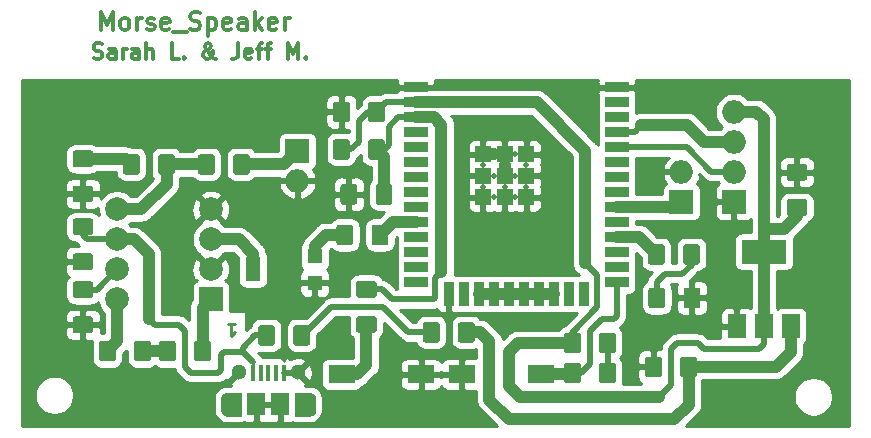
<source format=gtl>
G04 #@! TF.GenerationSoftware,KiCad,Pcbnew,(5.1.5)-3*
G04 #@! TF.CreationDate,2021-04-15T13:44:04+02:00*
G04 #@! TF.ProjectId,Copy_bachelorproef morse,436f7079-5f62-4616-9368-656c6f727072,rev?*
G04 #@! TF.SameCoordinates,Original*
G04 #@! TF.FileFunction,Copper,L1,Top*
G04 #@! TF.FilePolarity,Positive*
%FSLAX46Y46*%
G04 Gerber Fmt 4.6, Leading zero omitted, Abs format (unit mm)*
G04 Created by KiCad (PCBNEW (5.1.5)-3) date 2021-04-15 13:44:04*
%MOMM*%
%LPD*%
G04 APERTURE LIST*
%ADD10C,0.300000*%
%ADD11C,0.250000*%
%ADD12C,0.000100*%
%ADD13R,3.800000X2.000000*%
%ADD14R,1.500000X2.000000*%
%ADD15R,1.300000X1.300000*%
%ADD16R,1.300000X2.000000*%
%ADD17R,2.300000X1.500000*%
%ADD18R,2.000000X0.900000*%
%ADD19R,0.900000X2.000000*%
%ADD20R,1.330000X1.330000*%
%ADD21C,0.500000*%
%ADD22R,2.000000X2.000000*%
%ADD23O,2.000000X2.000000*%
%ADD24C,0.100000*%
%ADD25C,2.000000*%
%ADD26O,0.950000X1.900000*%
%ADD27R,1.500000X1.900000*%
%ADD28C,1.300000*%
%ADD29R,0.400000X1.350000*%
%ADD30C,1.000000*%
%ADD31C,0.500000*%
%ADD32C,0.254000*%
G04 APERTURE END LIST*
D10*
X95640857Y-74186190D02*
X95826571Y-74248095D01*
X96136095Y-74248095D01*
X96259904Y-74186190D01*
X96321809Y-74124285D01*
X96383714Y-74000476D01*
X96383714Y-73876666D01*
X96321809Y-73752857D01*
X96259904Y-73690952D01*
X96136095Y-73629047D01*
X95888476Y-73567142D01*
X95764666Y-73505238D01*
X95702761Y-73443333D01*
X95640857Y-73319523D01*
X95640857Y-73195714D01*
X95702761Y-73071904D01*
X95764666Y-73010000D01*
X95888476Y-72948095D01*
X96198000Y-72948095D01*
X96383714Y-73010000D01*
X97498000Y-74248095D02*
X97498000Y-73567142D01*
X97436095Y-73443333D01*
X97312285Y-73381428D01*
X97064666Y-73381428D01*
X96940857Y-73443333D01*
X97498000Y-74186190D02*
X97374190Y-74248095D01*
X97064666Y-74248095D01*
X96940857Y-74186190D01*
X96878952Y-74062380D01*
X96878952Y-73938571D01*
X96940857Y-73814761D01*
X97064666Y-73752857D01*
X97374190Y-73752857D01*
X97498000Y-73690952D01*
X98117047Y-74248095D02*
X98117047Y-73381428D01*
X98117047Y-73629047D02*
X98178952Y-73505238D01*
X98240857Y-73443333D01*
X98364666Y-73381428D01*
X98488476Y-73381428D01*
X99478952Y-74248095D02*
X99478952Y-73567142D01*
X99417047Y-73443333D01*
X99293238Y-73381428D01*
X99045619Y-73381428D01*
X98921809Y-73443333D01*
X99478952Y-74186190D02*
X99355142Y-74248095D01*
X99045619Y-74248095D01*
X98921809Y-74186190D01*
X98859904Y-74062380D01*
X98859904Y-73938571D01*
X98921809Y-73814761D01*
X99045619Y-73752857D01*
X99355142Y-73752857D01*
X99478952Y-73690952D01*
X100098000Y-74248095D02*
X100098000Y-72948095D01*
X100655142Y-74248095D02*
X100655142Y-73567142D01*
X100593238Y-73443333D01*
X100469428Y-73381428D01*
X100283714Y-73381428D01*
X100159904Y-73443333D01*
X100098000Y-73505238D01*
X102883714Y-74248095D02*
X102264666Y-74248095D01*
X102264666Y-72948095D01*
X103317047Y-74124285D02*
X103378952Y-74186190D01*
X103317047Y-74248095D01*
X103255142Y-74186190D01*
X103317047Y-74124285D01*
X103317047Y-74248095D01*
X105978952Y-74248095D02*
X105917047Y-74248095D01*
X105793238Y-74186190D01*
X105607523Y-74000476D01*
X105298000Y-73629047D01*
X105174190Y-73443333D01*
X105112285Y-73257619D01*
X105112285Y-73133809D01*
X105174190Y-73010000D01*
X105298000Y-72948095D01*
X105359904Y-72948095D01*
X105483714Y-73010000D01*
X105545619Y-73133809D01*
X105545619Y-73195714D01*
X105483714Y-73319523D01*
X105421809Y-73381428D01*
X105050380Y-73629047D01*
X104988476Y-73690952D01*
X104926571Y-73814761D01*
X104926571Y-74000476D01*
X104988476Y-74124285D01*
X105050380Y-74186190D01*
X105174190Y-74248095D01*
X105359904Y-74248095D01*
X105483714Y-74186190D01*
X105545619Y-74124285D01*
X105731333Y-73876666D01*
X105793238Y-73690952D01*
X105793238Y-73567142D01*
X107898000Y-72948095D02*
X107898000Y-73876666D01*
X107836095Y-74062380D01*
X107712285Y-74186190D01*
X107526571Y-74248095D01*
X107402761Y-74248095D01*
X109012285Y-74186190D02*
X108888476Y-74248095D01*
X108640857Y-74248095D01*
X108517047Y-74186190D01*
X108455142Y-74062380D01*
X108455142Y-73567142D01*
X108517047Y-73443333D01*
X108640857Y-73381428D01*
X108888476Y-73381428D01*
X109012285Y-73443333D01*
X109074190Y-73567142D01*
X109074190Y-73690952D01*
X108455142Y-73814761D01*
X109445619Y-73381428D02*
X109940857Y-73381428D01*
X109631333Y-74248095D02*
X109631333Y-73133809D01*
X109693238Y-73010000D01*
X109817047Y-72948095D01*
X109940857Y-72948095D01*
X110188476Y-73381428D02*
X110683714Y-73381428D01*
X110374190Y-74248095D02*
X110374190Y-73133809D01*
X110436095Y-73010000D01*
X110559904Y-72948095D01*
X110683714Y-72948095D01*
X112107523Y-74248095D02*
X112107523Y-72948095D01*
X112540857Y-73876666D01*
X112974190Y-72948095D01*
X112974190Y-74248095D01*
X113593238Y-74124285D02*
X113655142Y-74186190D01*
X113593238Y-74248095D01*
X113531333Y-74186190D01*
X113593238Y-74124285D01*
X113593238Y-74248095D01*
D11*
X107029285Y-96702619D02*
X107600714Y-96702619D01*
X107315000Y-96702619D02*
X107315000Y-97702619D01*
X107410238Y-97559761D01*
X107505476Y-97464523D01*
X107600714Y-97416904D01*
D10*
X96247142Y-71798571D02*
X96247142Y-70298571D01*
X96747142Y-71370000D01*
X97247142Y-70298571D01*
X97247142Y-71798571D01*
X98175714Y-71798571D02*
X98032857Y-71727142D01*
X97961428Y-71655714D01*
X97890000Y-71512857D01*
X97890000Y-71084285D01*
X97961428Y-70941428D01*
X98032857Y-70870000D01*
X98175714Y-70798571D01*
X98390000Y-70798571D01*
X98532857Y-70870000D01*
X98604285Y-70941428D01*
X98675714Y-71084285D01*
X98675714Y-71512857D01*
X98604285Y-71655714D01*
X98532857Y-71727142D01*
X98390000Y-71798571D01*
X98175714Y-71798571D01*
X99318571Y-71798571D02*
X99318571Y-70798571D01*
X99318571Y-71084285D02*
X99390000Y-70941428D01*
X99461428Y-70870000D01*
X99604285Y-70798571D01*
X99747142Y-70798571D01*
X100175714Y-71727142D02*
X100318571Y-71798571D01*
X100604285Y-71798571D01*
X100747142Y-71727142D01*
X100818571Y-71584285D01*
X100818571Y-71512857D01*
X100747142Y-71370000D01*
X100604285Y-71298571D01*
X100390000Y-71298571D01*
X100247142Y-71227142D01*
X100175714Y-71084285D01*
X100175714Y-71012857D01*
X100247142Y-70870000D01*
X100390000Y-70798571D01*
X100604285Y-70798571D01*
X100747142Y-70870000D01*
X102032857Y-71727142D02*
X101890000Y-71798571D01*
X101604285Y-71798571D01*
X101461428Y-71727142D01*
X101390000Y-71584285D01*
X101390000Y-71012857D01*
X101461428Y-70870000D01*
X101604285Y-70798571D01*
X101890000Y-70798571D01*
X102032857Y-70870000D01*
X102104285Y-71012857D01*
X102104285Y-71155714D01*
X101390000Y-71298571D01*
X102390000Y-71941428D02*
X103532857Y-71941428D01*
X103818571Y-71727142D02*
X104032857Y-71798571D01*
X104390000Y-71798571D01*
X104532857Y-71727142D01*
X104604285Y-71655714D01*
X104675714Y-71512857D01*
X104675714Y-71370000D01*
X104604285Y-71227142D01*
X104532857Y-71155714D01*
X104390000Y-71084285D01*
X104104285Y-71012857D01*
X103961428Y-70941428D01*
X103890000Y-70870000D01*
X103818571Y-70727142D01*
X103818571Y-70584285D01*
X103890000Y-70441428D01*
X103961428Y-70370000D01*
X104104285Y-70298571D01*
X104461428Y-70298571D01*
X104675714Y-70370000D01*
X105318571Y-70798571D02*
X105318571Y-72298571D01*
X105318571Y-70870000D02*
X105461428Y-70798571D01*
X105747142Y-70798571D01*
X105890000Y-70870000D01*
X105961428Y-70941428D01*
X106032857Y-71084285D01*
X106032857Y-71512857D01*
X105961428Y-71655714D01*
X105890000Y-71727142D01*
X105747142Y-71798571D01*
X105461428Y-71798571D01*
X105318571Y-71727142D01*
X107247142Y-71727142D02*
X107104285Y-71798571D01*
X106818571Y-71798571D01*
X106675714Y-71727142D01*
X106604285Y-71584285D01*
X106604285Y-71012857D01*
X106675714Y-70870000D01*
X106818571Y-70798571D01*
X107104285Y-70798571D01*
X107247142Y-70870000D01*
X107318571Y-71012857D01*
X107318571Y-71155714D01*
X106604285Y-71298571D01*
X108604285Y-71798571D02*
X108604285Y-71012857D01*
X108532857Y-70870000D01*
X108390000Y-70798571D01*
X108104285Y-70798571D01*
X107961428Y-70870000D01*
X108604285Y-71727142D02*
X108461428Y-71798571D01*
X108104285Y-71798571D01*
X107961428Y-71727142D01*
X107890000Y-71584285D01*
X107890000Y-71441428D01*
X107961428Y-71298571D01*
X108104285Y-71227142D01*
X108461428Y-71227142D01*
X108604285Y-71155714D01*
X109318571Y-71798571D02*
X109318571Y-70298571D01*
X109461428Y-71227142D02*
X109890000Y-71798571D01*
X109890000Y-70798571D02*
X109318571Y-71370000D01*
X111104285Y-71727142D02*
X110961428Y-71798571D01*
X110675714Y-71798571D01*
X110532857Y-71727142D01*
X110461428Y-71584285D01*
X110461428Y-71012857D01*
X110532857Y-70870000D01*
X110675714Y-70798571D01*
X110961428Y-70798571D01*
X111104285Y-70870000D01*
X111175714Y-71012857D01*
X111175714Y-71155714D01*
X110461428Y-71298571D01*
X111818571Y-71798571D02*
X111818571Y-70798571D01*
X111818571Y-71084285D02*
X111890000Y-70941428D01*
X111961428Y-70870000D01*
X112104285Y-70798571D01*
X112247142Y-70798571D01*
D12*
G36*
X106926500Y-102555000D02*
G01*
X108126500Y-102555000D01*
X108126500Y-104455000D01*
X106926500Y-104455000D01*
X106901640Y-104454349D01*
X106876850Y-104452398D01*
X106852190Y-104449152D01*
X106827740Y-104444620D01*
X106803560Y-104438815D01*
X106779720Y-104431752D01*
X106756280Y-104423451D01*
X106733300Y-104413934D01*
X106710850Y-104403228D01*
X106689000Y-104391362D01*
X106667800Y-104378369D01*
X106647300Y-104364283D01*
X106627570Y-104349144D01*
X106608660Y-104332994D01*
X106590620Y-104315876D01*
X106573510Y-104297837D01*
X106557360Y-104278927D01*
X106542220Y-104259198D01*
X106528130Y-104238704D01*
X106515140Y-104217500D01*
X106503270Y-104195645D01*
X106492570Y-104173200D01*
X106483050Y-104150225D01*
X106474750Y-104126783D01*
X106467690Y-104102939D01*
X106461880Y-104078758D01*
X106457350Y-104054306D01*
X106454100Y-104029651D01*
X106452150Y-104004860D01*
X106451500Y-103980000D01*
X106451500Y-103030000D01*
X106452150Y-103005140D01*
X106454100Y-102980349D01*
X106457350Y-102955694D01*
X106461880Y-102931242D01*
X106467690Y-102907061D01*
X106474750Y-102883217D01*
X106483050Y-102859775D01*
X106492570Y-102836800D01*
X106503270Y-102814355D01*
X106515140Y-102792500D01*
X106528130Y-102771296D01*
X106542220Y-102750802D01*
X106557360Y-102731073D01*
X106573510Y-102712163D01*
X106590620Y-102694124D01*
X106608660Y-102677006D01*
X106627570Y-102660856D01*
X106647300Y-102645717D01*
X106667800Y-102631631D01*
X106689000Y-102618638D01*
X106710850Y-102606772D01*
X106733300Y-102596066D01*
X106756280Y-102586549D01*
X106779720Y-102578248D01*
X106803560Y-102571185D01*
X106827740Y-102565380D01*
X106852190Y-102560848D01*
X106876850Y-102557602D01*
X106901640Y-102555651D01*
X106926500Y-102555000D01*
G37*
X106926500Y-102555000D02*
X108126500Y-102555000D01*
X108126500Y-104455000D01*
X106926500Y-104455000D01*
X106901640Y-104454349D01*
X106876850Y-104452398D01*
X106852190Y-104449152D01*
X106827740Y-104444620D01*
X106803560Y-104438815D01*
X106779720Y-104431752D01*
X106756280Y-104423451D01*
X106733300Y-104413934D01*
X106710850Y-104403228D01*
X106689000Y-104391362D01*
X106667800Y-104378369D01*
X106647300Y-104364283D01*
X106627570Y-104349144D01*
X106608660Y-104332994D01*
X106590620Y-104315876D01*
X106573510Y-104297837D01*
X106557360Y-104278927D01*
X106542220Y-104259198D01*
X106528130Y-104238704D01*
X106515140Y-104217500D01*
X106503270Y-104195645D01*
X106492570Y-104173200D01*
X106483050Y-104150225D01*
X106474750Y-104126783D01*
X106467690Y-104102939D01*
X106461880Y-104078758D01*
X106457350Y-104054306D01*
X106454100Y-104029651D01*
X106452150Y-104004860D01*
X106451500Y-103980000D01*
X106451500Y-103030000D01*
X106452150Y-103005140D01*
X106454100Y-102980349D01*
X106457350Y-102955694D01*
X106461880Y-102931242D01*
X106467690Y-102907061D01*
X106474750Y-102883217D01*
X106483050Y-102859775D01*
X106492570Y-102836800D01*
X106503270Y-102814355D01*
X106515140Y-102792500D01*
X106528130Y-102771296D01*
X106542220Y-102750802D01*
X106557360Y-102731073D01*
X106573510Y-102712163D01*
X106590620Y-102694124D01*
X106608660Y-102677006D01*
X106627570Y-102660856D01*
X106647300Y-102645717D01*
X106667800Y-102631631D01*
X106689000Y-102618638D01*
X106710850Y-102606772D01*
X106733300Y-102596066D01*
X106756280Y-102586549D01*
X106779720Y-102578248D01*
X106803560Y-102571185D01*
X106827740Y-102565380D01*
X106852190Y-102560848D01*
X106876850Y-102557602D01*
X106901640Y-102555651D01*
X106926500Y-102555000D01*
G36*
X113926500Y-102555000D02*
G01*
X112726500Y-102555000D01*
X112726500Y-104455000D01*
X113926500Y-104455000D01*
X113951360Y-104454349D01*
X113976150Y-104452398D01*
X114000810Y-104449152D01*
X114025260Y-104444620D01*
X114049440Y-104438815D01*
X114073280Y-104431752D01*
X114096720Y-104423451D01*
X114119700Y-104413934D01*
X114142150Y-104403228D01*
X114164000Y-104391362D01*
X114185200Y-104378369D01*
X114205700Y-104364283D01*
X114225430Y-104349144D01*
X114244340Y-104332994D01*
X114262380Y-104315876D01*
X114279490Y-104297837D01*
X114295640Y-104278927D01*
X114310780Y-104259198D01*
X114324870Y-104238704D01*
X114337860Y-104217500D01*
X114349730Y-104195645D01*
X114360430Y-104173200D01*
X114369950Y-104150225D01*
X114378250Y-104126783D01*
X114385310Y-104102939D01*
X114391120Y-104078758D01*
X114395650Y-104054306D01*
X114398900Y-104029651D01*
X114400850Y-104004860D01*
X114401500Y-103980000D01*
X114401500Y-103030000D01*
X114400850Y-103005140D01*
X114398900Y-102980349D01*
X114395650Y-102955694D01*
X114391120Y-102931242D01*
X114385310Y-102907061D01*
X114378250Y-102883217D01*
X114369950Y-102859775D01*
X114360430Y-102836800D01*
X114349730Y-102814355D01*
X114337860Y-102792500D01*
X114324870Y-102771296D01*
X114310780Y-102750802D01*
X114295640Y-102731073D01*
X114279490Y-102712163D01*
X114262380Y-102694124D01*
X114244340Y-102677006D01*
X114225430Y-102660856D01*
X114205700Y-102645717D01*
X114185200Y-102631631D01*
X114164000Y-102618638D01*
X114142150Y-102606772D01*
X114119700Y-102596066D01*
X114096720Y-102586549D01*
X114073280Y-102578248D01*
X114049440Y-102571185D01*
X114025260Y-102565380D01*
X114000810Y-102560848D01*
X113976150Y-102557602D01*
X113951360Y-102555651D01*
X113926500Y-102555000D01*
G37*
X113926500Y-102555000D02*
X112726500Y-102555000D01*
X112726500Y-104455000D01*
X113926500Y-104455000D01*
X113951360Y-104454349D01*
X113976150Y-104452398D01*
X114000810Y-104449152D01*
X114025260Y-104444620D01*
X114049440Y-104438815D01*
X114073280Y-104431752D01*
X114096720Y-104423451D01*
X114119700Y-104413934D01*
X114142150Y-104403228D01*
X114164000Y-104391362D01*
X114185200Y-104378369D01*
X114205700Y-104364283D01*
X114225430Y-104349144D01*
X114244340Y-104332994D01*
X114262380Y-104315876D01*
X114279490Y-104297837D01*
X114295640Y-104278927D01*
X114310780Y-104259198D01*
X114324870Y-104238704D01*
X114337860Y-104217500D01*
X114349730Y-104195645D01*
X114360430Y-104173200D01*
X114369950Y-104150225D01*
X114378250Y-104126783D01*
X114385310Y-104102939D01*
X114391120Y-104078758D01*
X114395650Y-104054306D01*
X114398900Y-104029651D01*
X114400850Y-104004860D01*
X114401500Y-103980000D01*
X114401500Y-103030000D01*
X114400850Y-103005140D01*
X114398900Y-102980349D01*
X114395650Y-102955694D01*
X114391120Y-102931242D01*
X114385310Y-102907061D01*
X114378250Y-102883217D01*
X114369950Y-102859775D01*
X114360430Y-102836800D01*
X114349730Y-102814355D01*
X114337860Y-102792500D01*
X114324870Y-102771296D01*
X114310780Y-102750802D01*
X114295640Y-102731073D01*
X114279490Y-102712163D01*
X114262380Y-102694124D01*
X114244340Y-102677006D01*
X114225430Y-102660856D01*
X114205700Y-102645717D01*
X114185200Y-102631631D01*
X114164000Y-102618638D01*
X114142150Y-102606772D01*
X114119700Y-102596066D01*
X114096720Y-102586549D01*
X114073280Y-102578248D01*
X114049440Y-102571185D01*
X114025260Y-102565380D01*
X114000810Y-102560848D01*
X113976150Y-102557602D01*
X113951360Y-102555651D01*
X113926500Y-102555000D01*
D13*
X152400000Y-90576000D03*
D14*
X152400000Y-96876000D03*
X154700000Y-96876000D03*
X150100000Y-96876000D03*
D15*
X114360000Y-93225000D03*
D16*
X109160000Y-92075000D03*
D15*
X114360000Y-90925000D03*
D17*
X133525000Y-100965000D03*
X126825000Y-100965000D03*
D18*
X122945000Y-76655000D03*
X122945000Y-77925000D03*
X122945000Y-79195000D03*
X122945000Y-80465000D03*
X122945000Y-81735000D03*
X122945000Y-83005000D03*
X122945000Y-84275000D03*
X122945000Y-85545000D03*
X122945000Y-86815000D03*
X122945000Y-88085000D03*
X122945000Y-89355000D03*
X122945000Y-90625000D03*
X122945000Y-91895000D03*
X122945000Y-93165000D03*
D19*
X125730000Y-94165000D03*
X127000000Y-94165000D03*
X128270000Y-94165000D03*
X129540000Y-94165000D03*
X130810000Y-94165000D03*
X132080000Y-94165000D03*
X133350000Y-94165000D03*
X134620000Y-94165000D03*
X135890000Y-94165000D03*
X137160000Y-94165000D03*
D18*
X139945000Y-93165000D03*
X139945000Y-91895000D03*
X139945000Y-90625000D03*
X139945000Y-89355000D03*
X139945000Y-88085000D03*
X139945000Y-86815000D03*
X139945000Y-85545000D03*
X139945000Y-84275000D03*
X139945000Y-83005000D03*
X139945000Y-81735000D03*
X139945000Y-80465000D03*
X139945000Y-79195000D03*
X139945000Y-77925000D03*
X139945000Y-76655000D03*
D20*
X128610000Y-82320000D03*
X130445000Y-82320000D03*
X132280000Y-82320000D03*
X128610000Y-84155000D03*
X130445000Y-84155000D03*
X132280000Y-84155000D03*
X128610000Y-85990000D03*
X130445000Y-85990000D03*
X132280000Y-85990000D03*
D21*
X129527500Y-82320000D03*
X131362500Y-82320000D03*
X128610000Y-83237500D03*
X130445000Y-83237500D03*
X132280000Y-83237500D03*
X129527500Y-84155000D03*
X131362500Y-84155000D03*
X128610000Y-85072500D03*
X130445000Y-85072500D03*
X132280000Y-85072500D03*
X129527500Y-85990000D03*
X131362500Y-85990000D03*
D22*
X149860000Y-86360000D03*
D23*
X149860000Y-83820000D03*
X149860000Y-81280000D03*
X149860000Y-78740000D03*
G04 #@! TA.AperFunction,SMDPad,CuDef*
D24*
G36*
X139642504Y-97424204D02*
G01*
X139666773Y-97427804D01*
X139690571Y-97433765D01*
X139713671Y-97442030D01*
X139735849Y-97452520D01*
X139756893Y-97465133D01*
X139776598Y-97479747D01*
X139794777Y-97496223D01*
X139811253Y-97514402D01*
X139825867Y-97534107D01*
X139838480Y-97555151D01*
X139848970Y-97577329D01*
X139857235Y-97600429D01*
X139863196Y-97624227D01*
X139866796Y-97648496D01*
X139868000Y-97673000D01*
X139868000Y-98923000D01*
X139866796Y-98947504D01*
X139863196Y-98971773D01*
X139857235Y-98995571D01*
X139848970Y-99018671D01*
X139838480Y-99040849D01*
X139825867Y-99061893D01*
X139811253Y-99081598D01*
X139794777Y-99099777D01*
X139776598Y-99116253D01*
X139756893Y-99130867D01*
X139735849Y-99143480D01*
X139713671Y-99153970D01*
X139690571Y-99162235D01*
X139666773Y-99168196D01*
X139642504Y-99171796D01*
X139618000Y-99173000D01*
X138693000Y-99173000D01*
X138668496Y-99171796D01*
X138644227Y-99168196D01*
X138620429Y-99162235D01*
X138597329Y-99153970D01*
X138575151Y-99143480D01*
X138554107Y-99130867D01*
X138534402Y-99116253D01*
X138516223Y-99099777D01*
X138499747Y-99081598D01*
X138485133Y-99061893D01*
X138472520Y-99040849D01*
X138462030Y-99018671D01*
X138453765Y-98995571D01*
X138447804Y-98971773D01*
X138444204Y-98947504D01*
X138443000Y-98923000D01*
X138443000Y-97673000D01*
X138444204Y-97648496D01*
X138447804Y-97624227D01*
X138453765Y-97600429D01*
X138462030Y-97577329D01*
X138472520Y-97555151D01*
X138485133Y-97534107D01*
X138499747Y-97514402D01*
X138516223Y-97496223D01*
X138534402Y-97479747D01*
X138554107Y-97465133D01*
X138575151Y-97452520D01*
X138597329Y-97442030D01*
X138620429Y-97433765D01*
X138644227Y-97427804D01*
X138668496Y-97424204D01*
X138693000Y-97423000D01*
X139618000Y-97423000D01*
X139642504Y-97424204D01*
G37*
G04 #@! TD.AperFunction*
G04 #@! TA.AperFunction,SMDPad,CuDef*
G36*
X136667504Y-97424204D02*
G01*
X136691773Y-97427804D01*
X136715571Y-97433765D01*
X136738671Y-97442030D01*
X136760849Y-97452520D01*
X136781893Y-97465133D01*
X136801598Y-97479747D01*
X136819777Y-97496223D01*
X136836253Y-97514402D01*
X136850867Y-97534107D01*
X136863480Y-97555151D01*
X136873970Y-97577329D01*
X136882235Y-97600429D01*
X136888196Y-97624227D01*
X136891796Y-97648496D01*
X136893000Y-97673000D01*
X136893000Y-98923000D01*
X136891796Y-98947504D01*
X136888196Y-98971773D01*
X136882235Y-98995571D01*
X136873970Y-99018671D01*
X136863480Y-99040849D01*
X136850867Y-99061893D01*
X136836253Y-99081598D01*
X136819777Y-99099777D01*
X136801598Y-99116253D01*
X136781893Y-99130867D01*
X136760849Y-99143480D01*
X136738671Y-99153970D01*
X136715571Y-99162235D01*
X136691773Y-99168196D01*
X136667504Y-99171796D01*
X136643000Y-99173000D01*
X135718000Y-99173000D01*
X135693496Y-99171796D01*
X135669227Y-99168196D01*
X135645429Y-99162235D01*
X135622329Y-99153970D01*
X135600151Y-99143480D01*
X135579107Y-99130867D01*
X135559402Y-99116253D01*
X135541223Y-99099777D01*
X135524747Y-99081598D01*
X135510133Y-99061893D01*
X135497520Y-99040849D01*
X135487030Y-99018671D01*
X135478765Y-98995571D01*
X135472804Y-98971773D01*
X135469204Y-98947504D01*
X135468000Y-98923000D01*
X135468000Y-97673000D01*
X135469204Y-97648496D01*
X135472804Y-97624227D01*
X135478765Y-97600429D01*
X135487030Y-97577329D01*
X135497520Y-97555151D01*
X135510133Y-97534107D01*
X135524747Y-97514402D01*
X135541223Y-97496223D01*
X135559402Y-97479747D01*
X135579107Y-97465133D01*
X135600151Y-97452520D01*
X135622329Y-97442030D01*
X135645429Y-97433765D01*
X135669227Y-97427804D01*
X135693496Y-97424204D01*
X135718000Y-97423000D01*
X136643000Y-97423000D01*
X136667504Y-97424204D01*
G37*
G04 #@! TD.AperFunction*
G04 #@! TA.AperFunction,SMDPad,CuDef*
G36*
X124720504Y-96535204D02*
G01*
X124744773Y-96538804D01*
X124768571Y-96544765D01*
X124791671Y-96553030D01*
X124813849Y-96563520D01*
X124834893Y-96576133D01*
X124854598Y-96590747D01*
X124872777Y-96607223D01*
X124889253Y-96625402D01*
X124903867Y-96645107D01*
X124916480Y-96666151D01*
X124926970Y-96688329D01*
X124935235Y-96711429D01*
X124941196Y-96735227D01*
X124944796Y-96759496D01*
X124946000Y-96784000D01*
X124946000Y-98034000D01*
X124944796Y-98058504D01*
X124941196Y-98082773D01*
X124935235Y-98106571D01*
X124926970Y-98129671D01*
X124916480Y-98151849D01*
X124903867Y-98172893D01*
X124889253Y-98192598D01*
X124872777Y-98210777D01*
X124854598Y-98227253D01*
X124834893Y-98241867D01*
X124813849Y-98254480D01*
X124791671Y-98264970D01*
X124768571Y-98273235D01*
X124744773Y-98279196D01*
X124720504Y-98282796D01*
X124696000Y-98284000D01*
X123771000Y-98284000D01*
X123746496Y-98282796D01*
X123722227Y-98279196D01*
X123698429Y-98273235D01*
X123675329Y-98264970D01*
X123653151Y-98254480D01*
X123632107Y-98241867D01*
X123612402Y-98227253D01*
X123594223Y-98210777D01*
X123577747Y-98192598D01*
X123563133Y-98172893D01*
X123550520Y-98151849D01*
X123540030Y-98129671D01*
X123531765Y-98106571D01*
X123525804Y-98082773D01*
X123522204Y-98058504D01*
X123521000Y-98034000D01*
X123521000Y-96784000D01*
X123522204Y-96759496D01*
X123525804Y-96735227D01*
X123531765Y-96711429D01*
X123540030Y-96688329D01*
X123550520Y-96666151D01*
X123563133Y-96645107D01*
X123577747Y-96625402D01*
X123594223Y-96607223D01*
X123612402Y-96590747D01*
X123632107Y-96576133D01*
X123653151Y-96563520D01*
X123675329Y-96553030D01*
X123698429Y-96544765D01*
X123722227Y-96538804D01*
X123746496Y-96535204D01*
X123771000Y-96534000D01*
X124696000Y-96534000D01*
X124720504Y-96535204D01*
G37*
G04 #@! TD.AperFunction*
G04 #@! TA.AperFunction,SMDPad,CuDef*
G36*
X127695504Y-96535204D02*
G01*
X127719773Y-96538804D01*
X127743571Y-96544765D01*
X127766671Y-96553030D01*
X127788849Y-96563520D01*
X127809893Y-96576133D01*
X127829598Y-96590747D01*
X127847777Y-96607223D01*
X127864253Y-96625402D01*
X127878867Y-96645107D01*
X127891480Y-96666151D01*
X127901970Y-96688329D01*
X127910235Y-96711429D01*
X127916196Y-96735227D01*
X127919796Y-96759496D01*
X127921000Y-96784000D01*
X127921000Y-98034000D01*
X127919796Y-98058504D01*
X127916196Y-98082773D01*
X127910235Y-98106571D01*
X127901970Y-98129671D01*
X127891480Y-98151849D01*
X127878867Y-98172893D01*
X127864253Y-98192598D01*
X127847777Y-98210777D01*
X127829598Y-98227253D01*
X127809893Y-98241867D01*
X127788849Y-98254480D01*
X127766671Y-98264970D01*
X127743571Y-98273235D01*
X127719773Y-98279196D01*
X127695504Y-98282796D01*
X127671000Y-98284000D01*
X126746000Y-98284000D01*
X126721496Y-98282796D01*
X126697227Y-98279196D01*
X126673429Y-98273235D01*
X126650329Y-98264970D01*
X126628151Y-98254480D01*
X126607107Y-98241867D01*
X126587402Y-98227253D01*
X126569223Y-98210777D01*
X126552747Y-98192598D01*
X126538133Y-98172893D01*
X126525520Y-98151849D01*
X126515030Y-98129671D01*
X126506765Y-98106571D01*
X126500804Y-98082773D01*
X126497204Y-98058504D01*
X126496000Y-98034000D01*
X126496000Y-96784000D01*
X126497204Y-96759496D01*
X126500804Y-96735227D01*
X126506765Y-96711429D01*
X126515030Y-96688329D01*
X126525520Y-96666151D01*
X126538133Y-96645107D01*
X126552747Y-96625402D01*
X126569223Y-96607223D01*
X126587402Y-96590747D01*
X126607107Y-96576133D01*
X126628151Y-96563520D01*
X126650329Y-96553030D01*
X126673429Y-96544765D01*
X126697227Y-96538804D01*
X126721496Y-96535204D01*
X126746000Y-96534000D01*
X127671000Y-96534000D01*
X127695504Y-96535204D01*
G37*
G04 #@! TD.AperFunction*
D17*
X123365000Y-100965000D03*
X116665000Y-100965000D03*
D22*
X145415000Y-86360000D03*
D23*
X145415000Y-83820000D03*
G04 #@! TA.AperFunction,SMDPad,CuDef*
D24*
G36*
X95391504Y-96062704D02*
G01*
X95415773Y-96066304D01*
X95439571Y-96072265D01*
X95462671Y-96080530D01*
X95484849Y-96091020D01*
X95505893Y-96103633D01*
X95525598Y-96118247D01*
X95543777Y-96134723D01*
X95560253Y-96152902D01*
X95574867Y-96172607D01*
X95587480Y-96193651D01*
X95597970Y-96215829D01*
X95606235Y-96238929D01*
X95612196Y-96262727D01*
X95615796Y-96286996D01*
X95617000Y-96311500D01*
X95617000Y-97236500D01*
X95615796Y-97261004D01*
X95612196Y-97285273D01*
X95606235Y-97309071D01*
X95597970Y-97332171D01*
X95587480Y-97354349D01*
X95574867Y-97375393D01*
X95560253Y-97395098D01*
X95543777Y-97413277D01*
X95525598Y-97429753D01*
X95505893Y-97444367D01*
X95484849Y-97456980D01*
X95462671Y-97467470D01*
X95439571Y-97475735D01*
X95415773Y-97481696D01*
X95391504Y-97485296D01*
X95367000Y-97486500D01*
X94117000Y-97486500D01*
X94092496Y-97485296D01*
X94068227Y-97481696D01*
X94044429Y-97475735D01*
X94021329Y-97467470D01*
X93999151Y-97456980D01*
X93978107Y-97444367D01*
X93958402Y-97429753D01*
X93940223Y-97413277D01*
X93923747Y-97395098D01*
X93909133Y-97375393D01*
X93896520Y-97354349D01*
X93886030Y-97332171D01*
X93877765Y-97309071D01*
X93871804Y-97285273D01*
X93868204Y-97261004D01*
X93867000Y-97236500D01*
X93867000Y-96311500D01*
X93868204Y-96286996D01*
X93871804Y-96262727D01*
X93877765Y-96238929D01*
X93886030Y-96215829D01*
X93896520Y-96193651D01*
X93909133Y-96172607D01*
X93923747Y-96152902D01*
X93940223Y-96134723D01*
X93958402Y-96118247D01*
X93978107Y-96103633D01*
X93999151Y-96091020D01*
X94021329Y-96080530D01*
X94044429Y-96072265D01*
X94068227Y-96066304D01*
X94092496Y-96062704D01*
X94117000Y-96061500D01*
X95367000Y-96061500D01*
X95391504Y-96062704D01*
G37*
G04 #@! TD.AperFunction*
G04 #@! TA.AperFunction,SMDPad,CuDef*
G36*
X95391504Y-93087704D02*
G01*
X95415773Y-93091304D01*
X95439571Y-93097265D01*
X95462671Y-93105530D01*
X95484849Y-93116020D01*
X95505893Y-93128633D01*
X95525598Y-93143247D01*
X95543777Y-93159723D01*
X95560253Y-93177902D01*
X95574867Y-93197607D01*
X95587480Y-93218651D01*
X95597970Y-93240829D01*
X95606235Y-93263929D01*
X95612196Y-93287727D01*
X95615796Y-93311996D01*
X95617000Y-93336500D01*
X95617000Y-94261500D01*
X95615796Y-94286004D01*
X95612196Y-94310273D01*
X95606235Y-94334071D01*
X95597970Y-94357171D01*
X95587480Y-94379349D01*
X95574867Y-94400393D01*
X95560253Y-94420098D01*
X95543777Y-94438277D01*
X95525598Y-94454753D01*
X95505893Y-94469367D01*
X95484849Y-94481980D01*
X95462671Y-94492470D01*
X95439571Y-94500735D01*
X95415773Y-94506696D01*
X95391504Y-94510296D01*
X95367000Y-94511500D01*
X94117000Y-94511500D01*
X94092496Y-94510296D01*
X94068227Y-94506696D01*
X94044429Y-94500735D01*
X94021329Y-94492470D01*
X93999151Y-94481980D01*
X93978107Y-94469367D01*
X93958402Y-94454753D01*
X93940223Y-94438277D01*
X93923747Y-94420098D01*
X93909133Y-94400393D01*
X93896520Y-94379349D01*
X93886030Y-94357171D01*
X93877765Y-94334071D01*
X93871804Y-94310273D01*
X93868204Y-94286004D01*
X93867000Y-94261500D01*
X93867000Y-93336500D01*
X93868204Y-93311996D01*
X93871804Y-93287727D01*
X93877765Y-93263929D01*
X93886030Y-93240829D01*
X93896520Y-93218651D01*
X93909133Y-93197607D01*
X93923747Y-93177902D01*
X93940223Y-93159723D01*
X93958402Y-93143247D01*
X93978107Y-93128633D01*
X93999151Y-93116020D01*
X94021329Y-93105530D01*
X94044429Y-93097265D01*
X94068227Y-93091304D01*
X94092496Y-93087704D01*
X94117000Y-93086500D01*
X95367000Y-93086500D01*
X95391504Y-93087704D01*
G37*
G04 #@! TD.AperFunction*
D22*
X105570000Y-94615000D03*
D25*
X105570000Y-92075000D03*
X105570000Y-89535000D03*
X105570000Y-86995000D03*
X97630000Y-86995000D03*
X97630000Y-89535000D03*
X97630000Y-92075000D03*
X97630000Y-94615000D03*
D26*
X106926500Y-103505000D03*
X113926500Y-103505000D03*
D27*
X109426500Y-103505000D03*
X111426500Y-103505000D03*
D28*
X107926500Y-100805000D03*
X112926500Y-100805000D03*
D29*
X109126500Y-100830000D03*
X109776500Y-100830000D03*
X110426500Y-100830000D03*
X111076500Y-100830000D03*
X111726500Y-100830000D03*
D22*
X112903000Y-82042000D03*
D23*
X112903000Y-84582000D03*
G04 #@! TA.AperFunction,SMDPad,CuDef*
D24*
G36*
X117109504Y-77866204D02*
G01*
X117133773Y-77869804D01*
X117157571Y-77875765D01*
X117180671Y-77884030D01*
X117202849Y-77894520D01*
X117223893Y-77907133D01*
X117243598Y-77921747D01*
X117261777Y-77938223D01*
X117278253Y-77956402D01*
X117292867Y-77976107D01*
X117305480Y-77997151D01*
X117315970Y-78019329D01*
X117324235Y-78042429D01*
X117330196Y-78066227D01*
X117333796Y-78090496D01*
X117335000Y-78115000D01*
X117335000Y-79365000D01*
X117333796Y-79389504D01*
X117330196Y-79413773D01*
X117324235Y-79437571D01*
X117315970Y-79460671D01*
X117305480Y-79482849D01*
X117292867Y-79503893D01*
X117278253Y-79523598D01*
X117261777Y-79541777D01*
X117243598Y-79558253D01*
X117223893Y-79572867D01*
X117202849Y-79585480D01*
X117180671Y-79595970D01*
X117157571Y-79604235D01*
X117133773Y-79610196D01*
X117109504Y-79613796D01*
X117085000Y-79615000D01*
X116160000Y-79615000D01*
X116135496Y-79613796D01*
X116111227Y-79610196D01*
X116087429Y-79604235D01*
X116064329Y-79595970D01*
X116042151Y-79585480D01*
X116021107Y-79572867D01*
X116001402Y-79558253D01*
X115983223Y-79541777D01*
X115966747Y-79523598D01*
X115952133Y-79503893D01*
X115939520Y-79482849D01*
X115929030Y-79460671D01*
X115920765Y-79437571D01*
X115914804Y-79413773D01*
X115911204Y-79389504D01*
X115910000Y-79365000D01*
X115910000Y-78115000D01*
X115911204Y-78090496D01*
X115914804Y-78066227D01*
X115920765Y-78042429D01*
X115929030Y-78019329D01*
X115939520Y-77997151D01*
X115952133Y-77976107D01*
X115966747Y-77956402D01*
X115983223Y-77938223D01*
X116001402Y-77921747D01*
X116021107Y-77907133D01*
X116042151Y-77894520D01*
X116064329Y-77884030D01*
X116087429Y-77875765D01*
X116111227Y-77869804D01*
X116135496Y-77866204D01*
X116160000Y-77865000D01*
X117085000Y-77865000D01*
X117109504Y-77866204D01*
G37*
G04 #@! TD.AperFunction*
G04 #@! TA.AperFunction,SMDPad,CuDef*
G36*
X120084504Y-77866204D02*
G01*
X120108773Y-77869804D01*
X120132571Y-77875765D01*
X120155671Y-77884030D01*
X120177849Y-77894520D01*
X120198893Y-77907133D01*
X120218598Y-77921747D01*
X120236777Y-77938223D01*
X120253253Y-77956402D01*
X120267867Y-77976107D01*
X120280480Y-77997151D01*
X120290970Y-78019329D01*
X120299235Y-78042429D01*
X120305196Y-78066227D01*
X120308796Y-78090496D01*
X120310000Y-78115000D01*
X120310000Y-79365000D01*
X120308796Y-79389504D01*
X120305196Y-79413773D01*
X120299235Y-79437571D01*
X120290970Y-79460671D01*
X120280480Y-79482849D01*
X120267867Y-79503893D01*
X120253253Y-79523598D01*
X120236777Y-79541777D01*
X120218598Y-79558253D01*
X120198893Y-79572867D01*
X120177849Y-79585480D01*
X120155671Y-79595970D01*
X120132571Y-79604235D01*
X120108773Y-79610196D01*
X120084504Y-79613796D01*
X120060000Y-79615000D01*
X119135000Y-79615000D01*
X119110496Y-79613796D01*
X119086227Y-79610196D01*
X119062429Y-79604235D01*
X119039329Y-79595970D01*
X119017151Y-79585480D01*
X118996107Y-79572867D01*
X118976402Y-79558253D01*
X118958223Y-79541777D01*
X118941747Y-79523598D01*
X118927133Y-79503893D01*
X118914520Y-79482849D01*
X118904030Y-79460671D01*
X118895765Y-79437571D01*
X118889804Y-79413773D01*
X118886204Y-79389504D01*
X118885000Y-79365000D01*
X118885000Y-78115000D01*
X118886204Y-78090496D01*
X118889804Y-78066227D01*
X118895765Y-78042429D01*
X118904030Y-78019329D01*
X118914520Y-77997151D01*
X118927133Y-77976107D01*
X118941747Y-77956402D01*
X118958223Y-77938223D01*
X118976402Y-77921747D01*
X118996107Y-77907133D01*
X119017151Y-77894520D01*
X119039329Y-77884030D01*
X119062429Y-77875765D01*
X119086227Y-77869804D01*
X119110496Y-77866204D01*
X119135000Y-77865000D01*
X120060000Y-77865000D01*
X120084504Y-77866204D01*
G37*
G04 #@! TD.AperFunction*
G04 #@! TA.AperFunction,SMDPad,CuDef*
G36*
X120719504Y-84851204D02*
G01*
X120743773Y-84854804D01*
X120767571Y-84860765D01*
X120790671Y-84869030D01*
X120812849Y-84879520D01*
X120833893Y-84892133D01*
X120853598Y-84906747D01*
X120871777Y-84923223D01*
X120888253Y-84941402D01*
X120902867Y-84961107D01*
X120915480Y-84982151D01*
X120925970Y-85004329D01*
X120934235Y-85027429D01*
X120940196Y-85051227D01*
X120943796Y-85075496D01*
X120945000Y-85100000D01*
X120945000Y-86350000D01*
X120943796Y-86374504D01*
X120940196Y-86398773D01*
X120934235Y-86422571D01*
X120925970Y-86445671D01*
X120915480Y-86467849D01*
X120902867Y-86488893D01*
X120888253Y-86508598D01*
X120871777Y-86526777D01*
X120853598Y-86543253D01*
X120833893Y-86557867D01*
X120812849Y-86570480D01*
X120790671Y-86580970D01*
X120767571Y-86589235D01*
X120743773Y-86595196D01*
X120719504Y-86598796D01*
X120695000Y-86600000D01*
X119770000Y-86600000D01*
X119745496Y-86598796D01*
X119721227Y-86595196D01*
X119697429Y-86589235D01*
X119674329Y-86580970D01*
X119652151Y-86570480D01*
X119631107Y-86557867D01*
X119611402Y-86543253D01*
X119593223Y-86526777D01*
X119576747Y-86508598D01*
X119562133Y-86488893D01*
X119549520Y-86467849D01*
X119539030Y-86445671D01*
X119530765Y-86422571D01*
X119524804Y-86398773D01*
X119521204Y-86374504D01*
X119520000Y-86350000D01*
X119520000Y-85100000D01*
X119521204Y-85075496D01*
X119524804Y-85051227D01*
X119530765Y-85027429D01*
X119539030Y-85004329D01*
X119549520Y-84982151D01*
X119562133Y-84961107D01*
X119576747Y-84941402D01*
X119593223Y-84923223D01*
X119611402Y-84906747D01*
X119631107Y-84892133D01*
X119652151Y-84879520D01*
X119674329Y-84869030D01*
X119697429Y-84860765D01*
X119721227Y-84854804D01*
X119745496Y-84851204D01*
X119770000Y-84850000D01*
X120695000Y-84850000D01*
X120719504Y-84851204D01*
G37*
G04 #@! TD.AperFunction*
G04 #@! TA.AperFunction,SMDPad,CuDef*
G36*
X117744504Y-84851204D02*
G01*
X117768773Y-84854804D01*
X117792571Y-84860765D01*
X117815671Y-84869030D01*
X117837849Y-84879520D01*
X117858893Y-84892133D01*
X117878598Y-84906747D01*
X117896777Y-84923223D01*
X117913253Y-84941402D01*
X117927867Y-84961107D01*
X117940480Y-84982151D01*
X117950970Y-85004329D01*
X117959235Y-85027429D01*
X117965196Y-85051227D01*
X117968796Y-85075496D01*
X117970000Y-85100000D01*
X117970000Y-86350000D01*
X117968796Y-86374504D01*
X117965196Y-86398773D01*
X117959235Y-86422571D01*
X117950970Y-86445671D01*
X117940480Y-86467849D01*
X117927867Y-86488893D01*
X117913253Y-86508598D01*
X117896777Y-86526777D01*
X117878598Y-86543253D01*
X117858893Y-86557867D01*
X117837849Y-86570480D01*
X117815671Y-86580970D01*
X117792571Y-86589235D01*
X117768773Y-86595196D01*
X117744504Y-86598796D01*
X117720000Y-86600000D01*
X116795000Y-86600000D01*
X116770496Y-86598796D01*
X116746227Y-86595196D01*
X116722429Y-86589235D01*
X116699329Y-86580970D01*
X116677151Y-86570480D01*
X116656107Y-86557867D01*
X116636402Y-86543253D01*
X116618223Y-86526777D01*
X116601747Y-86508598D01*
X116587133Y-86488893D01*
X116574520Y-86467849D01*
X116564030Y-86445671D01*
X116555765Y-86422571D01*
X116549804Y-86398773D01*
X116546204Y-86374504D01*
X116545000Y-86350000D01*
X116545000Y-85100000D01*
X116546204Y-85075496D01*
X116549804Y-85051227D01*
X116555765Y-85027429D01*
X116564030Y-85004329D01*
X116574520Y-84982151D01*
X116587133Y-84961107D01*
X116601747Y-84941402D01*
X116618223Y-84923223D01*
X116636402Y-84906747D01*
X116656107Y-84892133D01*
X116677151Y-84879520D01*
X116699329Y-84869030D01*
X116722429Y-84860765D01*
X116746227Y-84854804D01*
X116770496Y-84851204D01*
X116795000Y-84850000D01*
X117720000Y-84850000D01*
X117744504Y-84851204D01*
G37*
G04 #@! TD.AperFunction*
G04 #@! TA.AperFunction,SMDPad,CuDef*
G36*
X155843504Y-86120204D02*
G01*
X155867773Y-86123804D01*
X155891571Y-86129765D01*
X155914671Y-86138030D01*
X155936849Y-86148520D01*
X155957893Y-86161133D01*
X155977598Y-86175747D01*
X155995777Y-86192223D01*
X156012253Y-86210402D01*
X156026867Y-86230107D01*
X156039480Y-86251151D01*
X156049970Y-86273329D01*
X156058235Y-86296429D01*
X156064196Y-86320227D01*
X156067796Y-86344496D01*
X156069000Y-86369000D01*
X156069000Y-87294000D01*
X156067796Y-87318504D01*
X156064196Y-87342773D01*
X156058235Y-87366571D01*
X156049970Y-87389671D01*
X156039480Y-87411849D01*
X156026867Y-87432893D01*
X156012253Y-87452598D01*
X155995777Y-87470777D01*
X155977598Y-87487253D01*
X155957893Y-87501867D01*
X155936849Y-87514480D01*
X155914671Y-87524970D01*
X155891571Y-87533235D01*
X155867773Y-87539196D01*
X155843504Y-87542796D01*
X155819000Y-87544000D01*
X154569000Y-87544000D01*
X154544496Y-87542796D01*
X154520227Y-87539196D01*
X154496429Y-87533235D01*
X154473329Y-87524970D01*
X154451151Y-87514480D01*
X154430107Y-87501867D01*
X154410402Y-87487253D01*
X154392223Y-87470777D01*
X154375747Y-87452598D01*
X154361133Y-87432893D01*
X154348520Y-87411849D01*
X154338030Y-87389671D01*
X154329765Y-87366571D01*
X154323804Y-87342773D01*
X154320204Y-87318504D01*
X154319000Y-87294000D01*
X154319000Y-86369000D01*
X154320204Y-86344496D01*
X154323804Y-86320227D01*
X154329765Y-86296429D01*
X154338030Y-86273329D01*
X154348520Y-86251151D01*
X154361133Y-86230107D01*
X154375747Y-86210402D01*
X154392223Y-86192223D01*
X154410402Y-86175747D01*
X154430107Y-86161133D01*
X154451151Y-86148520D01*
X154473329Y-86138030D01*
X154496429Y-86129765D01*
X154520227Y-86123804D01*
X154544496Y-86120204D01*
X154569000Y-86119000D01*
X155819000Y-86119000D01*
X155843504Y-86120204D01*
G37*
G04 #@! TD.AperFunction*
G04 #@! TA.AperFunction,SMDPad,CuDef*
G36*
X155843504Y-83145204D02*
G01*
X155867773Y-83148804D01*
X155891571Y-83154765D01*
X155914671Y-83163030D01*
X155936849Y-83173520D01*
X155957893Y-83186133D01*
X155977598Y-83200747D01*
X155995777Y-83217223D01*
X156012253Y-83235402D01*
X156026867Y-83255107D01*
X156039480Y-83276151D01*
X156049970Y-83298329D01*
X156058235Y-83321429D01*
X156064196Y-83345227D01*
X156067796Y-83369496D01*
X156069000Y-83394000D01*
X156069000Y-84319000D01*
X156067796Y-84343504D01*
X156064196Y-84367773D01*
X156058235Y-84391571D01*
X156049970Y-84414671D01*
X156039480Y-84436849D01*
X156026867Y-84457893D01*
X156012253Y-84477598D01*
X155995777Y-84495777D01*
X155977598Y-84512253D01*
X155957893Y-84526867D01*
X155936849Y-84539480D01*
X155914671Y-84549970D01*
X155891571Y-84558235D01*
X155867773Y-84564196D01*
X155843504Y-84567796D01*
X155819000Y-84569000D01*
X154569000Y-84569000D01*
X154544496Y-84567796D01*
X154520227Y-84564196D01*
X154496429Y-84558235D01*
X154473329Y-84549970D01*
X154451151Y-84539480D01*
X154430107Y-84526867D01*
X154410402Y-84512253D01*
X154392223Y-84495777D01*
X154375747Y-84477598D01*
X154361133Y-84457893D01*
X154348520Y-84436849D01*
X154338030Y-84414671D01*
X154329765Y-84391571D01*
X154323804Y-84367773D01*
X154320204Y-84343504D01*
X154319000Y-84319000D01*
X154319000Y-83394000D01*
X154320204Y-83369496D01*
X154323804Y-83345227D01*
X154329765Y-83321429D01*
X154338030Y-83298329D01*
X154348520Y-83276151D01*
X154361133Y-83255107D01*
X154375747Y-83235402D01*
X154392223Y-83217223D01*
X154410402Y-83200747D01*
X154430107Y-83186133D01*
X154451151Y-83173520D01*
X154473329Y-83163030D01*
X154496429Y-83154765D01*
X154520227Y-83148804D01*
X154544496Y-83145204D01*
X154569000Y-83144000D01*
X155819000Y-83144000D01*
X155843504Y-83145204D01*
G37*
G04 #@! TD.AperFunction*
G04 #@! TA.AperFunction,SMDPad,CuDef*
G36*
X146500504Y-99456204D02*
G01*
X146524773Y-99459804D01*
X146548571Y-99465765D01*
X146571671Y-99474030D01*
X146593849Y-99484520D01*
X146614893Y-99497133D01*
X146634598Y-99511747D01*
X146652777Y-99528223D01*
X146669253Y-99546402D01*
X146683867Y-99566107D01*
X146696480Y-99587151D01*
X146706970Y-99609329D01*
X146715235Y-99632429D01*
X146721196Y-99656227D01*
X146724796Y-99680496D01*
X146726000Y-99705000D01*
X146726000Y-100955000D01*
X146724796Y-100979504D01*
X146721196Y-101003773D01*
X146715235Y-101027571D01*
X146706970Y-101050671D01*
X146696480Y-101072849D01*
X146683867Y-101093893D01*
X146669253Y-101113598D01*
X146652777Y-101131777D01*
X146634598Y-101148253D01*
X146614893Y-101162867D01*
X146593849Y-101175480D01*
X146571671Y-101185970D01*
X146548571Y-101194235D01*
X146524773Y-101200196D01*
X146500504Y-101203796D01*
X146476000Y-101205000D01*
X145551000Y-101205000D01*
X145526496Y-101203796D01*
X145502227Y-101200196D01*
X145478429Y-101194235D01*
X145455329Y-101185970D01*
X145433151Y-101175480D01*
X145412107Y-101162867D01*
X145392402Y-101148253D01*
X145374223Y-101131777D01*
X145357747Y-101113598D01*
X145343133Y-101093893D01*
X145330520Y-101072849D01*
X145320030Y-101050671D01*
X145311765Y-101027571D01*
X145305804Y-101003773D01*
X145302204Y-100979504D01*
X145301000Y-100955000D01*
X145301000Y-99705000D01*
X145302204Y-99680496D01*
X145305804Y-99656227D01*
X145311765Y-99632429D01*
X145320030Y-99609329D01*
X145330520Y-99587151D01*
X145343133Y-99566107D01*
X145357747Y-99546402D01*
X145374223Y-99528223D01*
X145392402Y-99511747D01*
X145412107Y-99497133D01*
X145433151Y-99484520D01*
X145455329Y-99474030D01*
X145478429Y-99465765D01*
X145502227Y-99459804D01*
X145526496Y-99456204D01*
X145551000Y-99455000D01*
X146476000Y-99455000D01*
X146500504Y-99456204D01*
G37*
G04 #@! TD.AperFunction*
G04 #@! TA.AperFunction,SMDPad,CuDef*
G36*
X143525504Y-99456204D02*
G01*
X143549773Y-99459804D01*
X143573571Y-99465765D01*
X143596671Y-99474030D01*
X143618849Y-99484520D01*
X143639893Y-99497133D01*
X143659598Y-99511747D01*
X143677777Y-99528223D01*
X143694253Y-99546402D01*
X143708867Y-99566107D01*
X143721480Y-99587151D01*
X143731970Y-99609329D01*
X143740235Y-99632429D01*
X143746196Y-99656227D01*
X143749796Y-99680496D01*
X143751000Y-99705000D01*
X143751000Y-100955000D01*
X143749796Y-100979504D01*
X143746196Y-101003773D01*
X143740235Y-101027571D01*
X143731970Y-101050671D01*
X143721480Y-101072849D01*
X143708867Y-101093893D01*
X143694253Y-101113598D01*
X143677777Y-101131777D01*
X143659598Y-101148253D01*
X143639893Y-101162867D01*
X143618849Y-101175480D01*
X143596671Y-101185970D01*
X143573571Y-101194235D01*
X143549773Y-101200196D01*
X143525504Y-101203796D01*
X143501000Y-101205000D01*
X142576000Y-101205000D01*
X142551496Y-101203796D01*
X142527227Y-101200196D01*
X142503429Y-101194235D01*
X142480329Y-101185970D01*
X142458151Y-101175480D01*
X142437107Y-101162867D01*
X142417402Y-101148253D01*
X142399223Y-101131777D01*
X142382747Y-101113598D01*
X142368133Y-101093893D01*
X142355520Y-101072849D01*
X142345030Y-101050671D01*
X142336765Y-101027571D01*
X142330804Y-101003773D01*
X142327204Y-100979504D01*
X142326000Y-100955000D01*
X142326000Y-99705000D01*
X142327204Y-99680496D01*
X142330804Y-99656227D01*
X142336765Y-99632429D01*
X142345030Y-99609329D01*
X142355520Y-99587151D01*
X142368133Y-99566107D01*
X142382747Y-99546402D01*
X142399223Y-99528223D01*
X142417402Y-99511747D01*
X142437107Y-99497133D01*
X142458151Y-99484520D01*
X142480329Y-99474030D01*
X142503429Y-99465765D01*
X142527227Y-99459804D01*
X142551496Y-99456204D01*
X142576000Y-99455000D01*
X143501000Y-99455000D01*
X143525504Y-99456204D01*
G37*
G04 #@! TD.AperFunction*
G04 #@! TA.AperFunction,SMDPad,CuDef*
G36*
X95391504Y-90728704D02*
G01*
X95415773Y-90732304D01*
X95439571Y-90738265D01*
X95462671Y-90746530D01*
X95484849Y-90757020D01*
X95505893Y-90769633D01*
X95525598Y-90784247D01*
X95543777Y-90800723D01*
X95560253Y-90818902D01*
X95574867Y-90838607D01*
X95587480Y-90859651D01*
X95597970Y-90881829D01*
X95606235Y-90904929D01*
X95612196Y-90928727D01*
X95615796Y-90952996D01*
X95617000Y-90977500D01*
X95617000Y-91902500D01*
X95615796Y-91927004D01*
X95612196Y-91951273D01*
X95606235Y-91975071D01*
X95597970Y-91998171D01*
X95587480Y-92020349D01*
X95574867Y-92041393D01*
X95560253Y-92061098D01*
X95543777Y-92079277D01*
X95525598Y-92095753D01*
X95505893Y-92110367D01*
X95484849Y-92122980D01*
X95462671Y-92133470D01*
X95439571Y-92141735D01*
X95415773Y-92147696D01*
X95391504Y-92151296D01*
X95367000Y-92152500D01*
X94117000Y-92152500D01*
X94092496Y-92151296D01*
X94068227Y-92147696D01*
X94044429Y-92141735D01*
X94021329Y-92133470D01*
X93999151Y-92122980D01*
X93978107Y-92110367D01*
X93958402Y-92095753D01*
X93940223Y-92079277D01*
X93923747Y-92061098D01*
X93909133Y-92041393D01*
X93896520Y-92020349D01*
X93886030Y-91998171D01*
X93877765Y-91975071D01*
X93871804Y-91951273D01*
X93868204Y-91927004D01*
X93867000Y-91902500D01*
X93867000Y-90977500D01*
X93868204Y-90952996D01*
X93871804Y-90928727D01*
X93877765Y-90904929D01*
X93886030Y-90881829D01*
X93896520Y-90859651D01*
X93909133Y-90838607D01*
X93923747Y-90818902D01*
X93940223Y-90800723D01*
X93958402Y-90784247D01*
X93978107Y-90769633D01*
X93999151Y-90757020D01*
X94021329Y-90746530D01*
X94044429Y-90738265D01*
X94068227Y-90732304D01*
X94092496Y-90728704D01*
X94117000Y-90727500D01*
X95367000Y-90727500D01*
X95391504Y-90728704D01*
G37*
G04 #@! TD.AperFunction*
G04 #@! TA.AperFunction,SMDPad,CuDef*
G36*
X95391504Y-87753704D02*
G01*
X95415773Y-87757304D01*
X95439571Y-87763265D01*
X95462671Y-87771530D01*
X95484849Y-87782020D01*
X95505893Y-87794633D01*
X95525598Y-87809247D01*
X95543777Y-87825723D01*
X95560253Y-87843902D01*
X95574867Y-87863607D01*
X95587480Y-87884651D01*
X95597970Y-87906829D01*
X95606235Y-87929929D01*
X95612196Y-87953727D01*
X95615796Y-87977996D01*
X95617000Y-88002500D01*
X95617000Y-88927500D01*
X95615796Y-88952004D01*
X95612196Y-88976273D01*
X95606235Y-89000071D01*
X95597970Y-89023171D01*
X95587480Y-89045349D01*
X95574867Y-89066393D01*
X95560253Y-89086098D01*
X95543777Y-89104277D01*
X95525598Y-89120753D01*
X95505893Y-89135367D01*
X95484849Y-89147980D01*
X95462671Y-89158470D01*
X95439571Y-89166735D01*
X95415773Y-89172696D01*
X95391504Y-89176296D01*
X95367000Y-89177500D01*
X94117000Y-89177500D01*
X94092496Y-89176296D01*
X94068227Y-89172696D01*
X94044429Y-89166735D01*
X94021329Y-89158470D01*
X93999151Y-89147980D01*
X93978107Y-89135367D01*
X93958402Y-89120753D01*
X93940223Y-89104277D01*
X93923747Y-89086098D01*
X93909133Y-89066393D01*
X93896520Y-89045349D01*
X93886030Y-89023171D01*
X93877765Y-89000071D01*
X93871804Y-88976273D01*
X93868204Y-88952004D01*
X93867000Y-88927500D01*
X93867000Y-88002500D01*
X93868204Y-87977996D01*
X93871804Y-87953727D01*
X93877765Y-87929929D01*
X93886030Y-87906829D01*
X93896520Y-87884651D01*
X93909133Y-87863607D01*
X93923747Y-87843902D01*
X93940223Y-87825723D01*
X93958402Y-87809247D01*
X93978107Y-87794633D01*
X93999151Y-87782020D01*
X94021329Y-87771530D01*
X94044429Y-87763265D01*
X94068227Y-87757304D01*
X94092496Y-87753704D01*
X94117000Y-87752500D01*
X95367000Y-87752500D01*
X95391504Y-87753704D01*
G37*
G04 #@! TD.AperFunction*
G04 #@! TA.AperFunction,SMDPad,CuDef*
G36*
X117400004Y-88280204D02*
G01*
X117424273Y-88283804D01*
X117448071Y-88289765D01*
X117471171Y-88298030D01*
X117493349Y-88308520D01*
X117514393Y-88321133D01*
X117534098Y-88335747D01*
X117552277Y-88352223D01*
X117568753Y-88370402D01*
X117583367Y-88390107D01*
X117595980Y-88411151D01*
X117606470Y-88433329D01*
X117614735Y-88456429D01*
X117620696Y-88480227D01*
X117624296Y-88504496D01*
X117625500Y-88529000D01*
X117625500Y-89779000D01*
X117624296Y-89803504D01*
X117620696Y-89827773D01*
X117614735Y-89851571D01*
X117606470Y-89874671D01*
X117595980Y-89896849D01*
X117583367Y-89917893D01*
X117568753Y-89937598D01*
X117552277Y-89955777D01*
X117534098Y-89972253D01*
X117514393Y-89986867D01*
X117493349Y-89999480D01*
X117471171Y-90009970D01*
X117448071Y-90018235D01*
X117424273Y-90024196D01*
X117400004Y-90027796D01*
X117375500Y-90029000D01*
X116450500Y-90029000D01*
X116425996Y-90027796D01*
X116401727Y-90024196D01*
X116377929Y-90018235D01*
X116354829Y-90009970D01*
X116332651Y-89999480D01*
X116311607Y-89986867D01*
X116291902Y-89972253D01*
X116273723Y-89955777D01*
X116257247Y-89937598D01*
X116242633Y-89917893D01*
X116230020Y-89896849D01*
X116219530Y-89874671D01*
X116211265Y-89851571D01*
X116205304Y-89827773D01*
X116201704Y-89803504D01*
X116200500Y-89779000D01*
X116200500Y-88529000D01*
X116201704Y-88504496D01*
X116205304Y-88480227D01*
X116211265Y-88456429D01*
X116219530Y-88433329D01*
X116230020Y-88411151D01*
X116242633Y-88390107D01*
X116257247Y-88370402D01*
X116273723Y-88352223D01*
X116291902Y-88335747D01*
X116311607Y-88321133D01*
X116332651Y-88308520D01*
X116354829Y-88298030D01*
X116377929Y-88289765D01*
X116401727Y-88283804D01*
X116425996Y-88280204D01*
X116450500Y-88279000D01*
X117375500Y-88279000D01*
X117400004Y-88280204D01*
G37*
G04 #@! TD.AperFunction*
G04 #@! TA.AperFunction,SMDPad,CuDef*
G36*
X120375004Y-88280204D02*
G01*
X120399273Y-88283804D01*
X120423071Y-88289765D01*
X120446171Y-88298030D01*
X120468349Y-88308520D01*
X120489393Y-88321133D01*
X120509098Y-88335747D01*
X120527277Y-88352223D01*
X120543753Y-88370402D01*
X120558367Y-88390107D01*
X120570980Y-88411151D01*
X120581470Y-88433329D01*
X120589735Y-88456429D01*
X120595696Y-88480227D01*
X120599296Y-88504496D01*
X120600500Y-88529000D01*
X120600500Y-89779000D01*
X120599296Y-89803504D01*
X120595696Y-89827773D01*
X120589735Y-89851571D01*
X120581470Y-89874671D01*
X120570980Y-89896849D01*
X120558367Y-89917893D01*
X120543753Y-89937598D01*
X120527277Y-89955777D01*
X120509098Y-89972253D01*
X120489393Y-89986867D01*
X120468349Y-89999480D01*
X120446171Y-90009970D01*
X120423071Y-90018235D01*
X120399273Y-90024196D01*
X120375004Y-90027796D01*
X120350500Y-90029000D01*
X119425500Y-90029000D01*
X119400996Y-90027796D01*
X119376727Y-90024196D01*
X119352929Y-90018235D01*
X119329829Y-90009970D01*
X119307651Y-89999480D01*
X119286607Y-89986867D01*
X119266902Y-89972253D01*
X119248723Y-89955777D01*
X119232247Y-89937598D01*
X119217633Y-89917893D01*
X119205020Y-89896849D01*
X119194530Y-89874671D01*
X119186265Y-89851571D01*
X119180304Y-89827773D01*
X119176704Y-89803504D01*
X119175500Y-89779000D01*
X119175500Y-88529000D01*
X119176704Y-88504496D01*
X119180304Y-88480227D01*
X119186265Y-88456429D01*
X119194530Y-88433329D01*
X119205020Y-88411151D01*
X119217633Y-88390107D01*
X119232247Y-88370402D01*
X119248723Y-88352223D01*
X119266902Y-88335747D01*
X119286607Y-88321133D01*
X119307651Y-88308520D01*
X119329829Y-88298030D01*
X119352929Y-88289765D01*
X119376727Y-88283804D01*
X119400996Y-88280204D01*
X119425500Y-88279000D01*
X120350500Y-88279000D01*
X120375004Y-88280204D01*
G37*
G04 #@! TD.AperFunction*
G04 #@! TA.AperFunction,SMDPad,CuDef*
G36*
X99329504Y-82311204D02*
G01*
X99353773Y-82314804D01*
X99377571Y-82320765D01*
X99400671Y-82329030D01*
X99422849Y-82339520D01*
X99443893Y-82352133D01*
X99463598Y-82366747D01*
X99481777Y-82383223D01*
X99498253Y-82401402D01*
X99512867Y-82421107D01*
X99525480Y-82442151D01*
X99535970Y-82464329D01*
X99544235Y-82487429D01*
X99550196Y-82511227D01*
X99553796Y-82535496D01*
X99555000Y-82560000D01*
X99555000Y-83810000D01*
X99553796Y-83834504D01*
X99550196Y-83858773D01*
X99544235Y-83882571D01*
X99535970Y-83905671D01*
X99525480Y-83927849D01*
X99512867Y-83948893D01*
X99498253Y-83968598D01*
X99481777Y-83986777D01*
X99463598Y-84003253D01*
X99443893Y-84017867D01*
X99422849Y-84030480D01*
X99400671Y-84040970D01*
X99377571Y-84049235D01*
X99353773Y-84055196D01*
X99329504Y-84058796D01*
X99305000Y-84060000D01*
X98380000Y-84060000D01*
X98355496Y-84058796D01*
X98331227Y-84055196D01*
X98307429Y-84049235D01*
X98284329Y-84040970D01*
X98262151Y-84030480D01*
X98241107Y-84017867D01*
X98221402Y-84003253D01*
X98203223Y-83986777D01*
X98186747Y-83968598D01*
X98172133Y-83948893D01*
X98159520Y-83927849D01*
X98149030Y-83905671D01*
X98140765Y-83882571D01*
X98134804Y-83858773D01*
X98131204Y-83834504D01*
X98130000Y-83810000D01*
X98130000Y-82560000D01*
X98131204Y-82535496D01*
X98134804Y-82511227D01*
X98140765Y-82487429D01*
X98149030Y-82464329D01*
X98159520Y-82442151D01*
X98172133Y-82421107D01*
X98186747Y-82401402D01*
X98203223Y-82383223D01*
X98221402Y-82366747D01*
X98241107Y-82352133D01*
X98262151Y-82339520D01*
X98284329Y-82329030D01*
X98307429Y-82320765D01*
X98331227Y-82314804D01*
X98355496Y-82311204D01*
X98380000Y-82310000D01*
X99305000Y-82310000D01*
X99329504Y-82311204D01*
G37*
G04 #@! TD.AperFunction*
G04 #@! TA.AperFunction,SMDPad,CuDef*
G36*
X102304504Y-82311204D02*
G01*
X102328773Y-82314804D01*
X102352571Y-82320765D01*
X102375671Y-82329030D01*
X102397849Y-82339520D01*
X102418893Y-82352133D01*
X102438598Y-82366747D01*
X102456777Y-82383223D01*
X102473253Y-82401402D01*
X102487867Y-82421107D01*
X102500480Y-82442151D01*
X102510970Y-82464329D01*
X102519235Y-82487429D01*
X102525196Y-82511227D01*
X102528796Y-82535496D01*
X102530000Y-82560000D01*
X102530000Y-83810000D01*
X102528796Y-83834504D01*
X102525196Y-83858773D01*
X102519235Y-83882571D01*
X102510970Y-83905671D01*
X102500480Y-83927849D01*
X102487867Y-83948893D01*
X102473253Y-83968598D01*
X102456777Y-83986777D01*
X102438598Y-84003253D01*
X102418893Y-84017867D01*
X102397849Y-84030480D01*
X102375671Y-84040970D01*
X102352571Y-84049235D01*
X102328773Y-84055196D01*
X102304504Y-84058796D01*
X102280000Y-84060000D01*
X101355000Y-84060000D01*
X101330496Y-84058796D01*
X101306227Y-84055196D01*
X101282429Y-84049235D01*
X101259329Y-84040970D01*
X101237151Y-84030480D01*
X101216107Y-84017867D01*
X101196402Y-84003253D01*
X101178223Y-83986777D01*
X101161747Y-83968598D01*
X101147133Y-83948893D01*
X101134520Y-83927849D01*
X101124030Y-83905671D01*
X101115765Y-83882571D01*
X101109804Y-83858773D01*
X101106204Y-83834504D01*
X101105000Y-83810000D01*
X101105000Y-82560000D01*
X101106204Y-82535496D01*
X101109804Y-82511227D01*
X101115765Y-82487429D01*
X101124030Y-82464329D01*
X101134520Y-82442151D01*
X101147133Y-82421107D01*
X101161747Y-82401402D01*
X101178223Y-82383223D01*
X101196402Y-82366747D01*
X101216107Y-82352133D01*
X101237151Y-82339520D01*
X101259329Y-82329030D01*
X101282429Y-82320765D01*
X101306227Y-82314804D01*
X101330496Y-82311204D01*
X101355000Y-82310000D01*
X102280000Y-82310000D01*
X102304504Y-82311204D01*
G37*
G04 #@! TD.AperFunction*
G04 #@! TA.AperFunction,SMDPad,CuDef*
G36*
X108654504Y-82311204D02*
G01*
X108678773Y-82314804D01*
X108702571Y-82320765D01*
X108725671Y-82329030D01*
X108747849Y-82339520D01*
X108768893Y-82352133D01*
X108788598Y-82366747D01*
X108806777Y-82383223D01*
X108823253Y-82401402D01*
X108837867Y-82421107D01*
X108850480Y-82442151D01*
X108860970Y-82464329D01*
X108869235Y-82487429D01*
X108875196Y-82511227D01*
X108878796Y-82535496D01*
X108880000Y-82560000D01*
X108880000Y-83810000D01*
X108878796Y-83834504D01*
X108875196Y-83858773D01*
X108869235Y-83882571D01*
X108860970Y-83905671D01*
X108850480Y-83927849D01*
X108837867Y-83948893D01*
X108823253Y-83968598D01*
X108806777Y-83986777D01*
X108788598Y-84003253D01*
X108768893Y-84017867D01*
X108747849Y-84030480D01*
X108725671Y-84040970D01*
X108702571Y-84049235D01*
X108678773Y-84055196D01*
X108654504Y-84058796D01*
X108630000Y-84060000D01*
X107705000Y-84060000D01*
X107680496Y-84058796D01*
X107656227Y-84055196D01*
X107632429Y-84049235D01*
X107609329Y-84040970D01*
X107587151Y-84030480D01*
X107566107Y-84017867D01*
X107546402Y-84003253D01*
X107528223Y-83986777D01*
X107511747Y-83968598D01*
X107497133Y-83948893D01*
X107484520Y-83927849D01*
X107474030Y-83905671D01*
X107465765Y-83882571D01*
X107459804Y-83858773D01*
X107456204Y-83834504D01*
X107455000Y-83810000D01*
X107455000Y-82560000D01*
X107456204Y-82535496D01*
X107459804Y-82511227D01*
X107465765Y-82487429D01*
X107474030Y-82464329D01*
X107484520Y-82442151D01*
X107497133Y-82421107D01*
X107511747Y-82401402D01*
X107528223Y-82383223D01*
X107546402Y-82366747D01*
X107566107Y-82352133D01*
X107587151Y-82339520D01*
X107609329Y-82329030D01*
X107632429Y-82320765D01*
X107656227Y-82314804D01*
X107680496Y-82311204D01*
X107705000Y-82310000D01*
X108630000Y-82310000D01*
X108654504Y-82311204D01*
G37*
G04 #@! TD.AperFunction*
G04 #@! TA.AperFunction,SMDPad,CuDef*
G36*
X105679504Y-82311204D02*
G01*
X105703773Y-82314804D01*
X105727571Y-82320765D01*
X105750671Y-82329030D01*
X105772849Y-82339520D01*
X105793893Y-82352133D01*
X105813598Y-82366747D01*
X105831777Y-82383223D01*
X105848253Y-82401402D01*
X105862867Y-82421107D01*
X105875480Y-82442151D01*
X105885970Y-82464329D01*
X105894235Y-82487429D01*
X105900196Y-82511227D01*
X105903796Y-82535496D01*
X105905000Y-82560000D01*
X105905000Y-83810000D01*
X105903796Y-83834504D01*
X105900196Y-83858773D01*
X105894235Y-83882571D01*
X105885970Y-83905671D01*
X105875480Y-83927849D01*
X105862867Y-83948893D01*
X105848253Y-83968598D01*
X105831777Y-83986777D01*
X105813598Y-84003253D01*
X105793893Y-84017867D01*
X105772849Y-84030480D01*
X105750671Y-84040970D01*
X105727571Y-84049235D01*
X105703773Y-84055196D01*
X105679504Y-84058796D01*
X105655000Y-84060000D01*
X104730000Y-84060000D01*
X104705496Y-84058796D01*
X104681227Y-84055196D01*
X104657429Y-84049235D01*
X104634329Y-84040970D01*
X104612151Y-84030480D01*
X104591107Y-84017867D01*
X104571402Y-84003253D01*
X104553223Y-83986777D01*
X104536747Y-83968598D01*
X104522133Y-83948893D01*
X104509520Y-83927849D01*
X104499030Y-83905671D01*
X104490765Y-83882571D01*
X104484804Y-83858773D01*
X104481204Y-83834504D01*
X104480000Y-83810000D01*
X104480000Y-82560000D01*
X104481204Y-82535496D01*
X104484804Y-82511227D01*
X104490765Y-82487429D01*
X104499030Y-82464329D01*
X104509520Y-82442151D01*
X104522133Y-82421107D01*
X104536747Y-82401402D01*
X104553223Y-82383223D01*
X104571402Y-82366747D01*
X104591107Y-82352133D01*
X104612151Y-82339520D01*
X104634329Y-82329030D01*
X104657429Y-82320765D01*
X104681227Y-82314804D01*
X104705496Y-82311204D01*
X104730000Y-82310000D01*
X105655000Y-82310000D01*
X105679504Y-82311204D01*
G37*
G04 #@! TD.AperFunction*
G04 #@! TA.AperFunction,SMDPad,CuDef*
G36*
X97297504Y-98122704D02*
G01*
X97321773Y-98126304D01*
X97345571Y-98132265D01*
X97368671Y-98140530D01*
X97390849Y-98151020D01*
X97411893Y-98163633D01*
X97431598Y-98178247D01*
X97449777Y-98194723D01*
X97466253Y-98212902D01*
X97480867Y-98232607D01*
X97493480Y-98253651D01*
X97503970Y-98275829D01*
X97512235Y-98298929D01*
X97518196Y-98322727D01*
X97521796Y-98346996D01*
X97523000Y-98371500D01*
X97523000Y-99621500D01*
X97521796Y-99646004D01*
X97518196Y-99670273D01*
X97512235Y-99694071D01*
X97503970Y-99717171D01*
X97493480Y-99739349D01*
X97480867Y-99760393D01*
X97466253Y-99780098D01*
X97449777Y-99798277D01*
X97431598Y-99814753D01*
X97411893Y-99829367D01*
X97390849Y-99841980D01*
X97368671Y-99852470D01*
X97345571Y-99860735D01*
X97321773Y-99866696D01*
X97297504Y-99870296D01*
X97273000Y-99871500D01*
X96348000Y-99871500D01*
X96323496Y-99870296D01*
X96299227Y-99866696D01*
X96275429Y-99860735D01*
X96252329Y-99852470D01*
X96230151Y-99841980D01*
X96209107Y-99829367D01*
X96189402Y-99814753D01*
X96171223Y-99798277D01*
X96154747Y-99780098D01*
X96140133Y-99760393D01*
X96127520Y-99739349D01*
X96117030Y-99717171D01*
X96108765Y-99694071D01*
X96102804Y-99670273D01*
X96099204Y-99646004D01*
X96098000Y-99621500D01*
X96098000Y-98371500D01*
X96099204Y-98346996D01*
X96102804Y-98322727D01*
X96108765Y-98298929D01*
X96117030Y-98275829D01*
X96127520Y-98253651D01*
X96140133Y-98232607D01*
X96154747Y-98212902D01*
X96171223Y-98194723D01*
X96189402Y-98178247D01*
X96209107Y-98163633D01*
X96230151Y-98151020D01*
X96252329Y-98140530D01*
X96275429Y-98132265D01*
X96299227Y-98126304D01*
X96323496Y-98122704D01*
X96348000Y-98121500D01*
X97273000Y-98121500D01*
X97297504Y-98122704D01*
G37*
G04 #@! TD.AperFunction*
G04 #@! TA.AperFunction,SMDPad,CuDef*
G36*
X100272504Y-98122704D02*
G01*
X100296773Y-98126304D01*
X100320571Y-98132265D01*
X100343671Y-98140530D01*
X100365849Y-98151020D01*
X100386893Y-98163633D01*
X100406598Y-98178247D01*
X100424777Y-98194723D01*
X100441253Y-98212902D01*
X100455867Y-98232607D01*
X100468480Y-98253651D01*
X100478970Y-98275829D01*
X100487235Y-98298929D01*
X100493196Y-98322727D01*
X100496796Y-98346996D01*
X100498000Y-98371500D01*
X100498000Y-99621500D01*
X100496796Y-99646004D01*
X100493196Y-99670273D01*
X100487235Y-99694071D01*
X100478970Y-99717171D01*
X100468480Y-99739349D01*
X100455867Y-99760393D01*
X100441253Y-99780098D01*
X100424777Y-99798277D01*
X100406598Y-99814753D01*
X100386893Y-99829367D01*
X100365849Y-99841980D01*
X100343671Y-99852470D01*
X100320571Y-99860735D01*
X100296773Y-99866696D01*
X100272504Y-99870296D01*
X100248000Y-99871500D01*
X99323000Y-99871500D01*
X99298496Y-99870296D01*
X99274227Y-99866696D01*
X99250429Y-99860735D01*
X99227329Y-99852470D01*
X99205151Y-99841980D01*
X99184107Y-99829367D01*
X99164402Y-99814753D01*
X99146223Y-99798277D01*
X99129747Y-99780098D01*
X99115133Y-99760393D01*
X99102520Y-99739349D01*
X99092030Y-99717171D01*
X99083765Y-99694071D01*
X99077804Y-99670273D01*
X99074204Y-99646004D01*
X99073000Y-99621500D01*
X99073000Y-98371500D01*
X99074204Y-98346996D01*
X99077804Y-98322727D01*
X99083765Y-98298929D01*
X99092030Y-98275829D01*
X99102520Y-98253651D01*
X99115133Y-98232607D01*
X99129747Y-98212902D01*
X99146223Y-98194723D01*
X99164402Y-98178247D01*
X99184107Y-98163633D01*
X99205151Y-98151020D01*
X99227329Y-98140530D01*
X99250429Y-98132265D01*
X99274227Y-98126304D01*
X99298496Y-98122704D01*
X99323000Y-98121500D01*
X100248000Y-98121500D01*
X100272504Y-98122704D01*
G37*
G04 #@! TD.AperFunction*
G04 #@! TA.AperFunction,SMDPad,CuDef*
G36*
X117109504Y-81041204D02*
G01*
X117133773Y-81044804D01*
X117157571Y-81050765D01*
X117180671Y-81059030D01*
X117202849Y-81069520D01*
X117223893Y-81082133D01*
X117243598Y-81096747D01*
X117261777Y-81113223D01*
X117278253Y-81131402D01*
X117292867Y-81151107D01*
X117305480Y-81172151D01*
X117315970Y-81194329D01*
X117324235Y-81217429D01*
X117330196Y-81241227D01*
X117333796Y-81265496D01*
X117335000Y-81290000D01*
X117335000Y-82540000D01*
X117333796Y-82564504D01*
X117330196Y-82588773D01*
X117324235Y-82612571D01*
X117315970Y-82635671D01*
X117305480Y-82657849D01*
X117292867Y-82678893D01*
X117278253Y-82698598D01*
X117261777Y-82716777D01*
X117243598Y-82733253D01*
X117223893Y-82747867D01*
X117202849Y-82760480D01*
X117180671Y-82770970D01*
X117157571Y-82779235D01*
X117133773Y-82785196D01*
X117109504Y-82788796D01*
X117085000Y-82790000D01*
X116160000Y-82790000D01*
X116135496Y-82788796D01*
X116111227Y-82785196D01*
X116087429Y-82779235D01*
X116064329Y-82770970D01*
X116042151Y-82760480D01*
X116021107Y-82747867D01*
X116001402Y-82733253D01*
X115983223Y-82716777D01*
X115966747Y-82698598D01*
X115952133Y-82678893D01*
X115939520Y-82657849D01*
X115929030Y-82635671D01*
X115920765Y-82612571D01*
X115914804Y-82588773D01*
X115911204Y-82564504D01*
X115910000Y-82540000D01*
X115910000Y-81290000D01*
X115911204Y-81265496D01*
X115914804Y-81241227D01*
X115920765Y-81217429D01*
X115929030Y-81194329D01*
X115939520Y-81172151D01*
X115952133Y-81151107D01*
X115966747Y-81131402D01*
X115983223Y-81113223D01*
X116001402Y-81096747D01*
X116021107Y-81082133D01*
X116042151Y-81069520D01*
X116064329Y-81059030D01*
X116087429Y-81050765D01*
X116111227Y-81044804D01*
X116135496Y-81041204D01*
X116160000Y-81040000D01*
X117085000Y-81040000D01*
X117109504Y-81041204D01*
G37*
G04 #@! TD.AperFunction*
G04 #@! TA.AperFunction,SMDPad,CuDef*
G36*
X120084504Y-81041204D02*
G01*
X120108773Y-81044804D01*
X120132571Y-81050765D01*
X120155671Y-81059030D01*
X120177849Y-81069520D01*
X120198893Y-81082133D01*
X120218598Y-81096747D01*
X120236777Y-81113223D01*
X120253253Y-81131402D01*
X120267867Y-81151107D01*
X120280480Y-81172151D01*
X120290970Y-81194329D01*
X120299235Y-81217429D01*
X120305196Y-81241227D01*
X120308796Y-81265496D01*
X120310000Y-81290000D01*
X120310000Y-82540000D01*
X120308796Y-82564504D01*
X120305196Y-82588773D01*
X120299235Y-82612571D01*
X120290970Y-82635671D01*
X120280480Y-82657849D01*
X120267867Y-82678893D01*
X120253253Y-82698598D01*
X120236777Y-82716777D01*
X120218598Y-82733253D01*
X120198893Y-82747867D01*
X120177849Y-82760480D01*
X120155671Y-82770970D01*
X120132571Y-82779235D01*
X120108773Y-82785196D01*
X120084504Y-82788796D01*
X120060000Y-82790000D01*
X119135000Y-82790000D01*
X119110496Y-82788796D01*
X119086227Y-82785196D01*
X119062429Y-82779235D01*
X119039329Y-82770970D01*
X119017151Y-82760480D01*
X118996107Y-82747867D01*
X118976402Y-82733253D01*
X118958223Y-82716777D01*
X118941747Y-82698598D01*
X118927133Y-82678893D01*
X118914520Y-82657849D01*
X118904030Y-82635671D01*
X118895765Y-82612571D01*
X118889804Y-82588773D01*
X118886204Y-82564504D01*
X118885000Y-82540000D01*
X118885000Y-81290000D01*
X118886204Y-81265496D01*
X118889804Y-81241227D01*
X118895765Y-81217429D01*
X118904030Y-81194329D01*
X118914520Y-81172151D01*
X118927133Y-81151107D01*
X118941747Y-81131402D01*
X118958223Y-81113223D01*
X118976402Y-81096747D01*
X118996107Y-81082133D01*
X119017151Y-81069520D01*
X119039329Y-81059030D01*
X119062429Y-81050765D01*
X119086227Y-81044804D01*
X119110496Y-81041204D01*
X119135000Y-81040000D01*
X120060000Y-81040000D01*
X120084504Y-81041204D01*
G37*
G04 #@! TD.AperFunction*
G04 #@! TA.AperFunction,SMDPad,CuDef*
G36*
X139642504Y-99964204D02*
G01*
X139666773Y-99967804D01*
X139690571Y-99973765D01*
X139713671Y-99982030D01*
X139735849Y-99992520D01*
X139756893Y-100005133D01*
X139776598Y-100019747D01*
X139794777Y-100036223D01*
X139811253Y-100054402D01*
X139825867Y-100074107D01*
X139838480Y-100095151D01*
X139848970Y-100117329D01*
X139857235Y-100140429D01*
X139863196Y-100164227D01*
X139866796Y-100188496D01*
X139868000Y-100213000D01*
X139868000Y-101463000D01*
X139866796Y-101487504D01*
X139863196Y-101511773D01*
X139857235Y-101535571D01*
X139848970Y-101558671D01*
X139838480Y-101580849D01*
X139825867Y-101601893D01*
X139811253Y-101621598D01*
X139794777Y-101639777D01*
X139776598Y-101656253D01*
X139756893Y-101670867D01*
X139735849Y-101683480D01*
X139713671Y-101693970D01*
X139690571Y-101702235D01*
X139666773Y-101708196D01*
X139642504Y-101711796D01*
X139618000Y-101713000D01*
X138693000Y-101713000D01*
X138668496Y-101711796D01*
X138644227Y-101708196D01*
X138620429Y-101702235D01*
X138597329Y-101693970D01*
X138575151Y-101683480D01*
X138554107Y-101670867D01*
X138534402Y-101656253D01*
X138516223Y-101639777D01*
X138499747Y-101621598D01*
X138485133Y-101601893D01*
X138472520Y-101580849D01*
X138462030Y-101558671D01*
X138453765Y-101535571D01*
X138447804Y-101511773D01*
X138444204Y-101487504D01*
X138443000Y-101463000D01*
X138443000Y-100213000D01*
X138444204Y-100188496D01*
X138447804Y-100164227D01*
X138453765Y-100140429D01*
X138462030Y-100117329D01*
X138472520Y-100095151D01*
X138485133Y-100074107D01*
X138499747Y-100054402D01*
X138516223Y-100036223D01*
X138534402Y-100019747D01*
X138554107Y-100005133D01*
X138575151Y-99992520D01*
X138597329Y-99982030D01*
X138620429Y-99973765D01*
X138644227Y-99967804D01*
X138668496Y-99964204D01*
X138693000Y-99963000D01*
X139618000Y-99963000D01*
X139642504Y-99964204D01*
G37*
G04 #@! TD.AperFunction*
G04 #@! TA.AperFunction,SMDPad,CuDef*
G36*
X136667504Y-99964204D02*
G01*
X136691773Y-99967804D01*
X136715571Y-99973765D01*
X136738671Y-99982030D01*
X136760849Y-99992520D01*
X136781893Y-100005133D01*
X136801598Y-100019747D01*
X136819777Y-100036223D01*
X136836253Y-100054402D01*
X136850867Y-100074107D01*
X136863480Y-100095151D01*
X136873970Y-100117329D01*
X136882235Y-100140429D01*
X136888196Y-100164227D01*
X136891796Y-100188496D01*
X136893000Y-100213000D01*
X136893000Y-101463000D01*
X136891796Y-101487504D01*
X136888196Y-101511773D01*
X136882235Y-101535571D01*
X136873970Y-101558671D01*
X136863480Y-101580849D01*
X136850867Y-101601893D01*
X136836253Y-101621598D01*
X136819777Y-101639777D01*
X136801598Y-101656253D01*
X136781893Y-101670867D01*
X136760849Y-101683480D01*
X136738671Y-101693970D01*
X136715571Y-101702235D01*
X136691773Y-101708196D01*
X136667504Y-101711796D01*
X136643000Y-101713000D01*
X135718000Y-101713000D01*
X135693496Y-101711796D01*
X135669227Y-101708196D01*
X135645429Y-101702235D01*
X135622329Y-101693970D01*
X135600151Y-101683480D01*
X135579107Y-101670867D01*
X135559402Y-101656253D01*
X135541223Y-101639777D01*
X135524747Y-101621598D01*
X135510133Y-101601893D01*
X135497520Y-101580849D01*
X135487030Y-101558671D01*
X135478765Y-101535571D01*
X135472804Y-101511773D01*
X135469204Y-101487504D01*
X135468000Y-101463000D01*
X135468000Y-100213000D01*
X135469204Y-100188496D01*
X135472804Y-100164227D01*
X135478765Y-100140429D01*
X135487030Y-100117329D01*
X135497520Y-100095151D01*
X135510133Y-100074107D01*
X135524747Y-100054402D01*
X135541223Y-100036223D01*
X135559402Y-100019747D01*
X135579107Y-100005133D01*
X135600151Y-99992520D01*
X135622329Y-99982030D01*
X135645429Y-99973765D01*
X135669227Y-99967804D01*
X135693496Y-99964204D01*
X135718000Y-99963000D01*
X136643000Y-99963000D01*
X136667504Y-99964204D01*
G37*
G04 #@! TD.AperFunction*
G04 #@! TA.AperFunction,SMDPad,CuDef*
G36*
X102377504Y-98122704D02*
G01*
X102401773Y-98126304D01*
X102425571Y-98132265D01*
X102448671Y-98140530D01*
X102470849Y-98151020D01*
X102491893Y-98163633D01*
X102511598Y-98178247D01*
X102529777Y-98194723D01*
X102546253Y-98212902D01*
X102560867Y-98232607D01*
X102573480Y-98253651D01*
X102583970Y-98275829D01*
X102592235Y-98298929D01*
X102598196Y-98322727D01*
X102601796Y-98346996D01*
X102603000Y-98371500D01*
X102603000Y-99621500D01*
X102601796Y-99646004D01*
X102598196Y-99670273D01*
X102592235Y-99694071D01*
X102583970Y-99717171D01*
X102573480Y-99739349D01*
X102560867Y-99760393D01*
X102546253Y-99780098D01*
X102529777Y-99798277D01*
X102511598Y-99814753D01*
X102491893Y-99829367D01*
X102470849Y-99841980D01*
X102448671Y-99852470D01*
X102425571Y-99860735D01*
X102401773Y-99866696D01*
X102377504Y-99870296D01*
X102353000Y-99871500D01*
X101428000Y-99871500D01*
X101403496Y-99870296D01*
X101379227Y-99866696D01*
X101355429Y-99860735D01*
X101332329Y-99852470D01*
X101310151Y-99841980D01*
X101289107Y-99829367D01*
X101269402Y-99814753D01*
X101251223Y-99798277D01*
X101234747Y-99780098D01*
X101220133Y-99760393D01*
X101207520Y-99739349D01*
X101197030Y-99717171D01*
X101188765Y-99694071D01*
X101182804Y-99670273D01*
X101179204Y-99646004D01*
X101178000Y-99621500D01*
X101178000Y-98371500D01*
X101179204Y-98346996D01*
X101182804Y-98322727D01*
X101188765Y-98298929D01*
X101197030Y-98275829D01*
X101207520Y-98253651D01*
X101220133Y-98232607D01*
X101234747Y-98212902D01*
X101251223Y-98194723D01*
X101269402Y-98178247D01*
X101289107Y-98163633D01*
X101310151Y-98151020D01*
X101332329Y-98140530D01*
X101355429Y-98132265D01*
X101379227Y-98126304D01*
X101403496Y-98122704D01*
X101428000Y-98121500D01*
X102353000Y-98121500D01*
X102377504Y-98122704D01*
G37*
G04 #@! TD.AperFunction*
G04 #@! TA.AperFunction,SMDPad,CuDef*
G36*
X105352504Y-98122704D02*
G01*
X105376773Y-98126304D01*
X105400571Y-98132265D01*
X105423671Y-98140530D01*
X105445849Y-98151020D01*
X105466893Y-98163633D01*
X105486598Y-98178247D01*
X105504777Y-98194723D01*
X105521253Y-98212902D01*
X105535867Y-98232607D01*
X105548480Y-98253651D01*
X105558970Y-98275829D01*
X105567235Y-98298929D01*
X105573196Y-98322727D01*
X105576796Y-98346996D01*
X105578000Y-98371500D01*
X105578000Y-99621500D01*
X105576796Y-99646004D01*
X105573196Y-99670273D01*
X105567235Y-99694071D01*
X105558970Y-99717171D01*
X105548480Y-99739349D01*
X105535867Y-99760393D01*
X105521253Y-99780098D01*
X105504777Y-99798277D01*
X105486598Y-99814753D01*
X105466893Y-99829367D01*
X105445849Y-99841980D01*
X105423671Y-99852470D01*
X105400571Y-99860735D01*
X105376773Y-99866696D01*
X105352504Y-99870296D01*
X105328000Y-99871500D01*
X104403000Y-99871500D01*
X104378496Y-99870296D01*
X104354227Y-99866696D01*
X104330429Y-99860735D01*
X104307329Y-99852470D01*
X104285151Y-99841980D01*
X104264107Y-99829367D01*
X104244402Y-99814753D01*
X104226223Y-99798277D01*
X104209747Y-99780098D01*
X104195133Y-99760393D01*
X104182520Y-99739349D01*
X104172030Y-99717171D01*
X104163765Y-99694071D01*
X104157804Y-99670273D01*
X104154204Y-99646004D01*
X104153000Y-99621500D01*
X104153000Y-98371500D01*
X104154204Y-98346996D01*
X104157804Y-98322727D01*
X104163765Y-98298929D01*
X104172030Y-98275829D01*
X104182520Y-98253651D01*
X104195133Y-98232607D01*
X104209747Y-98212902D01*
X104226223Y-98194723D01*
X104244402Y-98178247D01*
X104264107Y-98163633D01*
X104285151Y-98151020D01*
X104307329Y-98140530D01*
X104330429Y-98132265D01*
X104354227Y-98126304D01*
X104378496Y-98122704D01*
X104403000Y-98121500D01*
X105328000Y-98121500D01*
X105352504Y-98122704D01*
G37*
G04 #@! TD.AperFunction*
G04 #@! TA.AperFunction,SMDPad,CuDef*
G36*
X95391504Y-82002204D02*
G01*
X95415773Y-82005804D01*
X95439571Y-82011765D01*
X95462671Y-82020030D01*
X95484849Y-82030520D01*
X95505893Y-82043133D01*
X95525598Y-82057747D01*
X95543777Y-82074223D01*
X95560253Y-82092402D01*
X95574867Y-82112107D01*
X95587480Y-82133151D01*
X95597970Y-82155329D01*
X95606235Y-82178429D01*
X95612196Y-82202227D01*
X95615796Y-82226496D01*
X95617000Y-82251000D01*
X95617000Y-83176000D01*
X95615796Y-83200504D01*
X95612196Y-83224773D01*
X95606235Y-83248571D01*
X95597970Y-83271671D01*
X95587480Y-83293849D01*
X95574867Y-83314893D01*
X95560253Y-83334598D01*
X95543777Y-83352777D01*
X95525598Y-83369253D01*
X95505893Y-83383867D01*
X95484849Y-83396480D01*
X95462671Y-83406970D01*
X95439571Y-83415235D01*
X95415773Y-83421196D01*
X95391504Y-83424796D01*
X95367000Y-83426000D01*
X94117000Y-83426000D01*
X94092496Y-83424796D01*
X94068227Y-83421196D01*
X94044429Y-83415235D01*
X94021329Y-83406970D01*
X93999151Y-83396480D01*
X93978107Y-83383867D01*
X93958402Y-83369253D01*
X93940223Y-83352777D01*
X93923747Y-83334598D01*
X93909133Y-83314893D01*
X93896520Y-83293849D01*
X93886030Y-83271671D01*
X93877765Y-83248571D01*
X93871804Y-83224773D01*
X93868204Y-83200504D01*
X93867000Y-83176000D01*
X93867000Y-82251000D01*
X93868204Y-82226496D01*
X93871804Y-82202227D01*
X93877765Y-82178429D01*
X93886030Y-82155329D01*
X93896520Y-82133151D01*
X93909133Y-82112107D01*
X93923747Y-82092402D01*
X93940223Y-82074223D01*
X93958402Y-82057747D01*
X93978107Y-82043133D01*
X93999151Y-82030520D01*
X94021329Y-82020030D01*
X94044429Y-82011765D01*
X94068227Y-82005804D01*
X94092496Y-82002204D01*
X94117000Y-82001000D01*
X95367000Y-82001000D01*
X95391504Y-82002204D01*
G37*
G04 #@! TD.AperFunction*
G04 #@! TA.AperFunction,SMDPad,CuDef*
G36*
X95391504Y-84977204D02*
G01*
X95415773Y-84980804D01*
X95439571Y-84986765D01*
X95462671Y-84995030D01*
X95484849Y-85005520D01*
X95505893Y-85018133D01*
X95525598Y-85032747D01*
X95543777Y-85049223D01*
X95560253Y-85067402D01*
X95574867Y-85087107D01*
X95587480Y-85108151D01*
X95597970Y-85130329D01*
X95606235Y-85153429D01*
X95612196Y-85177227D01*
X95615796Y-85201496D01*
X95617000Y-85226000D01*
X95617000Y-86151000D01*
X95615796Y-86175504D01*
X95612196Y-86199773D01*
X95606235Y-86223571D01*
X95597970Y-86246671D01*
X95587480Y-86268849D01*
X95574867Y-86289893D01*
X95560253Y-86309598D01*
X95543777Y-86327777D01*
X95525598Y-86344253D01*
X95505893Y-86358867D01*
X95484849Y-86371480D01*
X95462671Y-86381970D01*
X95439571Y-86390235D01*
X95415773Y-86396196D01*
X95391504Y-86399796D01*
X95367000Y-86401000D01*
X94117000Y-86401000D01*
X94092496Y-86399796D01*
X94068227Y-86396196D01*
X94044429Y-86390235D01*
X94021329Y-86381970D01*
X93999151Y-86371480D01*
X93978107Y-86358867D01*
X93958402Y-86344253D01*
X93940223Y-86327777D01*
X93923747Y-86309598D01*
X93909133Y-86289893D01*
X93896520Y-86268849D01*
X93886030Y-86246671D01*
X93877765Y-86223571D01*
X93871804Y-86199773D01*
X93868204Y-86175504D01*
X93867000Y-86151000D01*
X93867000Y-85226000D01*
X93868204Y-85201496D01*
X93871804Y-85177227D01*
X93877765Y-85153429D01*
X93886030Y-85130329D01*
X93896520Y-85108151D01*
X93909133Y-85087107D01*
X93923747Y-85067402D01*
X93940223Y-85049223D01*
X93958402Y-85032747D01*
X93978107Y-85018133D01*
X93999151Y-85005520D01*
X94021329Y-84995030D01*
X94044429Y-84986765D01*
X94068227Y-84980804D01*
X94092496Y-84977204D01*
X94117000Y-84976000D01*
X95367000Y-84976000D01*
X95391504Y-84977204D01*
G37*
G04 #@! TD.AperFunction*
G04 #@! TA.AperFunction,SMDPad,CuDef*
G36*
X119394504Y-96026204D02*
G01*
X119418773Y-96029804D01*
X119442571Y-96035765D01*
X119465671Y-96044030D01*
X119487849Y-96054520D01*
X119508893Y-96067133D01*
X119528598Y-96081747D01*
X119546777Y-96098223D01*
X119563253Y-96116402D01*
X119577867Y-96136107D01*
X119590480Y-96157151D01*
X119600970Y-96179329D01*
X119609235Y-96202429D01*
X119615196Y-96226227D01*
X119618796Y-96250496D01*
X119620000Y-96275000D01*
X119620000Y-97200000D01*
X119618796Y-97224504D01*
X119615196Y-97248773D01*
X119609235Y-97272571D01*
X119600970Y-97295671D01*
X119590480Y-97317849D01*
X119577867Y-97338893D01*
X119563253Y-97358598D01*
X119546777Y-97376777D01*
X119528598Y-97393253D01*
X119508893Y-97407867D01*
X119487849Y-97420480D01*
X119465671Y-97430970D01*
X119442571Y-97439235D01*
X119418773Y-97445196D01*
X119394504Y-97448796D01*
X119370000Y-97450000D01*
X118120000Y-97450000D01*
X118095496Y-97448796D01*
X118071227Y-97445196D01*
X118047429Y-97439235D01*
X118024329Y-97430970D01*
X118002151Y-97420480D01*
X117981107Y-97407867D01*
X117961402Y-97393253D01*
X117943223Y-97376777D01*
X117926747Y-97358598D01*
X117912133Y-97338893D01*
X117899520Y-97317849D01*
X117889030Y-97295671D01*
X117880765Y-97272571D01*
X117874804Y-97248773D01*
X117871204Y-97224504D01*
X117870000Y-97200000D01*
X117870000Y-96275000D01*
X117871204Y-96250496D01*
X117874804Y-96226227D01*
X117880765Y-96202429D01*
X117889030Y-96179329D01*
X117899520Y-96157151D01*
X117912133Y-96136107D01*
X117926747Y-96116402D01*
X117943223Y-96098223D01*
X117961402Y-96081747D01*
X117981107Y-96067133D01*
X118002151Y-96054520D01*
X118024329Y-96044030D01*
X118047429Y-96035765D01*
X118071227Y-96029804D01*
X118095496Y-96026204D01*
X118120000Y-96025000D01*
X119370000Y-96025000D01*
X119394504Y-96026204D01*
G37*
G04 #@! TD.AperFunction*
G04 #@! TA.AperFunction,SMDPad,CuDef*
G36*
X119394504Y-93051204D02*
G01*
X119418773Y-93054804D01*
X119442571Y-93060765D01*
X119465671Y-93069030D01*
X119487849Y-93079520D01*
X119508893Y-93092133D01*
X119528598Y-93106747D01*
X119546777Y-93123223D01*
X119563253Y-93141402D01*
X119577867Y-93161107D01*
X119590480Y-93182151D01*
X119600970Y-93204329D01*
X119609235Y-93227429D01*
X119615196Y-93251227D01*
X119618796Y-93275496D01*
X119620000Y-93300000D01*
X119620000Y-94225000D01*
X119618796Y-94249504D01*
X119615196Y-94273773D01*
X119609235Y-94297571D01*
X119600970Y-94320671D01*
X119590480Y-94342849D01*
X119577867Y-94363893D01*
X119563253Y-94383598D01*
X119546777Y-94401777D01*
X119528598Y-94418253D01*
X119508893Y-94432867D01*
X119487849Y-94445480D01*
X119465671Y-94455970D01*
X119442571Y-94464235D01*
X119418773Y-94470196D01*
X119394504Y-94473796D01*
X119370000Y-94475000D01*
X118120000Y-94475000D01*
X118095496Y-94473796D01*
X118071227Y-94470196D01*
X118047429Y-94464235D01*
X118024329Y-94455970D01*
X118002151Y-94445480D01*
X117981107Y-94432867D01*
X117961402Y-94418253D01*
X117943223Y-94401777D01*
X117926747Y-94383598D01*
X117912133Y-94363893D01*
X117899520Y-94342849D01*
X117889030Y-94320671D01*
X117880765Y-94297571D01*
X117874804Y-94273773D01*
X117871204Y-94249504D01*
X117870000Y-94225000D01*
X117870000Y-93300000D01*
X117871204Y-93275496D01*
X117874804Y-93251227D01*
X117880765Y-93227429D01*
X117889030Y-93204329D01*
X117899520Y-93182151D01*
X117912133Y-93161107D01*
X117926747Y-93141402D01*
X117943223Y-93123223D01*
X117961402Y-93106747D01*
X117981107Y-93092133D01*
X118002151Y-93079520D01*
X118024329Y-93069030D01*
X118047429Y-93060765D01*
X118071227Y-93054804D01*
X118095496Y-93051204D01*
X118120000Y-93050000D01*
X119370000Y-93050000D01*
X119394504Y-93051204D01*
G37*
G04 #@! TD.AperFunction*
G04 #@! TA.AperFunction,SMDPad,CuDef*
G36*
X113743504Y-96789204D02*
G01*
X113767773Y-96792804D01*
X113791571Y-96798765D01*
X113814671Y-96807030D01*
X113836849Y-96817520D01*
X113857893Y-96830133D01*
X113877598Y-96844747D01*
X113895777Y-96861223D01*
X113912253Y-96879402D01*
X113926867Y-96899107D01*
X113939480Y-96920151D01*
X113949970Y-96942329D01*
X113958235Y-96965429D01*
X113964196Y-96989227D01*
X113967796Y-97013496D01*
X113969000Y-97038000D01*
X113969000Y-98288000D01*
X113967796Y-98312504D01*
X113964196Y-98336773D01*
X113958235Y-98360571D01*
X113949970Y-98383671D01*
X113939480Y-98405849D01*
X113926867Y-98426893D01*
X113912253Y-98446598D01*
X113895777Y-98464777D01*
X113877598Y-98481253D01*
X113857893Y-98495867D01*
X113836849Y-98508480D01*
X113814671Y-98518970D01*
X113791571Y-98527235D01*
X113767773Y-98533196D01*
X113743504Y-98536796D01*
X113719000Y-98538000D01*
X112794000Y-98538000D01*
X112769496Y-98536796D01*
X112745227Y-98533196D01*
X112721429Y-98527235D01*
X112698329Y-98518970D01*
X112676151Y-98508480D01*
X112655107Y-98495867D01*
X112635402Y-98481253D01*
X112617223Y-98464777D01*
X112600747Y-98446598D01*
X112586133Y-98426893D01*
X112573520Y-98405849D01*
X112563030Y-98383671D01*
X112554765Y-98360571D01*
X112548804Y-98336773D01*
X112545204Y-98312504D01*
X112544000Y-98288000D01*
X112544000Y-97038000D01*
X112545204Y-97013496D01*
X112548804Y-96989227D01*
X112554765Y-96965429D01*
X112563030Y-96942329D01*
X112573520Y-96920151D01*
X112586133Y-96899107D01*
X112600747Y-96879402D01*
X112617223Y-96861223D01*
X112635402Y-96844747D01*
X112655107Y-96830133D01*
X112676151Y-96817520D01*
X112698329Y-96807030D01*
X112721429Y-96798765D01*
X112745227Y-96792804D01*
X112769496Y-96789204D01*
X112794000Y-96788000D01*
X113719000Y-96788000D01*
X113743504Y-96789204D01*
G37*
G04 #@! TD.AperFunction*
G04 #@! TA.AperFunction,SMDPad,CuDef*
G36*
X110768504Y-96789204D02*
G01*
X110792773Y-96792804D01*
X110816571Y-96798765D01*
X110839671Y-96807030D01*
X110861849Y-96817520D01*
X110882893Y-96830133D01*
X110902598Y-96844747D01*
X110920777Y-96861223D01*
X110937253Y-96879402D01*
X110951867Y-96899107D01*
X110964480Y-96920151D01*
X110974970Y-96942329D01*
X110983235Y-96965429D01*
X110989196Y-96989227D01*
X110992796Y-97013496D01*
X110994000Y-97038000D01*
X110994000Y-98288000D01*
X110992796Y-98312504D01*
X110989196Y-98336773D01*
X110983235Y-98360571D01*
X110974970Y-98383671D01*
X110964480Y-98405849D01*
X110951867Y-98426893D01*
X110937253Y-98446598D01*
X110920777Y-98464777D01*
X110902598Y-98481253D01*
X110882893Y-98495867D01*
X110861849Y-98508480D01*
X110839671Y-98518970D01*
X110816571Y-98527235D01*
X110792773Y-98533196D01*
X110768504Y-98536796D01*
X110744000Y-98538000D01*
X109819000Y-98538000D01*
X109794496Y-98536796D01*
X109770227Y-98533196D01*
X109746429Y-98527235D01*
X109723329Y-98518970D01*
X109701151Y-98508480D01*
X109680107Y-98495867D01*
X109660402Y-98481253D01*
X109642223Y-98464777D01*
X109625747Y-98446598D01*
X109611133Y-98426893D01*
X109598520Y-98405849D01*
X109588030Y-98383671D01*
X109579765Y-98360571D01*
X109573804Y-98336773D01*
X109570204Y-98312504D01*
X109569000Y-98288000D01*
X109569000Y-97038000D01*
X109570204Y-97013496D01*
X109573804Y-96989227D01*
X109579765Y-96965429D01*
X109588030Y-96942329D01*
X109598520Y-96920151D01*
X109611133Y-96899107D01*
X109625747Y-96879402D01*
X109642223Y-96861223D01*
X109660402Y-96844747D01*
X109680107Y-96830133D01*
X109701151Y-96817520D01*
X109723329Y-96807030D01*
X109746429Y-96798765D01*
X109770227Y-96792804D01*
X109794496Y-96789204D01*
X109819000Y-96788000D01*
X110744000Y-96788000D01*
X110768504Y-96789204D01*
G37*
G04 #@! TD.AperFunction*
G04 #@! TA.AperFunction,SMDPad,CuDef*
G36*
X143779504Y-89931204D02*
G01*
X143803773Y-89934804D01*
X143827571Y-89940765D01*
X143850671Y-89949030D01*
X143872849Y-89959520D01*
X143893893Y-89972133D01*
X143913598Y-89986747D01*
X143931777Y-90003223D01*
X143948253Y-90021402D01*
X143962867Y-90041107D01*
X143975480Y-90062151D01*
X143985970Y-90084329D01*
X143994235Y-90107429D01*
X144000196Y-90131227D01*
X144003796Y-90155496D01*
X144005000Y-90180000D01*
X144005000Y-91430000D01*
X144003796Y-91454504D01*
X144000196Y-91478773D01*
X143994235Y-91502571D01*
X143985970Y-91525671D01*
X143975480Y-91547849D01*
X143962867Y-91568893D01*
X143948253Y-91588598D01*
X143931777Y-91606777D01*
X143913598Y-91623253D01*
X143893893Y-91637867D01*
X143872849Y-91650480D01*
X143850671Y-91660970D01*
X143827571Y-91669235D01*
X143803773Y-91675196D01*
X143779504Y-91678796D01*
X143755000Y-91680000D01*
X142830000Y-91680000D01*
X142805496Y-91678796D01*
X142781227Y-91675196D01*
X142757429Y-91669235D01*
X142734329Y-91660970D01*
X142712151Y-91650480D01*
X142691107Y-91637867D01*
X142671402Y-91623253D01*
X142653223Y-91606777D01*
X142636747Y-91588598D01*
X142622133Y-91568893D01*
X142609520Y-91547849D01*
X142599030Y-91525671D01*
X142590765Y-91502571D01*
X142584804Y-91478773D01*
X142581204Y-91454504D01*
X142580000Y-91430000D01*
X142580000Y-90180000D01*
X142581204Y-90155496D01*
X142584804Y-90131227D01*
X142590765Y-90107429D01*
X142599030Y-90084329D01*
X142609520Y-90062151D01*
X142622133Y-90041107D01*
X142636747Y-90021402D01*
X142653223Y-90003223D01*
X142671402Y-89986747D01*
X142691107Y-89972133D01*
X142712151Y-89959520D01*
X142734329Y-89949030D01*
X142757429Y-89940765D01*
X142781227Y-89934804D01*
X142805496Y-89931204D01*
X142830000Y-89930000D01*
X143755000Y-89930000D01*
X143779504Y-89931204D01*
G37*
G04 #@! TD.AperFunction*
G04 #@! TA.AperFunction,SMDPad,CuDef*
G36*
X146754504Y-89931204D02*
G01*
X146778773Y-89934804D01*
X146802571Y-89940765D01*
X146825671Y-89949030D01*
X146847849Y-89959520D01*
X146868893Y-89972133D01*
X146888598Y-89986747D01*
X146906777Y-90003223D01*
X146923253Y-90021402D01*
X146937867Y-90041107D01*
X146950480Y-90062151D01*
X146960970Y-90084329D01*
X146969235Y-90107429D01*
X146975196Y-90131227D01*
X146978796Y-90155496D01*
X146980000Y-90180000D01*
X146980000Y-91430000D01*
X146978796Y-91454504D01*
X146975196Y-91478773D01*
X146969235Y-91502571D01*
X146960970Y-91525671D01*
X146950480Y-91547849D01*
X146937867Y-91568893D01*
X146923253Y-91588598D01*
X146906777Y-91606777D01*
X146888598Y-91623253D01*
X146868893Y-91637867D01*
X146847849Y-91650480D01*
X146825671Y-91660970D01*
X146802571Y-91669235D01*
X146778773Y-91675196D01*
X146754504Y-91678796D01*
X146730000Y-91680000D01*
X145805000Y-91680000D01*
X145780496Y-91678796D01*
X145756227Y-91675196D01*
X145732429Y-91669235D01*
X145709329Y-91660970D01*
X145687151Y-91650480D01*
X145666107Y-91637867D01*
X145646402Y-91623253D01*
X145628223Y-91606777D01*
X145611747Y-91588598D01*
X145597133Y-91568893D01*
X145584520Y-91547849D01*
X145574030Y-91525671D01*
X145565765Y-91502571D01*
X145559804Y-91478773D01*
X145556204Y-91454504D01*
X145555000Y-91430000D01*
X145555000Y-90180000D01*
X145556204Y-90155496D01*
X145559804Y-90131227D01*
X145565765Y-90107429D01*
X145574030Y-90084329D01*
X145584520Y-90062151D01*
X145597133Y-90041107D01*
X145611747Y-90021402D01*
X145628223Y-90003223D01*
X145646402Y-89986747D01*
X145666107Y-89972133D01*
X145687151Y-89959520D01*
X145709329Y-89949030D01*
X145732429Y-89940765D01*
X145756227Y-89934804D01*
X145780496Y-89931204D01*
X145805000Y-89930000D01*
X146730000Y-89930000D01*
X146754504Y-89931204D01*
G37*
G04 #@! TD.AperFunction*
G04 #@! TA.AperFunction,SMDPad,CuDef*
G36*
X146791004Y-93614204D02*
G01*
X146815273Y-93617804D01*
X146839071Y-93623765D01*
X146862171Y-93632030D01*
X146884349Y-93642520D01*
X146905393Y-93655133D01*
X146925098Y-93669747D01*
X146943277Y-93686223D01*
X146959753Y-93704402D01*
X146974367Y-93724107D01*
X146986980Y-93745151D01*
X146997470Y-93767329D01*
X147005735Y-93790429D01*
X147011696Y-93814227D01*
X147015296Y-93838496D01*
X147016500Y-93863000D01*
X147016500Y-95113000D01*
X147015296Y-95137504D01*
X147011696Y-95161773D01*
X147005735Y-95185571D01*
X146997470Y-95208671D01*
X146986980Y-95230849D01*
X146974367Y-95251893D01*
X146959753Y-95271598D01*
X146943277Y-95289777D01*
X146925098Y-95306253D01*
X146905393Y-95320867D01*
X146884349Y-95333480D01*
X146862171Y-95343970D01*
X146839071Y-95352235D01*
X146815273Y-95358196D01*
X146791004Y-95361796D01*
X146766500Y-95363000D01*
X145841500Y-95363000D01*
X145816996Y-95361796D01*
X145792727Y-95358196D01*
X145768929Y-95352235D01*
X145745829Y-95343970D01*
X145723651Y-95333480D01*
X145702607Y-95320867D01*
X145682902Y-95306253D01*
X145664723Y-95289777D01*
X145648247Y-95271598D01*
X145633633Y-95251893D01*
X145621020Y-95230849D01*
X145610530Y-95208671D01*
X145602265Y-95185571D01*
X145596304Y-95161773D01*
X145592704Y-95137504D01*
X145591500Y-95113000D01*
X145591500Y-93863000D01*
X145592704Y-93838496D01*
X145596304Y-93814227D01*
X145602265Y-93790429D01*
X145610530Y-93767329D01*
X145621020Y-93745151D01*
X145633633Y-93724107D01*
X145648247Y-93704402D01*
X145664723Y-93686223D01*
X145682902Y-93669747D01*
X145702607Y-93655133D01*
X145723651Y-93642520D01*
X145745829Y-93632030D01*
X145768929Y-93623765D01*
X145792727Y-93617804D01*
X145816996Y-93614204D01*
X145841500Y-93613000D01*
X146766500Y-93613000D01*
X146791004Y-93614204D01*
G37*
G04 #@! TD.AperFunction*
G04 #@! TA.AperFunction,SMDPad,CuDef*
G36*
X143816004Y-93614204D02*
G01*
X143840273Y-93617804D01*
X143864071Y-93623765D01*
X143887171Y-93632030D01*
X143909349Y-93642520D01*
X143930393Y-93655133D01*
X143950098Y-93669747D01*
X143968277Y-93686223D01*
X143984753Y-93704402D01*
X143999367Y-93724107D01*
X144011980Y-93745151D01*
X144022470Y-93767329D01*
X144030735Y-93790429D01*
X144036696Y-93814227D01*
X144040296Y-93838496D01*
X144041500Y-93863000D01*
X144041500Y-95113000D01*
X144040296Y-95137504D01*
X144036696Y-95161773D01*
X144030735Y-95185571D01*
X144022470Y-95208671D01*
X144011980Y-95230849D01*
X143999367Y-95251893D01*
X143984753Y-95271598D01*
X143968277Y-95289777D01*
X143950098Y-95306253D01*
X143930393Y-95320867D01*
X143909349Y-95333480D01*
X143887171Y-95343970D01*
X143864071Y-95352235D01*
X143840273Y-95358196D01*
X143816004Y-95361796D01*
X143791500Y-95363000D01*
X142866500Y-95363000D01*
X142841996Y-95361796D01*
X142817727Y-95358196D01*
X142793929Y-95352235D01*
X142770829Y-95343970D01*
X142748651Y-95333480D01*
X142727607Y-95320867D01*
X142707902Y-95306253D01*
X142689723Y-95289777D01*
X142673247Y-95271598D01*
X142658633Y-95251893D01*
X142646020Y-95230849D01*
X142635530Y-95208671D01*
X142627265Y-95185571D01*
X142621304Y-95161773D01*
X142617704Y-95137504D01*
X142616500Y-95113000D01*
X142616500Y-93863000D01*
X142617704Y-93838496D01*
X142621304Y-93814227D01*
X142627265Y-93790429D01*
X142635530Y-93767329D01*
X142646020Y-93745151D01*
X142658633Y-93724107D01*
X142673247Y-93704402D01*
X142689723Y-93686223D01*
X142707902Y-93669747D01*
X142727607Y-93655133D01*
X142748651Y-93642520D01*
X142770829Y-93632030D01*
X142793929Y-93623765D01*
X142817727Y-93617804D01*
X142841996Y-93614204D01*
X142866500Y-93613000D01*
X143791500Y-93613000D01*
X143816004Y-93614204D01*
G37*
G04 #@! TD.AperFunction*
D30*
X130445000Y-83237500D02*
X130445000Y-84155000D01*
X129527500Y-82320000D02*
X128610000Y-82320000D01*
D31*
X112901500Y-100830000D02*
X112926500Y-100805000D01*
X111726500Y-100830000D02*
X112901500Y-100830000D01*
D30*
X137287000Y-82740500D02*
X137287000Y-91567000D01*
D31*
X120412500Y-77925000D02*
X122945000Y-77925000D01*
X119597500Y-78740000D02*
X120412500Y-77925000D01*
X137287000Y-91567000D02*
X138303000Y-92583000D01*
X138303000Y-95300500D02*
X138303000Y-92583000D01*
D11*
X136135000Y-97790000D02*
X135560000Y-97790000D01*
D31*
X136180500Y-97423000D02*
X138303000Y-95300500D01*
D30*
X122945000Y-77925000D02*
X133170000Y-77925000D01*
X137287000Y-82042000D02*
X137287000Y-82740500D01*
X133170000Y-77925000D02*
X137287000Y-82042000D01*
X151765000Y-78740000D02*
X149860000Y-78740000D01*
X152400000Y-79375000D02*
X151765000Y-78740000D01*
D31*
X117475000Y-81915000D02*
X116622500Y-81915000D01*
X118110000Y-81280000D02*
X117475000Y-81915000D01*
X119597500Y-78740000D02*
X118885000Y-78740000D01*
X118110000Y-79515000D02*
X118110000Y-81280000D01*
X118885000Y-78740000D02*
X118110000Y-79515000D01*
D30*
X136180500Y-98298000D02*
X131572000Y-98298000D01*
X131572000Y-98298000D02*
X130810000Y-99060000D01*
X130810000Y-101918002D02*
X131761998Y-102870000D01*
X130810000Y-99060000D02*
X130810000Y-101918002D01*
X131761998Y-102870000D02*
X142875000Y-102870000D01*
X142875000Y-102870000D02*
X143510000Y-102870000D01*
D31*
X151970000Y-98806000D02*
X152400000Y-98376000D01*
X147320000Y-98806000D02*
X151970000Y-98806000D01*
X143510000Y-102870000D02*
X144526000Y-101854000D01*
X144526000Y-101854000D02*
X144526000Y-98806000D01*
X145034000Y-98298000D02*
X146812000Y-98298000D01*
X144526000Y-98806000D02*
X145034000Y-98298000D01*
X152400000Y-98376000D02*
X152400000Y-96876000D01*
X146812000Y-98298000D02*
X147320000Y-98806000D01*
D30*
X154092000Y-88646000D02*
X152400000Y-88646000D01*
X155194000Y-86831500D02*
X155194000Y-87544000D01*
X152400000Y-79375000D02*
X152400000Y-88646000D01*
X155194000Y-87544000D02*
X154092000Y-88646000D01*
X152400000Y-88646000D02*
X152400000Y-90576000D01*
X152400000Y-96876000D02*
X152400000Y-90576000D01*
D31*
X119135000Y-81915000D02*
X119710000Y-81915000D01*
D30*
X122945000Y-79195000D02*
X124445000Y-79195000D01*
X124445000Y-79195000D02*
X125095000Y-79845000D01*
X125095000Y-79845000D02*
X125095000Y-92329000D01*
X120232500Y-82550000D02*
X119597500Y-81915000D01*
X120232500Y-85725000D02*
X120232500Y-82550000D01*
D31*
X121445000Y-79195000D02*
X122945000Y-79195000D01*
X120650000Y-81575000D02*
X120650000Y-79990000D01*
X120650000Y-79990000D02*
X121445000Y-79195000D01*
X120310000Y-81915000D02*
X120650000Y-81575000D01*
X119597500Y-81915000D02*
X120310000Y-81915000D01*
X120069500Y-93762500D02*
X118745000Y-93762500D01*
X124587000Y-92837000D02*
X124587000Y-94488000D01*
X125095000Y-92329000D02*
X124587000Y-92837000D01*
X124587000Y-94488000D02*
X124460000Y-94615000D01*
X124460000Y-94615000D02*
X120922000Y-94615000D01*
X120922000Y-94615000D02*
X120069500Y-93762500D01*
X136893000Y-100838000D02*
X137668000Y-100063000D01*
X136180500Y-100838000D02*
X136893000Y-100838000D01*
X137668000Y-100063000D02*
X137668000Y-97282000D01*
X137668000Y-97282000D02*
X138684000Y-96266000D01*
X138684000Y-96266000D02*
X139700000Y-96266000D01*
X139945000Y-96021000D02*
X139945000Y-93165000D01*
X139700000Y-96266000D02*
X139945000Y-96021000D01*
D30*
X136053500Y-100965000D02*
X136180500Y-100838000D01*
X133525000Y-100965000D02*
X136053500Y-100965000D01*
D31*
X147955000Y-83820000D02*
X149860000Y-83820000D01*
X145870000Y-81735000D02*
X147955000Y-83820000D01*
X139945000Y-81735000D02*
X145870000Y-81735000D01*
X141445000Y-80465000D02*
X142027000Y-79883000D01*
X139945000Y-80465000D02*
X141445000Y-80465000D01*
D30*
X142027000Y-79883000D02*
X145923000Y-79883000D01*
X145923000Y-79883000D02*
X147320000Y-81280000D01*
X147320000Y-81280000D02*
X149860000Y-81280000D01*
X128270000Y-94165000D02*
X134620000Y-94165000D01*
X146013500Y-103541500D02*
X146013500Y-100330000D01*
X144780000Y-104775000D02*
X146013500Y-103541500D01*
X128397000Y-97409000D02*
X129159000Y-98171000D01*
X127208500Y-97409000D02*
X128397000Y-97409000D01*
X129159000Y-103124000D02*
X130810000Y-104775000D01*
X129159000Y-98171000D02*
X129159000Y-103124000D01*
X130810000Y-104775000D02*
X144780000Y-104775000D01*
X154700000Y-99046000D02*
X154700000Y-96876000D01*
X146013500Y-100330000D02*
X153416000Y-100330000D01*
X153416000Y-100330000D02*
X154700000Y-99046000D01*
X120957000Y-88085000D02*
X122945000Y-88085000D01*
X119888000Y-89154000D02*
X120957000Y-88085000D01*
X114360000Y-90110000D02*
X114360000Y-90925000D01*
X116913000Y-89154000D02*
X115316000Y-89154000D01*
X115316000Y-89154000D02*
X114360000Y-90110000D01*
D31*
X95906000Y-93799000D02*
X97630000Y-92075000D01*
X94742000Y-93799000D02*
X95906000Y-93799000D01*
X98452500Y-82795000D02*
X98842500Y-83185000D01*
D30*
X98371000Y-82713500D02*
X98842500Y-83185000D01*
X94742000Y-82713500D02*
X98371000Y-82713500D01*
X97630000Y-86995000D02*
X99695000Y-86995000D01*
X101817500Y-84872500D02*
X101817500Y-83185000D01*
X99695000Y-86995000D02*
X101817500Y-84872500D01*
X101817500Y-83185000D02*
X105192500Y-83185000D01*
X111760000Y-83185000D02*
X112903000Y-82042000D01*
X108167500Y-83185000D02*
X111760000Y-83185000D01*
X97630000Y-98177000D02*
X96810500Y-98996500D01*
X97630000Y-94615000D02*
X97630000Y-98177000D01*
X99785500Y-98996500D02*
X101890500Y-98996500D01*
X104865500Y-95319500D02*
X105570000Y-94615000D01*
X104865500Y-98996500D02*
X104865500Y-95319500D01*
X109160000Y-90745000D02*
X109160000Y-92075000D01*
X105570000Y-89535000D02*
X107950000Y-89535000D01*
X107950000Y-89535000D02*
X109160000Y-90745000D01*
D31*
X139155500Y-98298000D02*
X139155500Y-100838000D01*
X120142000Y-95250000D02*
X122301000Y-97409000D01*
X115782000Y-95250000D02*
X120142000Y-95250000D01*
X122301000Y-97409000D02*
X124233500Y-97409000D01*
X112794000Y-97663000D02*
X113369000Y-97663000D01*
X113369000Y-97663000D02*
X115782000Y-95250000D01*
X95644000Y-89535000D02*
X97630000Y-89535000D01*
X109126500Y-99905000D02*
X108281500Y-99060000D01*
D11*
X109126500Y-100830000D02*
X109126500Y-99905000D01*
D31*
X108281500Y-99060000D02*
X106680000Y-99060000D01*
X106426000Y-99314000D02*
X106680000Y-99060000D01*
X100838000Y-96774000D02*
X102870000Y-96774000D01*
X103886000Y-100838000D02*
X106172000Y-100838000D01*
X106172000Y-100838000D02*
X106426000Y-100584000D01*
D30*
X100330000Y-90805000D02*
X100330000Y-96266000D01*
X97630000Y-89535000D02*
X99060000Y-89535000D01*
D31*
X100330000Y-96266000D02*
X100838000Y-96774000D01*
D30*
X99060000Y-89535000D02*
X100330000Y-90805000D01*
D31*
X102870000Y-96774000D02*
X103378000Y-97282000D01*
X103378000Y-97282000D02*
X103378000Y-100330000D01*
X106426000Y-100584000D02*
X106426000Y-99314000D01*
X103378000Y-100330000D02*
X103886000Y-100838000D01*
X108281500Y-99060000D02*
X108281500Y-98728500D01*
X109347000Y-97663000D02*
X110281500Y-97663000D01*
X108281500Y-98728500D02*
X109347000Y-97663000D01*
X95099500Y-89535000D02*
X95644000Y-89535000D01*
X94742000Y-89177500D02*
X95099500Y-89535000D01*
X94742000Y-88465000D02*
X94742000Y-89177500D01*
D30*
X144960000Y-86815000D02*
X145415000Y-86360000D01*
X139945000Y-86815000D02*
X144960000Y-86815000D01*
X118745000Y-96737500D02*
X118745000Y-100203000D01*
X117983000Y-100965000D02*
X116665000Y-100965000D01*
X118745000Y-100203000D02*
X117983000Y-100965000D01*
X141842500Y-89355000D02*
X143292500Y-90805000D01*
X139945000Y-89355000D02*
X141842500Y-89355000D01*
D31*
X146267500Y-91680000D02*
X145491500Y-92456000D01*
X146267500Y-90805000D02*
X146267500Y-91680000D01*
X145491500Y-92456000D02*
X144018000Y-92456000D01*
X143329000Y-93145000D02*
X143329000Y-94488000D01*
X144018000Y-92456000D02*
X143329000Y-93145000D01*
D32*
G36*
X121319188Y-76080518D02*
G01*
X121306928Y-76205000D01*
X121310000Y-76369250D01*
X121468750Y-76528000D01*
X122818000Y-76528000D01*
X122818000Y-76508000D01*
X123072000Y-76508000D01*
X123072000Y-76528000D01*
X124421250Y-76528000D01*
X124580000Y-76369250D01*
X124583072Y-76205000D01*
X124570812Y-76080518D01*
X124568531Y-76073000D01*
X138321469Y-76073000D01*
X138319188Y-76080518D01*
X138306928Y-76205000D01*
X138310000Y-76369250D01*
X138468750Y-76528000D01*
X139818000Y-76528000D01*
X139818000Y-76508000D01*
X140072000Y-76508000D01*
X140072000Y-76528000D01*
X141421250Y-76528000D01*
X141580000Y-76369250D01*
X141583072Y-76205000D01*
X141570812Y-76080518D01*
X141568531Y-76073000D01*
X159572000Y-76073000D01*
X159572001Y-105343000D01*
X145805818Y-105343000D01*
X146771264Y-104377555D01*
X146814265Y-104342265D01*
X146849555Y-104299264D01*
X146849558Y-104299261D01*
X146955100Y-104170658D01*
X147017291Y-104054306D01*
X147059750Y-103974871D01*
X147124193Y-103762431D01*
X147140500Y-103596865D01*
X147140500Y-103596855D01*
X147145952Y-103541501D01*
X147140500Y-103486146D01*
X147140500Y-102704830D01*
X154914000Y-102704830D01*
X154914000Y-103035170D01*
X154978446Y-103359163D01*
X155104862Y-103664357D01*
X155288389Y-103939025D01*
X155521975Y-104172611D01*
X155796643Y-104356138D01*
X156101837Y-104482554D01*
X156425830Y-104547000D01*
X156756170Y-104547000D01*
X157080163Y-104482554D01*
X157385357Y-104356138D01*
X157660025Y-104172611D01*
X157893611Y-103939025D01*
X158077138Y-103664357D01*
X158203554Y-103359163D01*
X158268000Y-103035170D01*
X158268000Y-102704830D01*
X158203554Y-102380837D01*
X158077138Y-102075643D01*
X157893611Y-101800975D01*
X157660025Y-101567389D01*
X157385357Y-101383862D01*
X157080163Y-101257446D01*
X156756170Y-101193000D01*
X156425830Y-101193000D01*
X156101837Y-101257446D01*
X155796643Y-101383862D01*
X155521975Y-101567389D01*
X155288389Y-101800975D01*
X155104862Y-102075643D01*
X154978446Y-102380837D01*
X154914000Y-102704830D01*
X147140500Y-102704830D01*
X147140500Y-101525828D01*
X147196986Y-101457000D01*
X153360646Y-101457000D01*
X153416000Y-101462452D01*
X153471354Y-101457000D01*
X153471365Y-101457000D01*
X153636931Y-101440693D01*
X153849371Y-101376250D01*
X154045157Y-101271600D01*
X154216765Y-101130765D01*
X154252059Y-101087759D01*
X155457764Y-99882055D01*
X155500765Y-99846765D01*
X155536055Y-99803764D01*
X155536058Y-99803761D01*
X155641600Y-99675157D01*
X155658563Y-99643422D01*
X155746250Y-99479371D01*
X155810693Y-99266931D01*
X155827000Y-99101365D01*
X155827000Y-99101355D01*
X155832452Y-99046001D01*
X155827000Y-98990646D01*
X155827000Y-98377718D01*
X155895501Y-98321501D01*
X155973853Y-98226028D01*
X156032075Y-98117103D01*
X156067927Y-97998913D01*
X156080033Y-97876000D01*
X156080033Y-95876000D01*
X156067927Y-95753087D01*
X156032075Y-95634897D01*
X155973853Y-95525972D01*
X155895501Y-95430499D01*
X155800028Y-95352147D01*
X155691103Y-95293925D01*
X155572913Y-95258073D01*
X155450000Y-95245967D01*
X153950000Y-95245967D01*
X153827087Y-95258073D01*
X153708897Y-95293925D01*
X153599972Y-95352147D01*
X153550000Y-95393158D01*
X153527000Y-95374282D01*
X153527000Y-92206033D01*
X154300000Y-92206033D01*
X154422913Y-92193927D01*
X154541103Y-92158075D01*
X154650028Y-92099853D01*
X154745501Y-92021501D01*
X154823853Y-91926028D01*
X154882075Y-91817103D01*
X154917927Y-91698913D01*
X154930033Y-91576000D01*
X154930033Y-89576000D01*
X154917927Y-89453087D01*
X154909736Y-89426085D01*
X154928059Y-89403759D01*
X155951764Y-88380055D01*
X155994765Y-88344765D01*
X156030055Y-88301764D01*
X156030058Y-88301761D01*
X156135600Y-88173157D01*
X156177003Y-88095697D01*
X156307920Y-88025721D01*
X156441277Y-87916277D01*
X156550721Y-87782920D01*
X156632044Y-87630774D01*
X156682123Y-87465686D01*
X156699033Y-87294000D01*
X156699033Y-86369000D01*
X156682123Y-86197314D01*
X156632044Y-86032226D01*
X156550721Y-85880080D01*
X156441277Y-85746723D01*
X156307920Y-85637279D01*
X156155774Y-85555956D01*
X155990686Y-85505877D01*
X155819000Y-85488967D01*
X154569000Y-85488967D01*
X154397314Y-85505877D01*
X154232226Y-85555956D01*
X154080080Y-85637279D01*
X153946723Y-85746723D01*
X153837279Y-85880080D01*
X153755956Y-86032226D01*
X153705877Y-86197314D01*
X153688967Y-86369000D01*
X153688967Y-87294000D01*
X153703422Y-87440760D01*
X153625182Y-87519000D01*
X153527000Y-87519000D01*
X153527000Y-84569000D01*
X153680928Y-84569000D01*
X153693188Y-84693482D01*
X153729498Y-84813180D01*
X153788463Y-84923494D01*
X153867815Y-85020185D01*
X153964506Y-85099537D01*
X154074820Y-85158502D01*
X154194518Y-85194812D01*
X154319000Y-85207072D01*
X154908250Y-85204000D01*
X155067000Y-85045250D01*
X155067000Y-83983500D01*
X155321000Y-83983500D01*
X155321000Y-85045250D01*
X155479750Y-85204000D01*
X156069000Y-85207072D01*
X156193482Y-85194812D01*
X156313180Y-85158502D01*
X156423494Y-85099537D01*
X156520185Y-85020185D01*
X156599537Y-84923494D01*
X156658502Y-84813180D01*
X156694812Y-84693482D01*
X156707072Y-84569000D01*
X156704000Y-84142250D01*
X156545250Y-83983500D01*
X155321000Y-83983500D01*
X155067000Y-83983500D01*
X153842750Y-83983500D01*
X153684000Y-84142250D01*
X153680928Y-84569000D01*
X153527000Y-84569000D01*
X153527000Y-83144000D01*
X153680928Y-83144000D01*
X153684000Y-83570750D01*
X153842750Y-83729500D01*
X155067000Y-83729500D01*
X155067000Y-82667750D01*
X155321000Y-82667750D01*
X155321000Y-83729500D01*
X156545250Y-83729500D01*
X156704000Y-83570750D01*
X156707072Y-83144000D01*
X156694812Y-83019518D01*
X156658502Y-82899820D01*
X156599537Y-82789506D01*
X156520185Y-82692815D01*
X156423494Y-82613463D01*
X156313180Y-82554498D01*
X156193482Y-82518188D01*
X156069000Y-82505928D01*
X155479750Y-82509000D01*
X155321000Y-82667750D01*
X155067000Y-82667750D01*
X154908250Y-82509000D01*
X154319000Y-82505928D01*
X154194518Y-82518188D01*
X154074820Y-82554498D01*
X153964506Y-82613463D01*
X153867815Y-82692815D01*
X153788463Y-82789506D01*
X153729498Y-82899820D01*
X153693188Y-83019518D01*
X153680928Y-83144000D01*
X153527000Y-83144000D01*
X153527000Y-79430357D01*
X153532452Y-79375000D01*
X153527000Y-79319643D01*
X153527000Y-79319635D01*
X153510693Y-79154069D01*
X153446250Y-78941629D01*
X153341600Y-78745843D01*
X153200765Y-78574235D01*
X153157758Y-78538940D01*
X152601060Y-77982242D01*
X152565765Y-77939235D01*
X152394157Y-77798400D01*
X152198371Y-77693750D01*
X151985931Y-77629307D01*
X151820365Y-77613000D01*
X151820354Y-77613000D01*
X151765000Y-77607548D01*
X151709646Y-77613000D01*
X151033925Y-77613000D01*
X150897152Y-77476227D01*
X150630673Y-77298172D01*
X150334578Y-77175525D01*
X150020245Y-77113000D01*
X149699755Y-77113000D01*
X149385422Y-77175525D01*
X149089327Y-77298172D01*
X148822848Y-77476227D01*
X148596227Y-77702848D01*
X148418172Y-77969327D01*
X148295525Y-78265422D01*
X148233000Y-78579755D01*
X148233000Y-78900245D01*
X148295525Y-79214578D01*
X148418172Y-79510673D01*
X148596227Y-79777152D01*
X148822848Y-80003773D01*
X148832167Y-80010000D01*
X148822848Y-80016227D01*
X148686075Y-80153000D01*
X147786819Y-80153000D01*
X146759059Y-79125241D01*
X146723765Y-79082235D01*
X146552157Y-78941400D01*
X146356371Y-78836750D01*
X146143931Y-78772307D01*
X145978365Y-78756000D01*
X145978354Y-78756000D01*
X145923000Y-78750548D01*
X145867646Y-78756000D01*
X141971635Y-78756000D01*
X141806069Y-78772307D01*
X141593629Y-78836750D01*
X141575033Y-78846690D01*
X141575033Y-78745000D01*
X141562927Y-78622087D01*
X141544093Y-78560000D01*
X141562927Y-78497913D01*
X141575033Y-78375000D01*
X141575033Y-77475000D01*
X141562927Y-77352087D01*
X141548274Y-77303781D01*
X141570812Y-77229482D01*
X141583072Y-77105000D01*
X141580000Y-76940750D01*
X141421250Y-76782000D01*
X140072000Y-76782000D01*
X140072000Y-76802000D01*
X139818000Y-76802000D01*
X139818000Y-76782000D01*
X138468750Y-76782000D01*
X138310000Y-76940750D01*
X138306928Y-77105000D01*
X138319188Y-77229482D01*
X138341726Y-77303781D01*
X138327073Y-77352087D01*
X138314967Y-77475000D01*
X138314967Y-78375000D01*
X138327073Y-78497913D01*
X138345907Y-78560000D01*
X138327073Y-78622087D01*
X138314967Y-78745000D01*
X138314967Y-79645000D01*
X138327073Y-79767913D01*
X138345907Y-79830000D01*
X138327073Y-79892087D01*
X138314967Y-80015000D01*
X138314967Y-80915000D01*
X138327073Y-81037913D01*
X138345907Y-81100000D01*
X138327073Y-81162087D01*
X138314967Y-81285000D01*
X138314967Y-81574424D01*
X138228600Y-81412843D01*
X138170461Y-81342000D01*
X138123058Y-81284239D01*
X138123055Y-81284236D01*
X138087765Y-81241235D01*
X138044764Y-81205945D01*
X134006059Y-77167241D01*
X133970765Y-77124235D01*
X133799157Y-76983400D01*
X133603371Y-76878750D01*
X133390931Y-76814307D01*
X133225365Y-76798000D01*
X133225354Y-76798000D01*
X133170000Y-76792548D01*
X133114646Y-76798000D01*
X124437250Y-76798000D01*
X124421250Y-76782000D01*
X123072000Y-76782000D01*
X123072000Y-76798000D01*
X122889635Y-76798000D01*
X122849026Y-76802000D01*
X122818000Y-76802000D01*
X122818000Y-76782000D01*
X121468750Y-76782000D01*
X121310000Y-76940750D01*
X121307994Y-77048000D01*
X120455579Y-77048000D01*
X120412499Y-77043757D01*
X120240577Y-77060690D01*
X120147444Y-77088942D01*
X120075263Y-77110838D01*
X119922908Y-77192273D01*
X119870885Y-77234967D01*
X119135000Y-77234967D01*
X118963314Y-77251877D01*
X118798226Y-77301956D01*
X118646080Y-77383279D01*
X118512723Y-77492723D01*
X118403279Y-77626080D01*
X118321956Y-77778226D01*
X118271877Y-77943314D01*
X118254967Y-78115000D01*
X118254967Y-78125275D01*
X118234406Y-78150329D01*
X117970207Y-78414528D01*
X117973072Y-77865000D01*
X117960812Y-77740518D01*
X117924502Y-77620820D01*
X117865537Y-77510506D01*
X117786185Y-77413815D01*
X117689494Y-77334463D01*
X117579180Y-77275498D01*
X117459482Y-77239188D01*
X117335000Y-77226928D01*
X116908250Y-77230000D01*
X116749500Y-77388750D01*
X116749500Y-78613000D01*
X116769500Y-78613000D01*
X116769500Y-78867000D01*
X116749500Y-78867000D01*
X116749500Y-80091250D01*
X116908250Y-80250000D01*
X117233000Y-80252338D01*
X117233001Y-80424544D01*
X117085000Y-80409967D01*
X116160000Y-80409967D01*
X115988314Y-80426877D01*
X115823226Y-80476956D01*
X115671080Y-80558279D01*
X115537723Y-80667723D01*
X115428279Y-80801080D01*
X115346956Y-80953226D01*
X115296877Y-81118314D01*
X115279967Y-81290000D01*
X115279967Y-82540000D01*
X115296877Y-82711686D01*
X115346956Y-82876774D01*
X115428279Y-83028920D01*
X115537723Y-83162277D01*
X115671080Y-83271721D01*
X115823226Y-83353044D01*
X115988314Y-83403123D01*
X116160000Y-83420033D01*
X117085000Y-83420033D01*
X117256686Y-83403123D01*
X117421774Y-83353044D01*
X117573920Y-83271721D01*
X117707277Y-83162277D01*
X117816721Y-83028920D01*
X117898044Y-82876774D01*
X117948123Y-82711686D01*
X117953857Y-82653465D01*
X117964592Y-82647727D01*
X118098133Y-82538133D01*
X118125597Y-82504668D01*
X118254967Y-82375298D01*
X118254967Y-82540000D01*
X118271877Y-82711686D01*
X118321956Y-82876774D01*
X118403279Y-83028920D01*
X118512723Y-83162277D01*
X118646080Y-83271721D01*
X118798226Y-83353044D01*
X118963314Y-83403123D01*
X119105501Y-83417128D01*
X119105500Y-84529171D01*
X119038279Y-84611080D01*
X118956956Y-84763226D01*
X118906877Y-84928314D01*
X118889967Y-85100000D01*
X118889967Y-86350000D01*
X118906877Y-86521686D01*
X118956956Y-86686774D01*
X119038279Y-86838920D01*
X119147723Y-86972277D01*
X119281080Y-87081721D01*
X119433226Y-87163044D01*
X119598314Y-87213123D01*
X119770000Y-87230033D01*
X120222280Y-87230033D01*
X120199239Y-87248942D01*
X120199236Y-87248945D01*
X120156235Y-87284235D01*
X120120945Y-87327236D01*
X119799214Y-87648967D01*
X119425500Y-87648967D01*
X119253814Y-87665877D01*
X119088726Y-87715956D01*
X118936580Y-87797279D01*
X118803223Y-87906723D01*
X118693779Y-88040080D01*
X118612456Y-88192226D01*
X118562377Y-88357314D01*
X118545467Y-88529000D01*
X118545467Y-89779000D01*
X118562377Y-89950686D01*
X118612456Y-90115774D01*
X118693779Y-90267920D01*
X118803223Y-90401277D01*
X118936580Y-90510721D01*
X119088726Y-90592044D01*
X119253814Y-90642123D01*
X119425500Y-90659033D01*
X120350500Y-90659033D01*
X120522186Y-90642123D01*
X120687274Y-90592044D01*
X120839420Y-90510721D01*
X120972777Y-90401277D01*
X121082221Y-90267920D01*
X121163544Y-90115774D01*
X121213623Y-89950686D01*
X121230533Y-89779000D01*
X121230533Y-89405286D01*
X121314967Y-89320852D01*
X121314967Y-89805000D01*
X121327073Y-89927913D01*
X121345907Y-89990000D01*
X121327073Y-90052087D01*
X121314967Y-90175000D01*
X121314967Y-91075000D01*
X121327073Y-91197913D01*
X121345907Y-91260000D01*
X121327073Y-91322087D01*
X121314967Y-91445000D01*
X121314967Y-92345000D01*
X121327073Y-92467913D01*
X121345907Y-92530000D01*
X121327073Y-92592087D01*
X121314967Y-92715000D01*
X121314967Y-93615000D01*
X121327073Y-93737913D01*
X121327099Y-93738000D01*
X121285266Y-93738000D01*
X120720096Y-93172831D01*
X120692633Y-93139367D01*
X120559092Y-93029773D01*
X120406737Y-92948338D01*
X120241422Y-92898190D01*
X120143106Y-92888507D01*
X120101721Y-92811080D01*
X119992277Y-92677723D01*
X119858920Y-92568279D01*
X119706774Y-92486956D01*
X119541686Y-92436877D01*
X119370000Y-92419967D01*
X118120000Y-92419967D01*
X117948314Y-92436877D01*
X117783226Y-92486956D01*
X117631080Y-92568279D01*
X117497723Y-92677723D01*
X117388279Y-92811080D01*
X117306956Y-92963226D01*
X117256877Y-93128314D01*
X117239967Y-93300000D01*
X117239967Y-94225000D01*
X117254544Y-94373000D01*
X115825069Y-94373000D01*
X115781999Y-94368758D01*
X115738930Y-94373000D01*
X115738921Y-94373000D01*
X115610078Y-94385690D01*
X115444763Y-94435838D01*
X115292408Y-94517273D01*
X115158867Y-94626867D01*
X115131403Y-94660332D01*
X113633768Y-96157967D01*
X112794000Y-96157967D01*
X112622314Y-96174877D01*
X112457226Y-96224956D01*
X112305080Y-96306279D01*
X112171723Y-96415723D01*
X112062279Y-96549080D01*
X111980956Y-96701226D01*
X111930877Y-96866314D01*
X111913967Y-97038000D01*
X111913967Y-97650715D01*
X111912757Y-97663000D01*
X111913967Y-97675285D01*
X111913967Y-98288000D01*
X111930877Y-98459686D01*
X111980956Y-98624774D01*
X112062279Y-98776920D01*
X112171723Y-98910277D01*
X112305080Y-99019721D01*
X112457226Y-99101044D01*
X112622314Y-99151123D01*
X112794000Y-99168033D01*
X113719000Y-99168033D01*
X113890686Y-99151123D01*
X114055774Y-99101044D01*
X114207920Y-99019721D01*
X114341277Y-98910277D01*
X114450721Y-98776920D01*
X114532044Y-98624774D01*
X114582123Y-98459686D01*
X114599033Y-98288000D01*
X114599033Y-97673232D01*
X116145265Y-96127000D01*
X117254544Y-96127000D01*
X117239967Y-96275000D01*
X117239967Y-97200000D01*
X117256877Y-97371686D01*
X117306956Y-97536774D01*
X117388279Y-97688920D01*
X117497723Y-97822277D01*
X117618000Y-97920987D01*
X117618001Y-99584967D01*
X115515000Y-99584967D01*
X115392087Y-99597073D01*
X115273897Y-99632925D01*
X115164972Y-99691147D01*
X115069499Y-99769499D01*
X114991147Y-99864972D01*
X114932925Y-99973897D01*
X114897073Y-100092087D01*
X114884967Y-100215000D01*
X114884967Y-101715000D01*
X114897073Y-101837913D01*
X114932925Y-101956103D01*
X114991147Y-102065028D01*
X115069499Y-102160501D01*
X115164972Y-102238853D01*
X115273897Y-102297075D01*
X115392087Y-102332927D01*
X115515000Y-102345033D01*
X117815000Y-102345033D01*
X117937913Y-102332927D01*
X118056103Y-102297075D01*
X118165028Y-102238853D01*
X118260501Y-102160501D01*
X118338853Y-102065028D01*
X118358160Y-102028908D01*
X118416371Y-102011250D01*
X118612157Y-101906600D01*
X118783765Y-101765765D01*
X118819059Y-101722759D01*
X118826818Y-101715000D01*
X121576928Y-101715000D01*
X121589188Y-101839482D01*
X121625498Y-101959180D01*
X121684463Y-102069494D01*
X121763815Y-102166185D01*
X121860506Y-102245537D01*
X121970820Y-102304502D01*
X122090518Y-102340812D01*
X122215000Y-102353072D01*
X123079250Y-102350000D01*
X123238000Y-102191250D01*
X123238000Y-101092000D01*
X123492000Y-101092000D01*
X123492000Y-102191250D01*
X123650750Y-102350000D01*
X124515000Y-102353072D01*
X124639482Y-102340812D01*
X124759180Y-102304502D01*
X124869494Y-102245537D01*
X124966185Y-102166185D01*
X125045537Y-102069494D01*
X125095000Y-101976957D01*
X125144463Y-102069494D01*
X125223815Y-102166185D01*
X125320506Y-102245537D01*
X125430820Y-102304502D01*
X125550518Y-102340812D01*
X125675000Y-102353072D01*
X126539250Y-102350000D01*
X126698000Y-102191250D01*
X126698000Y-101092000D01*
X125198750Y-101092000D01*
X125095000Y-101195750D01*
X124991250Y-101092000D01*
X123492000Y-101092000D01*
X123238000Y-101092000D01*
X121738750Y-101092000D01*
X121580000Y-101250750D01*
X121576928Y-101715000D01*
X118826818Y-101715000D01*
X119502763Y-101039055D01*
X119545765Y-101003765D01*
X119581055Y-100960764D01*
X119581058Y-100960761D01*
X119686600Y-100832157D01*
X119791250Y-100636371D01*
X119855693Y-100423931D01*
X119859786Y-100382374D01*
X119872000Y-100258365D01*
X119872000Y-100258357D01*
X119876270Y-100215000D01*
X121576928Y-100215000D01*
X121580000Y-100679250D01*
X121738750Y-100838000D01*
X123238000Y-100838000D01*
X123238000Y-99738750D01*
X123492000Y-99738750D01*
X123492000Y-100838000D01*
X124991250Y-100838000D01*
X125095000Y-100734250D01*
X125198750Y-100838000D01*
X126698000Y-100838000D01*
X126698000Y-99738750D01*
X126539250Y-99580000D01*
X125675000Y-99576928D01*
X125550518Y-99589188D01*
X125430820Y-99625498D01*
X125320506Y-99684463D01*
X125223815Y-99763815D01*
X125144463Y-99860506D01*
X125095000Y-99953043D01*
X125045537Y-99860506D01*
X124966185Y-99763815D01*
X124869494Y-99684463D01*
X124759180Y-99625498D01*
X124639482Y-99589188D01*
X124515000Y-99576928D01*
X123650750Y-99580000D01*
X123492000Y-99738750D01*
X123238000Y-99738750D01*
X123079250Y-99580000D01*
X122215000Y-99576928D01*
X122090518Y-99589188D01*
X121970820Y-99625498D01*
X121860506Y-99684463D01*
X121763815Y-99763815D01*
X121684463Y-99860506D01*
X121625498Y-99970820D01*
X121589188Y-100090518D01*
X121576928Y-100215000D01*
X119876270Y-100215000D01*
X119877452Y-100203000D01*
X119872000Y-100147643D01*
X119872000Y-97920986D01*
X119992277Y-97822277D01*
X120101721Y-97688920D01*
X120183044Y-97536774D01*
X120233123Y-97371686D01*
X120250033Y-97200000D01*
X120250033Y-96598298D01*
X121650408Y-97998674D01*
X121677867Y-98032133D01*
X121711326Y-98059592D01*
X121711328Y-98059594D01*
X121755887Y-98096162D01*
X121811408Y-98141727D01*
X121963763Y-98223162D01*
X122129078Y-98273310D01*
X122257921Y-98286000D01*
X122257922Y-98286000D01*
X122300999Y-98290243D01*
X122344076Y-98286000D01*
X122932240Y-98286000D01*
X122957956Y-98370774D01*
X123039279Y-98522920D01*
X123148723Y-98656277D01*
X123282080Y-98765721D01*
X123434226Y-98847044D01*
X123599314Y-98897123D01*
X123771000Y-98914033D01*
X124696000Y-98914033D01*
X124867686Y-98897123D01*
X125032774Y-98847044D01*
X125184920Y-98765721D01*
X125318277Y-98656277D01*
X125427721Y-98522920D01*
X125509044Y-98370774D01*
X125559123Y-98205686D01*
X125576033Y-98034000D01*
X125576033Y-96784000D01*
X125559123Y-96612314D01*
X125509044Y-96447226D01*
X125427721Y-96295080D01*
X125318277Y-96161723D01*
X125184920Y-96052279D01*
X125032774Y-95970956D01*
X124867686Y-95920877D01*
X124696000Y-95903967D01*
X123771000Y-95903967D01*
X123599314Y-95920877D01*
X123434226Y-95970956D01*
X123282080Y-96052279D01*
X123148723Y-96161723D01*
X123039279Y-96295080D01*
X122957956Y-96447226D01*
X122932240Y-96532000D01*
X122664266Y-96532000D01*
X121624265Y-95492000D01*
X124416921Y-95492000D01*
X124460000Y-95496243D01*
X124503079Y-95492000D01*
X124631922Y-95479310D01*
X124714581Y-95454236D01*
X124749463Y-95519494D01*
X124828815Y-95616185D01*
X124925506Y-95695537D01*
X125035820Y-95754502D01*
X125155518Y-95790812D01*
X125280000Y-95803072D01*
X125444250Y-95800000D01*
X125603000Y-95641250D01*
X125603000Y-94292000D01*
X125583000Y-94292000D01*
X125583000Y-94038000D01*
X125603000Y-94038000D01*
X125603000Y-94018000D01*
X125857000Y-94018000D01*
X125857000Y-94038000D01*
X125877000Y-94038000D01*
X125877000Y-94292000D01*
X125857000Y-94292000D01*
X125857000Y-95641250D01*
X126015750Y-95800000D01*
X126180000Y-95803072D01*
X126304482Y-95790812D01*
X126378781Y-95768274D01*
X126427087Y-95782927D01*
X126550000Y-95795033D01*
X127450000Y-95795033D01*
X127572913Y-95782927D01*
X127635000Y-95764093D01*
X127697087Y-95782927D01*
X127820000Y-95795033D01*
X128720000Y-95795033D01*
X128842913Y-95782927D01*
X128905000Y-95764093D01*
X128967087Y-95782927D01*
X129090000Y-95795033D01*
X129990000Y-95795033D01*
X130112913Y-95782927D01*
X130175000Y-95764093D01*
X130237087Y-95782927D01*
X130360000Y-95795033D01*
X131260000Y-95795033D01*
X131382913Y-95782927D01*
X131445000Y-95764093D01*
X131507087Y-95782927D01*
X131630000Y-95795033D01*
X132530000Y-95795033D01*
X132652913Y-95782927D01*
X132715000Y-95764093D01*
X132777087Y-95782927D01*
X132900000Y-95795033D01*
X133800000Y-95795033D01*
X133922913Y-95782927D01*
X133985000Y-95764093D01*
X134047087Y-95782927D01*
X134170000Y-95795033D01*
X135070000Y-95795033D01*
X135192913Y-95782927D01*
X135255000Y-95764093D01*
X135317087Y-95782927D01*
X135440000Y-95795033D01*
X136340000Y-95795033D01*
X136462913Y-95782927D01*
X136525000Y-95764093D01*
X136581886Y-95781349D01*
X135554128Y-96809107D01*
X135546314Y-96809877D01*
X135381226Y-96859956D01*
X135229080Y-96941279D01*
X135095723Y-97050723D01*
X134997014Y-97171000D01*
X131627357Y-97171000D01*
X131572000Y-97165548D01*
X131516643Y-97171000D01*
X131516635Y-97171000D01*
X131351069Y-97187307D01*
X131138629Y-97251750D01*
X130942843Y-97356400D01*
X130814239Y-97461942D01*
X130814236Y-97461945D01*
X130771235Y-97497235D01*
X130735945Y-97540237D01*
X130274752Y-98001430D01*
X130269693Y-97950069D01*
X130205250Y-97737629D01*
X130100600Y-97541843D01*
X130061958Y-97494757D01*
X129995058Y-97413239D01*
X129995055Y-97413236D01*
X129959765Y-97370235D01*
X129916763Y-97334945D01*
X129233059Y-96651241D01*
X129197765Y-96608235D01*
X129026157Y-96467400D01*
X128830371Y-96362750D01*
X128617931Y-96298307D01*
X128452365Y-96282000D01*
X128452354Y-96282000D01*
X128397000Y-96276548D01*
X128388222Y-96277413D01*
X128293277Y-96161723D01*
X128159920Y-96052279D01*
X128007774Y-95970956D01*
X127842686Y-95920877D01*
X127671000Y-95903967D01*
X126746000Y-95903967D01*
X126574314Y-95920877D01*
X126409226Y-95970956D01*
X126257080Y-96052279D01*
X126123723Y-96161723D01*
X126014279Y-96295080D01*
X125932956Y-96447226D01*
X125882877Y-96612314D01*
X125865967Y-96784000D01*
X125865967Y-98034000D01*
X125882877Y-98205686D01*
X125932956Y-98370774D01*
X126014279Y-98522920D01*
X126123723Y-98656277D01*
X126257080Y-98765721D01*
X126409226Y-98847044D01*
X126574314Y-98897123D01*
X126746000Y-98914033D01*
X127671000Y-98914033D01*
X127842686Y-98897123D01*
X128007774Y-98847044D01*
X128032000Y-98834095D01*
X128032000Y-99582542D01*
X127975000Y-99576928D01*
X127110750Y-99580000D01*
X126952000Y-99738750D01*
X126952000Y-100838000D01*
X126972000Y-100838000D01*
X126972000Y-101092000D01*
X126952000Y-101092000D01*
X126952000Y-102191250D01*
X127110750Y-102350000D01*
X127975000Y-102353072D01*
X128032001Y-102347458D01*
X128032001Y-103068636D01*
X128026548Y-103124000D01*
X128032001Y-103179364D01*
X128032001Y-103179365D01*
X128048308Y-103344931D01*
X128064462Y-103398183D01*
X128112750Y-103557370D01*
X128217400Y-103753156D01*
X128322942Y-103881760D01*
X128322946Y-103881764D01*
X128358236Y-103924765D01*
X128401237Y-103960055D01*
X129784181Y-105343000D01*
X89602000Y-105343000D01*
X89602000Y-102577830D01*
X90652000Y-102577830D01*
X90652000Y-102908170D01*
X90716446Y-103232163D01*
X90842862Y-103537357D01*
X91026389Y-103812025D01*
X91259975Y-104045611D01*
X91534643Y-104229138D01*
X91839837Y-104355554D01*
X92163830Y-104420000D01*
X92494170Y-104420000D01*
X92818163Y-104355554D01*
X93123357Y-104229138D01*
X93398025Y-104045611D01*
X93631611Y-103812025D01*
X93815138Y-103537357D01*
X93941554Y-103232163D01*
X94006000Y-102908170D01*
X94006000Y-102577830D01*
X93941554Y-102253837D01*
X93815138Y-101948643D01*
X93631611Y-101673975D01*
X93398025Y-101440389D01*
X93123357Y-101256862D01*
X92818163Y-101130446D01*
X92494170Y-101066000D01*
X92163830Y-101066000D01*
X91839837Y-101130446D01*
X91534643Y-101256862D01*
X91259975Y-101440389D01*
X91026389Y-101673975D01*
X90842862Y-101948643D01*
X90716446Y-102253837D01*
X90652000Y-102577830D01*
X89602000Y-102577830D01*
X89602000Y-97486500D01*
X93228928Y-97486500D01*
X93241188Y-97610982D01*
X93277498Y-97730680D01*
X93336463Y-97840994D01*
X93415815Y-97937685D01*
X93512506Y-98017037D01*
X93622820Y-98076002D01*
X93742518Y-98112312D01*
X93867000Y-98124572D01*
X94456250Y-98121500D01*
X94615000Y-97962750D01*
X94615000Y-96901000D01*
X93390750Y-96901000D01*
X93232000Y-97059750D01*
X93228928Y-97486500D01*
X89602000Y-97486500D01*
X89602000Y-96061500D01*
X93228928Y-96061500D01*
X93232000Y-96488250D01*
X93390750Y-96647000D01*
X94615000Y-96647000D01*
X94615000Y-95585250D01*
X94869000Y-95585250D01*
X94869000Y-96647000D01*
X96093250Y-96647000D01*
X96252000Y-96488250D01*
X96255072Y-96061500D01*
X96242812Y-95937018D01*
X96206502Y-95817320D01*
X96147537Y-95707006D01*
X96068185Y-95610315D01*
X95971494Y-95530963D01*
X95861180Y-95471998D01*
X95741482Y-95435688D01*
X95617000Y-95423428D01*
X95027750Y-95426500D01*
X94869000Y-95585250D01*
X94615000Y-95585250D01*
X94456250Y-95426500D01*
X93867000Y-95423428D01*
X93742518Y-95435688D01*
X93622820Y-95471998D01*
X93512506Y-95530963D01*
X93415815Y-95610315D01*
X93336463Y-95707006D01*
X93277498Y-95817320D01*
X93241188Y-95937018D01*
X93228928Y-96061500D01*
X89602000Y-96061500D01*
X89602000Y-90727500D01*
X93228928Y-90727500D01*
X93232000Y-91154250D01*
X93390750Y-91313000D01*
X94615000Y-91313000D01*
X94615000Y-91293000D01*
X94869000Y-91293000D01*
X94869000Y-91313000D01*
X94889000Y-91313000D01*
X94889000Y-91567000D01*
X94869000Y-91567000D01*
X94869000Y-91587000D01*
X94615000Y-91587000D01*
X94615000Y-91567000D01*
X93390750Y-91567000D01*
X93232000Y-91725750D01*
X93228928Y-92152500D01*
X93241188Y-92276982D01*
X93277498Y-92396680D01*
X93336463Y-92506994D01*
X93415815Y-92603685D01*
X93512506Y-92683037D01*
X93524749Y-92689581D01*
X93494723Y-92714223D01*
X93385279Y-92847580D01*
X93303956Y-92999726D01*
X93253877Y-93164814D01*
X93236967Y-93336500D01*
X93236967Y-94261500D01*
X93253877Y-94433186D01*
X93303956Y-94598274D01*
X93385279Y-94750420D01*
X93494723Y-94883777D01*
X93628080Y-94993221D01*
X93780226Y-95074544D01*
X93945314Y-95124623D01*
X94117000Y-95141533D01*
X95367000Y-95141533D01*
X95538686Y-95124623D01*
X95703774Y-95074544D01*
X95855920Y-94993221D01*
X95989277Y-94883777D01*
X96017700Y-94849144D01*
X96065525Y-95089578D01*
X96188172Y-95385673D01*
X96366227Y-95652152D01*
X96503000Y-95788925D01*
X96503001Y-97491467D01*
X96348000Y-97491467D01*
X96253668Y-97500758D01*
X96255072Y-97486500D01*
X96252000Y-97059750D01*
X96093250Y-96901000D01*
X94869000Y-96901000D01*
X94869000Y-97962750D01*
X95027750Y-98121500D01*
X95507874Y-98124003D01*
X95484877Y-98199814D01*
X95467967Y-98371500D01*
X95467967Y-99621500D01*
X95484877Y-99793186D01*
X95534956Y-99958274D01*
X95616279Y-100110420D01*
X95725723Y-100243777D01*
X95859080Y-100353221D01*
X96011226Y-100434544D01*
X96176314Y-100484623D01*
X96348000Y-100501533D01*
X97273000Y-100501533D01*
X97444686Y-100484623D01*
X97609774Y-100434544D01*
X97761920Y-100353221D01*
X97895277Y-100243777D01*
X98004721Y-100110420D01*
X98086044Y-99958274D01*
X98136123Y-99793186D01*
X98153033Y-99621500D01*
X98153033Y-99247786D01*
X98387764Y-99013055D01*
X98430765Y-98977765D01*
X98442967Y-98962897D01*
X98442967Y-99621500D01*
X98459877Y-99793186D01*
X98509956Y-99958274D01*
X98591279Y-100110420D01*
X98700723Y-100243777D01*
X98834080Y-100353221D01*
X98986226Y-100434544D01*
X99151314Y-100484623D01*
X99323000Y-100501533D01*
X100248000Y-100501533D01*
X100419686Y-100484623D01*
X100584774Y-100434544D01*
X100736920Y-100353221D01*
X100838000Y-100270266D01*
X100939080Y-100353221D01*
X101091226Y-100434544D01*
X101256314Y-100484623D01*
X101428000Y-100501533D01*
X102353000Y-100501533D01*
X102512108Y-100485862D01*
X102513690Y-100501922D01*
X102563838Y-100667236D01*
X102645274Y-100819592D01*
X102727406Y-100919671D01*
X102727409Y-100919674D01*
X102754868Y-100953133D01*
X102788328Y-100980593D01*
X103235399Y-101427663D01*
X103262867Y-101461133D01*
X103396408Y-101570727D01*
X103548763Y-101652162D01*
X103714078Y-101702310D01*
X103842921Y-101715000D01*
X103842930Y-101715000D01*
X103885999Y-101719242D01*
X103929069Y-101715000D01*
X106128921Y-101715000D01*
X106172000Y-101719243D01*
X106215079Y-101715000D01*
X106343922Y-101702310D01*
X106509237Y-101652162D01*
X106661592Y-101570727D01*
X106795133Y-101461133D01*
X106806693Y-101447047D01*
X106812299Y-101457534D01*
X107040973Y-101510922D01*
X107746895Y-100805000D01*
X107732753Y-100790858D01*
X107912358Y-100611253D01*
X107926500Y-100625395D01*
X107940643Y-100611253D01*
X108120248Y-100790858D01*
X108106105Y-100805000D01*
X108120248Y-100819143D01*
X107940643Y-100998748D01*
X107926500Y-100984605D01*
X107220578Y-101690527D01*
X107273966Y-101919201D01*
X107292961Y-101927950D01*
X106926500Y-101927950D01*
X106922671Y-101928325D01*
X106918839Y-101927997D01*
X106910086Y-101928165D01*
X106885225Y-101928816D01*
X106873243Y-101930308D01*
X106861176Y-101929908D01*
X106852443Y-101930534D01*
X106827653Y-101932485D01*
X106815770Y-101934602D01*
X106803706Y-101934833D01*
X106795017Y-101935915D01*
X106770357Y-101939161D01*
X106758583Y-101941901D01*
X106746527Y-101942765D01*
X106737908Y-101944300D01*
X106713458Y-101948832D01*
X106701866Y-101952178D01*
X106689888Y-101953670D01*
X106681361Y-101955655D01*
X106657181Y-101961460D01*
X106645759Y-101965415D01*
X106636997Y-101966976D01*
X106628562Y-101960732D01*
X106415414Y-102036513D01*
X106231415Y-102155310D01*
X106074127Y-102307721D01*
X105949595Y-102487889D01*
X105862605Y-102688890D01*
X105816500Y-102903000D01*
X105816500Y-103378000D01*
X105824450Y-103378000D01*
X105824450Y-103632000D01*
X105816500Y-103632000D01*
X105816500Y-104107000D01*
X105862605Y-104321110D01*
X105949595Y-104522111D01*
X106074127Y-104702279D01*
X106231415Y-104854690D01*
X106415414Y-104973487D01*
X106628562Y-105049268D01*
X106637738Y-105042475D01*
X106648682Y-105046437D01*
X106657181Y-105048540D01*
X106681361Y-105054345D01*
X106693314Y-105056004D01*
X106704861Y-105059512D01*
X106713458Y-105061168D01*
X106737908Y-105065700D01*
X106749953Y-105066733D01*
X106761685Y-105069636D01*
X106770357Y-105070839D01*
X106795017Y-105074085D01*
X106807078Y-105074485D01*
X106818929Y-105076767D01*
X106827653Y-105077515D01*
X106852443Y-105079466D01*
X106864514Y-105079234D01*
X106876475Y-105080894D01*
X106885225Y-105081184D01*
X106910086Y-105081835D01*
X106913921Y-105081560D01*
X106917745Y-105081989D01*
X106926500Y-105082050D01*
X108126500Y-105082050D01*
X108185239Y-105076291D01*
X108243997Y-105070943D01*
X108246104Y-105070323D01*
X108248295Y-105070108D01*
X108304820Y-105053042D01*
X108361397Y-105036391D01*
X108363345Y-105035372D01*
X108365450Y-105034737D01*
X108389815Y-105021782D01*
X108432320Y-105044502D01*
X108552018Y-105080812D01*
X108676500Y-105093072D01*
X109140750Y-105090000D01*
X109299500Y-104931250D01*
X109299500Y-103632000D01*
X109553500Y-103632000D01*
X109553500Y-104931250D01*
X109712250Y-105090000D01*
X110176500Y-105093072D01*
X110300982Y-105080812D01*
X110420680Y-105044502D01*
X110426500Y-105041391D01*
X110432320Y-105044502D01*
X110552018Y-105080812D01*
X110676500Y-105093072D01*
X111140750Y-105090000D01*
X111299500Y-104931250D01*
X111299500Y-103632000D01*
X109553500Y-103632000D01*
X109299500Y-103632000D01*
X109279500Y-103632000D01*
X109279500Y-103378000D01*
X109299500Y-103378000D01*
X109299500Y-103358000D01*
X109553500Y-103358000D01*
X109553500Y-103378000D01*
X111299500Y-103378000D01*
X111299500Y-103358000D01*
X111553500Y-103358000D01*
X111553500Y-103378000D01*
X111573500Y-103378000D01*
X111573500Y-103632000D01*
X111553500Y-103632000D01*
X111553500Y-104931250D01*
X111712250Y-105090000D01*
X112176500Y-105093072D01*
X112300982Y-105080812D01*
X112420680Y-105044502D01*
X112462628Y-105022080D01*
X112479479Y-105031344D01*
X112481575Y-105032009D01*
X112483508Y-105033054D01*
X112539916Y-105050516D01*
X112596129Y-105068347D01*
X112598310Y-105068592D01*
X112600414Y-105069243D01*
X112659171Y-105075419D01*
X112717745Y-105081989D01*
X112721964Y-105082018D01*
X112722122Y-105082035D01*
X112722280Y-105082021D01*
X112726500Y-105082050D01*
X113926500Y-105082050D01*
X113930329Y-105081675D01*
X113934161Y-105082003D01*
X113942915Y-105081835D01*
X113967775Y-105081184D01*
X113979757Y-105079692D01*
X113991825Y-105080092D01*
X114000557Y-105079466D01*
X114025348Y-105077515D01*
X114037231Y-105075398D01*
X114049295Y-105075167D01*
X114057983Y-105074085D01*
X114082643Y-105070839D01*
X114094412Y-105068101D01*
X114106473Y-105067236D01*
X114115092Y-105065700D01*
X114139542Y-105061168D01*
X114151134Y-105057822D01*
X114163112Y-105056330D01*
X114171639Y-105054345D01*
X114195819Y-105048540D01*
X114207241Y-105044585D01*
X114216003Y-105043024D01*
X114224438Y-105049268D01*
X114437586Y-104973487D01*
X114621585Y-104854690D01*
X114778873Y-104702279D01*
X114903405Y-104522111D01*
X114990395Y-104321110D01*
X115036500Y-104107000D01*
X115036500Y-103632000D01*
X115028550Y-103632000D01*
X115028550Y-103378000D01*
X115036500Y-103378000D01*
X115036500Y-102903000D01*
X114990395Y-102688890D01*
X114903405Y-102487889D01*
X114778873Y-102307721D01*
X114621585Y-102155310D01*
X114437586Y-102036513D01*
X114224438Y-101960732D01*
X114215262Y-101967525D01*
X114204318Y-101963563D01*
X114195819Y-101961460D01*
X114171639Y-101955655D01*
X114159686Y-101953996D01*
X114148139Y-101950488D01*
X114139542Y-101948832D01*
X114115092Y-101944300D01*
X114103047Y-101943267D01*
X114091315Y-101940364D01*
X114082643Y-101939161D01*
X114057983Y-101935915D01*
X114045922Y-101935515D01*
X114034071Y-101933233D01*
X114025348Y-101932485D01*
X114000557Y-101930534D01*
X113988486Y-101930766D01*
X113976526Y-101929106D01*
X113967775Y-101928816D01*
X113942915Y-101928165D01*
X113939079Y-101928440D01*
X113935255Y-101928011D01*
X113926500Y-101927950D01*
X113562665Y-101927950D01*
X113579034Y-101919201D01*
X113632422Y-101690527D01*
X112926500Y-100984605D01*
X112912358Y-100998748D01*
X112732753Y-100819143D01*
X112746895Y-100805000D01*
X113106105Y-100805000D01*
X113812027Y-101510922D01*
X114040701Y-101457534D01*
X114146595Y-101227626D01*
X114205602Y-100981476D01*
X114215452Y-100728545D01*
X114175770Y-100478551D01*
X114088078Y-100241104D01*
X114040701Y-100152466D01*
X113812027Y-100099078D01*
X113106105Y-100805000D01*
X112746895Y-100805000D01*
X112732753Y-100790858D01*
X112912358Y-100611253D01*
X112926500Y-100625395D01*
X113632422Y-99919473D01*
X113579034Y-99690799D01*
X113349126Y-99584905D01*
X113102976Y-99525898D01*
X112850045Y-99516048D01*
X112600051Y-99555730D01*
X112362604Y-99643422D01*
X112327292Y-99662296D01*
X112289433Y-99630200D01*
X112180076Y-99569479D01*
X112060974Y-99531259D01*
X111958250Y-99520000D01*
X111799500Y-99678750D01*
X111799500Y-99803933D01*
X111722001Y-99709499D01*
X111626528Y-99631147D01*
X111582207Y-99607457D01*
X111494750Y-99520000D01*
X111392026Y-99531259D01*
X111379898Y-99535151D01*
X111276500Y-99524967D01*
X110876500Y-99524967D01*
X110753587Y-99537073D01*
X110751500Y-99537706D01*
X110749413Y-99537073D01*
X110626500Y-99524967D01*
X110226500Y-99524967D01*
X110103587Y-99537073D01*
X110101500Y-99537706D01*
X110099413Y-99537073D01*
X109976500Y-99524967D01*
X109917787Y-99524967D01*
X109859226Y-99415407D01*
X109777093Y-99315328D01*
X109597898Y-99136133D01*
X109647314Y-99151123D01*
X109819000Y-99168033D01*
X110744000Y-99168033D01*
X110915686Y-99151123D01*
X111080774Y-99101044D01*
X111232920Y-99019721D01*
X111366277Y-98910277D01*
X111475721Y-98776920D01*
X111557044Y-98624774D01*
X111607123Y-98459686D01*
X111624033Y-98288000D01*
X111624033Y-97038000D01*
X111607123Y-96866314D01*
X111557044Y-96701226D01*
X111475721Y-96549080D01*
X111366277Y-96415723D01*
X111232920Y-96306279D01*
X111080774Y-96224956D01*
X110915686Y-96174877D01*
X110744000Y-96157967D01*
X109819000Y-96157967D01*
X109647314Y-96174877D01*
X109482226Y-96224956D01*
X109330080Y-96306279D01*
X109196723Y-96415723D01*
X109087279Y-96549080D01*
X109005956Y-96701226D01*
X108955877Y-96866314D01*
X108954699Y-96878270D01*
X108857408Y-96930273D01*
X108723867Y-97039867D01*
X108696406Y-97073329D01*
X108543190Y-97226545D01*
X108543190Y-95560500D01*
X107200033Y-95560500D01*
X107200033Y-93875000D01*
X113071928Y-93875000D01*
X113084188Y-93999482D01*
X113120498Y-94119180D01*
X113179463Y-94229494D01*
X113258815Y-94326185D01*
X113355506Y-94405537D01*
X113465820Y-94464502D01*
X113585518Y-94500812D01*
X113710000Y-94513072D01*
X114074250Y-94510000D01*
X114233000Y-94351250D01*
X114233000Y-93352000D01*
X114487000Y-93352000D01*
X114487000Y-94351250D01*
X114645750Y-94510000D01*
X115010000Y-94513072D01*
X115134482Y-94500812D01*
X115254180Y-94464502D01*
X115364494Y-94405537D01*
X115461185Y-94326185D01*
X115540537Y-94229494D01*
X115599502Y-94119180D01*
X115635812Y-93999482D01*
X115648072Y-93875000D01*
X115645000Y-93510750D01*
X115486250Y-93352000D01*
X114487000Y-93352000D01*
X114233000Y-93352000D01*
X113233750Y-93352000D01*
X113075000Y-93510750D01*
X113071928Y-93875000D01*
X107200033Y-93875000D01*
X107200033Y-93615000D01*
X107187927Y-93492087D01*
X107152075Y-93373897D01*
X107093853Y-93264972D01*
X107015501Y-93169499D01*
X106920028Y-93091147D01*
X106811103Y-93032925D01*
X106750404Y-93014513D01*
X106969814Y-92935044D01*
X107110704Y-92645429D01*
X107192384Y-92333892D01*
X107211718Y-92012405D01*
X107167961Y-91693325D01*
X107062795Y-91388912D01*
X106969814Y-91214956D01*
X106705413Y-91119192D01*
X105749605Y-92075000D01*
X105763748Y-92089143D01*
X105584143Y-92268748D01*
X105570000Y-92254605D01*
X105555858Y-92268748D01*
X105376253Y-92089143D01*
X105390395Y-92075000D01*
X104434587Y-91119192D01*
X104170186Y-91214956D01*
X104029296Y-91504571D01*
X103947616Y-91816108D01*
X103928282Y-92137595D01*
X103972039Y-92456675D01*
X104077205Y-92761088D01*
X104170186Y-92935044D01*
X104389596Y-93014513D01*
X104328897Y-93032925D01*
X104219972Y-93091147D01*
X104124499Y-93169499D01*
X104046147Y-93264972D01*
X103987925Y-93373897D01*
X103952073Y-93492087D01*
X103939967Y-93615000D01*
X103939967Y-94670766D01*
X103923900Y-94690344D01*
X103819250Y-94886130D01*
X103791506Y-94977592D01*
X103754808Y-95098569D01*
X103748265Y-95165000D01*
X103733048Y-95319500D01*
X103738501Y-95374864D01*
X103738501Y-96402236D01*
X103520594Y-96184329D01*
X103493133Y-96150867D01*
X103359592Y-96041273D01*
X103207237Y-95959838D01*
X103041922Y-95909690D01*
X102913079Y-95897000D01*
X102870000Y-95892757D01*
X102826921Y-95897000D01*
X101457000Y-95897000D01*
X101457000Y-90860354D01*
X101462452Y-90804999D01*
X101457000Y-90749645D01*
X101457000Y-90749635D01*
X101440693Y-90584069D01*
X101376250Y-90371629D01*
X101271600Y-90175843D01*
X101257065Y-90158132D01*
X101166058Y-90047239D01*
X101166055Y-90047236D01*
X101130765Y-90004235D01*
X101087764Y-89968945D01*
X100493574Y-89374755D01*
X103943000Y-89374755D01*
X103943000Y-89695245D01*
X104005525Y-90009578D01*
X104128172Y-90305673D01*
X104306227Y-90572152D01*
X104532848Y-90798773D01*
X104639406Y-90869972D01*
X104614192Y-90939587D01*
X105570000Y-91895395D01*
X106525808Y-90939587D01*
X106500594Y-90869972D01*
X106607152Y-90798773D01*
X106743925Y-90662000D01*
X107483182Y-90662000D01*
X107881421Y-91060239D01*
X107879967Y-91075000D01*
X107879967Y-93075000D01*
X107892073Y-93197913D01*
X107927925Y-93316103D01*
X107986147Y-93425028D01*
X108064499Y-93520501D01*
X108159972Y-93598853D01*
X108268897Y-93657075D01*
X108387087Y-93692927D01*
X108510000Y-93705033D01*
X109810000Y-93705033D01*
X109932913Y-93692927D01*
X110051103Y-93657075D01*
X110160028Y-93598853D01*
X110255501Y-93520501D01*
X110333853Y-93425028D01*
X110392075Y-93316103D01*
X110427927Y-93197913D01*
X110440033Y-93075000D01*
X110440033Y-92575000D01*
X113071928Y-92575000D01*
X113075000Y-92939250D01*
X113233750Y-93098000D01*
X114233000Y-93098000D01*
X114233000Y-93078000D01*
X114487000Y-93078000D01*
X114487000Y-93098000D01*
X115486250Y-93098000D01*
X115645000Y-92939250D01*
X115648072Y-92575000D01*
X115635812Y-92450518D01*
X115599502Y-92330820D01*
X115540537Y-92220506D01*
X115461185Y-92123815D01*
X115395398Y-92069826D01*
X115455501Y-92020501D01*
X115533853Y-91925028D01*
X115592075Y-91816103D01*
X115627927Y-91697913D01*
X115640033Y-91575000D01*
X115640033Y-90423786D01*
X115753541Y-90310277D01*
X115828223Y-90401277D01*
X115961580Y-90510721D01*
X116113726Y-90592044D01*
X116278814Y-90642123D01*
X116450500Y-90659033D01*
X117375500Y-90659033D01*
X117547186Y-90642123D01*
X117712274Y-90592044D01*
X117864420Y-90510721D01*
X117997777Y-90401277D01*
X118107221Y-90267920D01*
X118188544Y-90115774D01*
X118238623Y-89950686D01*
X118255533Y-89779000D01*
X118255533Y-88529000D01*
X118238623Y-88357314D01*
X118188544Y-88192226D01*
X118107221Y-88040080D01*
X117997777Y-87906723D01*
X117864420Y-87797279D01*
X117712274Y-87715956D01*
X117547186Y-87665877D01*
X117375500Y-87648967D01*
X116450500Y-87648967D01*
X116278814Y-87665877D01*
X116113726Y-87715956D01*
X115961580Y-87797279D01*
X115828223Y-87906723D01*
X115729514Y-88027000D01*
X115371354Y-88027000D01*
X115315999Y-88021548D01*
X115260645Y-88027000D01*
X115260635Y-88027000D01*
X115095069Y-88043307D01*
X114882629Y-88107750D01*
X114724586Y-88192226D01*
X114686843Y-88212400D01*
X114558239Y-88317942D01*
X114558236Y-88317945D01*
X114515235Y-88353235D01*
X114479945Y-88396236D01*
X113602241Y-89273941D01*
X113559235Y-89309235D01*
X113418400Y-89480843D01*
X113313750Y-89676630D01*
X113268332Y-89826353D01*
X113264499Y-89829499D01*
X113186147Y-89924972D01*
X113127925Y-90033897D01*
X113092073Y-90152087D01*
X113079967Y-90275000D01*
X113079967Y-91575000D01*
X113092073Y-91697913D01*
X113127925Y-91816103D01*
X113186147Y-91925028D01*
X113264499Y-92020501D01*
X113324602Y-92069826D01*
X113258815Y-92123815D01*
X113179463Y-92220506D01*
X113120498Y-92330820D01*
X113084188Y-92450518D01*
X113071928Y-92575000D01*
X110440033Y-92575000D01*
X110440033Y-91075000D01*
X110427927Y-90952087D01*
X110392075Y-90833897D01*
X110333853Y-90724972D01*
X110284565Y-90664914D01*
X110270693Y-90524069D01*
X110206250Y-90311629D01*
X110133220Y-90175000D01*
X110101600Y-90115842D01*
X109996058Y-89987239D01*
X109996055Y-89987236D01*
X109960765Y-89944235D01*
X109917764Y-89908945D01*
X108786059Y-88777241D01*
X108750765Y-88734235D01*
X108579157Y-88593400D01*
X108383371Y-88488750D01*
X108170931Y-88424307D01*
X108005365Y-88408000D01*
X108005354Y-88408000D01*
X107950000Y-88402548D01*
X107894646Y-88408000D01*
X106743925Y-88408000D01*
X106607152Y-88271227D01*
X106500594Y-88200028D01*
X106525808Y-88130413D01*
X105570000Y-87174605D01*
X104614192Y-88130413D01*
X104639406Y-88200028D01*
X104532848Y-88271227D01*
X104306227Y-88497848D01*
X104128172Y-88764327D01*
X104005525Y-89060422D01*
X103943000Y-89374755D01*
X100493574Y-89374755D01*
X99896059Y-88777241D01*
X99860765Y-88734235D01*
X99689157Y-88593400D01*
X99493371Y-88488750D01*
X99280931Y-88424307D01*
X99115365Y-88408000D01*
X99115354Y-88408000D01*
X99060000Y-88402548D01*
X99004646Y-88408000D01*
X98803925Y-88408000D01*
X98667152Y-88271227D01*
X98657833Y-88265000D01*
X98667152Y-88258773D01*
X98803925Y-88122000D01*
X99639646Y-88122000D01*
X99695000Y-88127452D01*
X99750354Y-88122000D01*
X99750365Y-88122000D01*
X99915931Y-88105693D01*
X100128371Y-88041250D01*
X100324157Y-87936600D01*
X100495765Y-87795765D01*
X100531059Y-87752759D01*
X101226223Y-87057595D01*
X103928282Y-87057595D01*
X103972039Y-87376675D01*
X104077205Y-87681088D01*
X104170186Y-87855044D01*
X104434587Y-87950808D01*
X105390395Y-86995000D01*
X105749605Y-86995000D01*
X106705413Y-87950808D01*
X106969814Y-87855044D01*
X107110704Y-87565429D01*
X107192384Y-87253892D01*
X107211718Y-86932405D01*
X107167961Y-86613325D01*
X107163358Y-86600000D01*
X115906928Y-86600000D01*
X115919188Y-86724482D01*
X115955498Y-86844180D01*
X116014463Y-86954494D01*
X116093815Y-87051185D01*
X116190506Y-87130537D01*
X116300820Y-87189502D01*
X116420518Y-87225812D01*
X116545000Y-87238072D01*
X116971750Y-87235000D01*
X117130500Y-87076250D01*
X117130500Y-85852000D01*
X117384500Y-85852000D01*
X117384500Y-87076250D01*
X117543250Y-87235000D01*
X117970000Y-87238072D01*
X118094482Y-87225812D01*
X118214180Y-87189502D01*
X118324494Y-87130537D01*
X118421185Y-87051185D01*
X118500537Y-86954494D01*
X118559502Y-86844180D01*
X118595812Y-86724482D01*
X118608072Y-86600000D01*
X118605000Y-86010750D01*
X118446250Y-85852000D01*
X117384500Y-85852000D01*
X117130500Y-85852000D01*
X116068750Y-85852000D01*
X115910000Y-86010750D01*
X115906928Y-86600000D01*
X107163358Y-86600000D01*
X107062795Y-86308912D01*
X106969814Y-86134956D01*
X106705413Y-86039192D01*
X105749605Y-86995000D01*
X105390395Y-86995000D01*
X104434587Y-86039192D01*
X104170186Y-86134956D01*
X104029296Y-86424571D01*
X103947616Y-86736108D01*
X103928282Y-87057595D01*
X101226223Y-87057595D01*
X102424231Y-85859587D01*
X104614192Y-85859587D01*
X105570000Y-86815395D01*
X106525808Y-85859587D01*
X106430044Y-85595186D01*
X106140429Y-85454296D01*
X105828892Y-85372616D01*
X105507405Y-85353282D01*
X105188325Y-85397039D01*
X104883912Y-85502205D01*
X104709956Y-85595186D01*
X104614192Y-85859587D01*
X102424231Y-85859587D01*
X102575264Y-85708555D01*
X102618265Y-85673265D01*
X102653555Y-85630264D01*
X102653558Y-85630261D01*
X102759100Y-85501657D01*
X102811967Y-85402750D01*
X102863750Y-85305871D01*
X102928193Y-85093431D01*
X102941095Y-84962434D01*
X111312876Y-84962434D01*
X111369498Y-85149107D01*
X111509601Y-85437382D01*
X111703252Y-85692785D01*
X111943008Y-85905501D01*
X112219656Y-86067356D01*
X112522565Y-86172129D01*
X112776000Y-86053315D01*
X112776000Y-84709000D01*
X113030000Y-84709000D01*
X113030000Y-86053315D01*
X113283435Y-86172129D01*
X113586344Y-86067356D01*
X113862992Y-85905501D01*
X114102748Y-85692785D01*
X114296399Y-85437382D01*
X114436502Y-85149107D01*
X114493124Y-84962434D01*
X114440177Y-84850000D01*
X115906928Y-84850000D01*
X115910000Y-85439250D01*
X116068750Y-85598000D01*
X117130500Y-85598000D01*
X117130500Y-84373750D01*
X117384500Y-84373750D01*
X117384500Y-85598000D01*
X118446250Y-85598000D01*
X118605000Y-85439250D01*
X118608072Y-84850000D01*
X118595812Y-84725518D01*
X118559502Y-84605820D01*
X118500537Y-84495506D01*
X118421185Y-84398815D01*
X118324494Y-84319463D01*
X118214180Y-84260498D01*
X118094482Y-84224188D01*
X117970000Y-84211928D01*
X117543250Y-84215000D01*
X117384500Y-84373750D01*
X117130500Y-84373750D01*
X116971750Y-84215000D01*
X116545000Y-84211928D01*
X116420518Y-84224188D01*
X116300820Y-84260498D01*
X116190506Y-84319463D01*
X116093815Y-84398815D01*
X116014463Y-84495506D01*
X115955498Y-84605820D01*
X115919188Y-84725518D01*
X115906928Y-84850000D01*
X114440177Y-84850000D01*
X114373777Y-84709000D01*
X113030000Y-84709000D01*
X112776000Y-84709000D01*
X111432223Y-84709000D01*
X111312876Y-84962434D01*
X102941095Y-84962434D01*
X102944500Y-84927865D01*
X102944500Y-84927855D01*
X102949952Y-84872501D01*
X102944500Y-84817146D01*
X102944500Y-84380828D01*
X103000986Y-84312000D01*
X104009014Y-84312000D01*
X104107723Y-84432277D01*
X104241080Y-84541721D01*
X104393226Y-84623044D01*
X104558314Y-84673123D01*
X104730000Y-84690033D01*
X105655000Y-84690033D01*
X105826686Y-84673123D01*
X105991774Y-84623044D01*
X106143920Y-84541721D01*
X106277277Y-84432277D01*
X106386721Y-84298920D01*
X106468044Y-84146774D01*
X106518123Y-83981686D01*
X106535033Y-83810000D01*
X106535033Y-82560000D01*
X106824967Y-82560000D01*
X106824967Y-83810000D01*
X106841877Y-83981686D01*
X106891956Y-84146774D01*
X106973279Y-84298920D01*
X107082723Y-84432277D01*
X107216080Y-84541721D01*
X107368226Y-84623044D01*
X107533314Y-84673123D01*
X107705000Y-84690033D01*
X108630000Y-84690033D01*
X108801686Y-84673123D01*
X108966774Y-84623044D01*
X109118920Y-84541721D01*
X109252277Y-84432277D01*
X109350986Y-84312000D01*
X111364882Y-84312000D01*
X111432223Y-84455000D01*
X112776000Y-84455000D01*
X112776000Y-84435000D01*
X113030000Y-84435000D01*
X113030000Y-84455000D01*
X114373777Y-84455000D01*
X114493124Y-84201566D01*
X114436502Y-84014893D01*
X114296399Y-83726618D01*
X114197150Y-83595720D01*
X114253028Y-83565853D01*
X114348501Y-83487501D01*
X114426853Y-83392028D01*
X114485075Y-83283103D01*
X114520927Y-83164913D01*
X114533033Y-83042000D01*
X114533033Y-81042000D01*
X114520927Y-80919087D01*
X114485075Y-80800897D01*
X114426853Y-80691972D01*
X114348501Y-80596499D01*
X114253028Y-80518147D01*
X114144103Y-80459925D01*
X114025913Y-80424073D01*
X113903000Y-80411967D01*
X111903000Y-80411967D01*
X111780087Y-80424073D01*
X111661897Y-80459925D01*
X111552972Y-80518147D01*
X111457499Y-80596499D01*
X111379147Y-80691972D01*
X111320925Y-80800897D01*
X111285073Y-80919087D01*
X111272967Y-81042000D01*
X111272967Y-82058000D01*
X109350986Y-82058000D01*
X109252277Y-81937723D01*
X109118920Y-81828279D01*
X108966774Y-81746956D01*
X108801686Y-81696877D01*
X108630000Y-81679967D01*
X107705000Y-81679967D01*
X107533314Y-81696877D01*
X107368226Y-81746956D01*
X107216080Y-81828279D01*
X107082723Y-81937723D01*
X106973279Y-82071080D01*
X106891956Y-82223226D01*
X106841877Y-82388314D01*
X106824967Y-82560000D01*
X106535033Y-82560000D01*
X106518123Y-82388314D01*
X106468044Y-82223226D01*
X106386721Y-82071080D01*
X106277277Y-81937723D01*
X106143920Y-81828279D01*
X105991774Y-81746956D01*
X105826686Y-81696877D01*
X105655000Y-81679967D01*
X104730000Y-81679967D01*
X104558314Y-81696877D01*
X104393226Y-81746956D01*
X104241080Y-81828279D01*
X104107723Y-81937723D01*
X104009014Y-82058000D01*
X103000986Y-82058000D01*
X102902277Y-81937723D01*
X102768920Y-81828279D01*
X102616774Y-81746956D01*
X102451686Y-81696877D01*
X102280000Y-81679967D01*
X101355000Y-81679967D01*
X101183314Y-81696877D01*
X101018226Y-81746956D01*
X100866080Y-81828279D01*
X100732723Y-81937723D01*
X100623279Y-82071080D01*
X100541956Y-82223226D01*
X100491877Y-82388314D01*
X100474967Y-82560000D01*
X100474967Y-83810000D01*
X100491877Y-83981686D01*
X100541956Y-84146774D01*
X100623279Y-84298920D01*
X100690500Y-84380828D01*
X100690500Y-84405681D01*
X99228182Y-85868000D01*
X98803925Y-85868000D01*
X98667152Y-85731227D01*
X98400673Y-85553172D01*
X98104578Y-85430525D01*
X97790245Y-85368000D01*
X97469755Y-85368000D01*
X97155422Y-85430525D01*
X96859327Y-85553172D01*
X96592848Y-85731227D01*
X96366227Y-85957848D01*
X96253101Y-86127154D01*
X96252000Y-85974250D01*
X96093250Y-85815500D01*
X94869000Y-85815500D01*
X94869000Y-86877250D01*
X95027750Y-87036000D01*
X95617000Y-87039072D01*
X95741482Y-87026812D01*
X95861180Y-86990502D01*
X95971494Y-86931537D01*
X96003000Y-86905681D01*
X96003000Y-87155245D01*
X96065525Y-87469578D01*
X96068496Y-87476751D01*
X95989277Y-87380223D01*
X95855920Y-87270779D01*
X95703774Y-87189456D01*
X95538686Y-87139377D01*
X95367000Y-87122467D01*
X94117000Y-87122467D01*
X93945314Y-87139377D01*
X93780226Y-87189456D01*
X93628080Y-87270779D01*
X93494723Y-87380223D01*
X93385279Y-87513580D01*
X93303956Y-87665726D01*
X93253877Y-87830814D01*
X93236967Y-88002500D01*
X93236967Y-88927500D01*
X93253877Y-89099186D01*
X93303956Y-89264274D01*
X93385279Y-89416420D01*
X93494723Y-89549777D01*
X93628080Y-89659221D01*
X93780226Y-89740544D01*
X93945314Y-89790623D01*
X94117000Y-89807533D01*
X94127276Y-89807533D01*
X94152328Y-89828093D01*
X94416529Y-90092293D01*
X93867000Y-90089428D01*
X93742518Y-90101688D01*
X93622820Y-90137998D01*
X93512506Y-90196963D01*
X93415815Y-90276315D01*
X93336463Y-90373006D01*
X93277498Y-90483320D01*
X93241188Y-90603018D01*
X93228928Y-90727500D01*
X89602000Y-90727500D01*
X89602000Y-86401000D01*
X93228928Y-86401000D01*
X93241188Y-86525482D01*
X93277498Y-86645180D01*
X93336463Y-86755494D01*
X93415815Y-86852185D01*
X93512506Y-86931537D01*
X93622820Y-86990502D01*
X93742518Y-87026812D01*
X93867000Y-87039072D01*
X94456250Y-87036000D01*
X94615000Y-86877250D01*
X94615000Y-85815500D01*
X93390750Y-85815500D01*
X93232000Y-85974250D01*
X93228928Y-86401000D01*
X89602000Y-86401000D01*
X89602000Y-84976000D01*
X93228928Y-84976000D01*
X93232000Y-85402750D01*
X93390750Y-85561500D01*
X94615000Y-85561500D01*
X94615000Y-84499750D01*
X94869000Y-84499750D01*
X94869000Y-85561500D01*
X96093250Y-85561500D01*
X96252000Y-85402750D01*
X96255072Y-84976000D01*
X96242812Y-84851518D01*
X96206502Y-84731820D01*
X96147537Y-84621506D01*
X96068185Y-84524815D01*
X95971494Y-84445463D01*
X95861180Y-84386498D01*
X95741482Y-84350188D01*
X95617000Y-84337928D01*
X95027750Y-84341000D01*
X94869000Y-84499750D01*
X94615000Y-84499750D01*
X94456250Y-84341000D01*
X93867000Y-84337928D01*
X93742518Y-84350188D01*
X93622820Y-84386498D01*
X93512506Y-84445463D01*
X93415815Y-84524815D01*
X93336463Y-84621506D01*
X93277498Y-84731820D01*
X93241188Y-84851518D01*
X93228928Y-84976000D01*
X89602000Y-84976000D01*
X89602000Y-82251000D01*
X93236967Y-82251000D01*
X93236967Y-83176000D01*
X93253877Y-83347686D01*
X93303956Y-83512774D01*
X93385279Y-83664920D01*
X93494723Y-83798277D01*
X93628080Y-83907721D01*
X93780226Y-83989044D01*
X93945314Y-84039123D01*
X94117000Y-84056033D01*
X95367000Y-84056033D01*
X95538686Y-84039123D01*
X95703774Y-83989044D01*
X95855920Y-83907721D01*
X95937828Y-83840500D01*
X97502971Y-83840500D01*
X97516877Y-83981686D01*
X97566956Y-84146774D01*
X97648279Y-84298920D01*
X97757723Y-84432277D01*
X97891080Y-84541721D01*
X98043226Y-84623044D01*
X98208314Y-84673123D01*
X98380000Y-84690033D01*
X99305000Y-84690033D01*
X99476686Y-84673123D01*
X99641774Y-84623044D01*
X99793920Y-84541721D01*
X99927277Y-84432277D01*
X100036721Y-84298920D01*
X100118044Y-84146774D01*
X100168123Y-83981686D01*
X100185033Y-83810000D01*
X100185033Y-82560000D01*
X100168123Y-82388314D01*
X100118044Y-82223226D01*
X100036721Y-82071080D01*
X99927277Y-81937723D01*
X99793920Y-81828279D01*
X99641774Y-81746956D01*
X99476686Y-81696877D01*
X99305000Y-81679967D01*
X98828163Y-81679967D01*
X98804371Y-81667250D01*
X98591931Y-81602807D01*
X98426365Y-81586500D01*
X98426354Y-81586500D01*
X98371000Y-81581048D01*
X98315646Y-81586500D01*
X95937828Y-81586500D01*
X95855920Y-81519279D01*
X95703774Y-81437956D01*
X95538686Y-81387877D01*
X95367000Y-81370967D01*
X94117000Y-81370967D01*
X93945314Y-81387877D01*
X93780226Y-81437956D01*
X93628080Y-81519279D01*
X93494723Y-81628723D01*
X93385279Y-81762080D01*
X93303956Y-81914226D01*
X93253877Y-82079314D01*
X93236967Y-82251000D01*
X89602000Y-82251000D01*
X89602000Y-79615000D01*
X115271928Y-79615000D01*
X115284188Y-79739482D01*
X115320498Y-79859180D01*
X115379463Y-79969494D01*
X115458815Y-80066185D01*
X115555506Y-80145537D01*
X115665820Y-80204502D01*
X115785518Y-80240812D01*
X115910000Y-80253072D01*
X116336750Y-80250000D01*
X116495500Y-80091250D01*
X116495500Y-78867000D01*
X115433750Y-78867000D01*
X115275000Y-79025750D01*
X115271928Y-79615000D01*
X89602000Y-79615000D01*
X89602000Y-77865000D01*
X115271928Y-77865000D01*
X115275000Y-78454250D01*
X115433750Y-78613000D01*
X116495500Y-78613000D01*
X116495500Y-77388750D01*
X116336750Y-77230000D01*
X115910000Y-77226928D01*
X115785518Y-77239188D01*
X115665820Y-77275498D01*
X115555506Y-77334463D01*
X115458815Y-77413815D01*
X115379463Y-77510506D01*
X115320498Y-77620820D01*
X115284188Y-77740518D01*
X115271928Y-77865000D01*
X89602000Y-77865000D01*
X89602000Y-76073000D01*
X121321469Y-76073000D01*
X121319188Y-76080518D01*
G37*
X121319188Y-76080518D02*
X121306928Y-76205000D01*
X121310000Y-76369250D01*
X121468750Y-76528000D01*
X122818000Y-76528000D01*
X122818000Y-76508000D01*
X123072000Y-76508000D01*
X123072000Y-76528000D01*
X124421250Y-76528000D01*
X124580000Y-76369250D01*
X124583072Y-76205000D01*
X124570812Y-76080518D01*
X124568531Y-76073000D01*
X138321469Y-76073000D01*
X138319188Y-76080518D01*
X138306928Y-76205000D01*
X138310000Y-76369250D01*
X138468750Y-76528000D01*
X139818000Y-76528000D01*
X139818000Y-76508000D01*
X140072000Y-76508000D01*
X140072000Y-76528000D01*
X141421250Y-76528000D01*
X141580000Y-76369250D01*
X141583072Y-76205000D01*
X141570812Y-76080518D01*
X141568531Y-76073000D01*
X159572000Y-76073000D01*
X159572001Y-105343000D01*
X145805818Y-105343000D01*
X146771264Y-104377555D01*
X146814265Y-104342265D01*
X146849555Y-104299264D01*
X146849558Y-104299261D01*
X146955100Y-104170658D01*
X147017291Y-104054306D01*
X147059750Y-103974871D01*
X147124193Y-103762431D01*
X147140500Y-103596865D01*
X147140500Y-103596855D01*
X147145952Y-103541501D01*
X147140500Y-103486146D01*
X147140500Y-102704830D01*
X154914000Y-102704830D01*
X154914000Y-103035170D01*
X154978446Y-103359163D01*
X155104862Y-103664357D01*
X155288389Y-103939025D01*
X155521975Y-104172611D01*
X155796643Y-104356138D01*
X156101837Y-104482554D01*
X156425830Y-104547000D01*
X156756170Y-104547000D01*
X157080163Y-104482554D01*
X157385357Y-104356138D01*
X157660025Y-104172611D01*
X157893611Y-103939025D01*
X158077138Y-103664357D01*
X158203554Y-103359163D01*
X158268000Y-103035170D01*
X158268000Y-102704830D01*
X158203554Y-102380837D01*
X158077138Y-102075643D01*
X157893611Y-101800975D01*
X157660025Y-101567389D01*
X157385357Y-101383862D01*
X157080163Y-101257446D01*
X156756170Y-101193000D01*
X156425830Y-101193000D01*
X156101837Y-101257446D01*
X155796643Y-101383862D01*
X155521975Y-101567389D01*
X155288389Y-101800975D01*
X155104862Y-102075643D01*
X154978446Y-102380837D01*
X154914000Y-102704830D01*
X147140500Y-102704830D01*
X147140500Y-101525828D01*
X147196986Y-101457000D01*
X153360646Y-101457000D01*
X153416000Y-101462452D01*
X153471354Y-101457000D01*
X153471365Y-101457000D01*
X153636931Y-101440693D01*
X153849371Y-101376250D01*
X154045157Y-101271600D01*
X154216765Y-101130765D01*
X154252059Y-101087759D01*
X155457764Y-99882055D01*
X155500765Y-99846765D01*
X155536055Y-99803764D01*
X155536058Y-99803761D01*
X155641600Y-99675157D01*
X155658563Y-99643422D01*
X155746250Y-99479371D01*
X155810693Y-99266931D01*
X155827000Y-99101365D01*
X155827000Y-99101355D01*
X155832452Y-99046001D01*
X155827000Y-98990646D01*
X155827000Y-98377718D01*
X155895501Y-98321501D01*
X155973853Y-98226028D01*
X156032075Y-98117103D01*
X156067927Y-97998913D01*
X156080033Y-97876000D01*
X156080033Y-95876000D01*
X156067927Y-95753087D01*
X156032075Y-95634897D01*
X155973853Y-95525972D01*
X155895501Y-95430499D01*
X155800028Y-95352147D01*
X155691103Y-95293925D01*
X155572913Y-95258073D01*
X155450000Y-95245967D01*
X153950000Y-95245967D01*
X153827087Y-95258073D01*
X153708897Y-95293925D01*
X153599972Y-95352147D01*
X153550000Y-95393158D01*
X153527000Y-95374282D01*
X153527000Y-92206033D01*
X154300000Y-92206033D01*
X154422913Y-92193927D01*
X154541103Y-92158075D01*
X154650028Y-92099853D01*
X154745501Y-92021501D01*
X154823853Y-91926028D01*
X154882075Y-91817103D01*
X154917927Y-91698913D01*
X154930033Y-91576000D01*
X154930033Y-89576000D01*
X154917927Y-89453087D01*
X154909736Y-89426085D01*
X154928059Y-89403759D01*
X155951764Y-88380055D01*
X155994765Y-88344765D01*
X156030055Y-88301764D01*
X156030058Y-88301761D01*
X156135600Y-88173157D01*
X156177003Y-88095697D01*
X156307920Y-88025721D01*
X156441277Y-87916277D01*
X156550721Y-87782920D01*
X156632044Y-87630774D01*
X156682123Y-87465686D01*
X156699033Y-87294000D01*
X156699033Y-86369000D01*
X156682123Y-86197314D01*
X156632044Y-86032226D01*
X156550721Y-85880080D01*
X156441277Y-85746723D01*
X156307920Y-85637279D01*
X156155774Y-85555956D01*
X155990686Y-85505877D01*
X155819000Y-85488967D01*
X154569000Y-85488967D01*
X154397314Y-85505877D01*
X154232226Y-85555956D01*
X154080080Y-85637279D01*
X153946723Y-85746723D01*
X153837279Y-85880080D01*
X153755956Y-86032226D01*
X153705877Y-86197314D01*
X153688967Y-86369000D01*
X153688967Y-87294000D01*
X153703422Y-87440760D01*
X153625182Y-87519000D01*
X153527000Y-87519000D01*
X153527000Y-84569000D01*
X153680928Y-84569000D01*
X153693188Y-84693482D01*
X153729498Y-84813180D01*
X153788463Y-84923494D01*
X153867815Y-85020185D01*
X153964506Y-85099537D01*
X154074820Y-85158502D01*
X154194518Y-85194812D01*
X154319000Y-85207072D01*
X154908250Y-85204000D01*
X155067000Y-85045250D01*
X155067000Y-83983500D01*
X155321000Y-83983500D01*
X155321000Y-85045250D01*
X155479750Y-85204000D01*
X156069000Y-85207072D01*
X156193482Y-85194812D01*
X156313180Y-85158502D01*
X156423494Y-85099537D01*
X156520185Y-85020185D01*
X156599537Y-84923494D01*
X156658502Y-84813180D01*
X156694812Y-84693482D01*
X156707072Y-84569000D01*
X156704000Y-84142250D01*
X156545250Y-83983500D01*
X155321000Y-83983500D01*
X155067000Y-83983500D01*
X153842750Y-83983500D01*
X153684000Y-84142250D01*
X153680928Y-84569000D01*
X153527000Y-84569000D01*
X153527000Y-83144000D01*
X153680928Y-83144000D01*
X153684000Y-83570750D01*
X153842750Y-83729500D01*
X155067000Y-83729500D01*
X155067000Y-82667750D01*
X155321000Y-82667750D01*
X155321000Y-83729500D01*
X156545250Y-83729500D01*
X156704000Y-83570750D01*
X156707072Y-83144000D01*
X156694812Y-83019518D01*
X156658502Y-82899820D01*
X156599537Y-82789506D01*
X156520185Y-82692815D01*
X156423494Y-82613463D01*
X156313180Y-82554498D01*
X156193482Y-82518188D01*
X156069000Y-82505928D01*
X155479750Y-82509000D01*
X155321000Y-82667750D01*
X155067000Y-82667750D01*
X154908250Y-82509000D01*
X154319000Y-82505928D01*
X154194518Y-82518188D01*
X154074820Y-82554498D01*
X153964506Y-82613463D01*
X153867815Y-82692815D01*
X153788463Y-82789506D01*
X153729498Y-82899820D01*
X153693188Y-83019518D01*
X153680928Y-83144000D01*
X153527000Y-83144000D01*
X153527000Y-79430357D01*
X153532452Y-79375000D01*
X153527000Y-79319643D01*
X153527000Y-79319635D01*
X153510693Y-79154069D01*
X153446250Y-78941629D01*
X153341600Y-78745843D01*
X153200765Y-78574235D01*
X153157758Y-78538940D01*
X152601060Y-77982242D01*
X152565765Y-77939235D01*
X152394157Y-77798400D01*
X152198371Y-77693750D01*
X151985931Y-77629307D01*
X151820365Y-77613000D01*
X151820354Y-77613000D01*
X151765000Y-77607548D01*
X151709646Y-77613000D01*
X151033925Y-77613000D01*
X150897152Y-77476227D01*
X150630673Y-77298172D01*
X150334578Y-77175525D01*
X150020245Y-77113000D01*
X149699755Y-77113000D01*
X149385422Y-77175525D01*
X149089327Y-77298172D01*
X148822848Y-77476227D01*
X148596227Y-77702848D01*
X148418172Y-77969327D01*
X148295525Y-78265422D01*
X148233000Y-78579755D01*
X148233000Y-78900245D01*
X148295525Y-79214578D01*
X148418172Y-79510673D01*
X148596227Y-79777152D01*
X148822848Y-80003773D01*
X148832167Y-80010000D01*
X148822848Y-80016227D01*
X148686075Y-80153000D01*
X147786819Y-80153000D01*
X146759059Y-79125241D01*
X146723765Y-79082235D01*
X146552157Y-78941400D01*
X146356371Y-78836750D01*
X146143931Y-78772307D01*
X145978365Y-78756000D01*
X145978354Y-78756000D01*
X145923000Y-78750548D01*
X145867646Y-78756000D01*
X141971635Y-78756000D01*
X141806069Y-78772307D01*
X141593629Y-78836750D01*
X141575033Y-78846690D01*
X141575033Y-78745000D01*
X141562927Y-78622087D01*
X141544093Y-78560000D01*
X141562927Y-78497913D01*
X141575033Y-78375000D01*
X141575033Y-77475000D01*
X141562927Y-77352087D01*
X141548274Y-77303781D01*
X141570812Y-77229482D01*
X141583072Y-77105000D01*
X141580000Y-76940750D01*
X141421250Y-76782000D01*
X140072000Y-76782000D01*
X140072000Y-76802000D01*
X139818000Y-76802000D01*
X139818000Y-76782000D01*
X138468750Y-76782000D01*
X138310000Y-76940750D01*
X138306928Y-77105000D01*
X138319188Y-77229482D01*
X138341726Y-77303781D01*
X138327073Y-77352087D01*
X138314967Y-77475000D01*
X138314967Y-78375000D01*
X138327073Y-78497913D01*
X138345907Y-78560000D01*
X138327073Y-78622087D01*
X138314967Y-78745000D01*
X138314967Y-79645000D01*
X138327073Y-79767913D01*
X138345907Y-79830000D01*
X138327073Y-79892087D01*
X138314967Y-80015000D01*
X138314967Y-80915000D01*
X138327073Y-81037913D01*
X138345907Y-81100000D01*
X138327073Y-81162087D01*
X138314967Y-81285000D01*
X138314967Y-81574424D01*
X138228600Y-81412843D01*
X138170461Y-81342000D01*
X138123058Y-81284239D01*
X138123055Y-81284236D01*
X138087765Y-81241235D01*
X138044764Y-81205945D01*
X134006059Y-77167241D01*
X133970765Y-77124235D01*
X133799157Y-76983400D01*
X133603371Y-76878750D01*
X133390931Y-76814307D01*
X133225365Y-76798000D01*
X133225354Y-76798000D01*
X133170000Y-76792548D01*
X133114646Y-76798000D01*
X124437250Y-76798000D01*
X124421250Y-76782000D01*
X123072000Y-76782000D01*
X123072000Y-76798000D01*
X122889635Y-76798000D01*
X122849026Y-76802000D01*
X122818000Y-76802000D01*
X122818000Y-76782000D01*
X121468750Y-76782000D01*
X121310000Y-76940750D01*
X121307994Y-77048000D01*
X120455579Y-77048000D01*
X120412499Y-77043757D01*
X120240577Y-77060690D01*
X120147444Y-77088942D01*
X120075263Y-77110838D01*
X119922908Y-77192273D01*
X119870885Y-77234967D01*
X119135000Y-77234967D01*
X118963314Y-77251877D01*
X118798226Y-77301956D01*
X118646080Y-77383279D01*
X118512723Y-77492723D01*
X118403279Y-77626080D01*
X118321956Y-77778226D01*
X118271877Y-77943314D01*
X118254967Y-78115000D01*
X118254967Y-78125275D01*
X118234406Y-78150329D01*
X117970207Y-78414528D01*
X117973072Y-77865000D01*
X117960812Y-77740518D01*
X117924502Y-77620820D01*
X117865537Y-77510506D01*
X117786185Y-77413815D01*
X117689494Y-77334463D01*
X117579180Y-77275498D01*
X117459482Y-77239188D01*
X117335000Y-77226928D01*
X116908250Y-77230000D01*
X116749500Y-77388750D01*
X116749500Y-78613000D01*
X116769500Y-78613000D01*
X116769500Y-78867000D01*
X116749500Y-78867000D01*
X116749500Y-80091250D01*
X116908250Y-80250000D01*
X117233000Y-80252338D01*
X117233001Y-80424544D01*
X117085000Y-80409967D01*
X116160000Y-80409967D01*
X115988314Y-80426877D01*
X115823226Y-80476956D01*
X115671080Y-80558279D01*
X115537723Y-80667723D01*
X115428279Y-80801080D01*
X115346956Y-80953226D01*
X115296877Y-81118314D01*
X115279967Y-81290000D01*
X115279967Y-82540000D01*
X115296877Y-82711686D01*
X115346956Y-82876774D01*
X115428279Y-83028920D01*
X115537723Y-83162277D01*
X115671080Y-83271721D01*
X115823226Y-83353044D01*
X115988314Y-83403123D01*
X116160000Y-83420033D01*
X117085000Y-83420033D01*
X117256686Y-83403123D01*
X117421774Y-83353044D01*
X117573920Y-83271721D01*
X117707277Y-83162277D01*
X117816721Y-83028920D01*
X117898044Y-82876774D01*
X117948123Y-82711686D01*
X117953857Y-82653465D01*
X117964592Y-82647727D01*
X118098133Y-82538133D01*
X118125597Y-82504668D01*
X118254967Y-82375298D01*
X118254967Y-82540000D01*
X118271877Y-82711686D01*
X118321956Y-82876774D01*
X118403279Y-83028920D01*
X118512723Y-83162277D01*
X118646080Y-83271721D01*
X118798226Y-83353044D01*
X118963314Y-83403123D01*
X119105501Y-83417128D01*
X119105500Y-84529171D01*
X119038279Y-84611080D01*
X118956956Y-84763226D01*
X118906877Y-84928314D01*
X118889967Y-85100000D01*
X118889967Y-86350000D01*
X118906877Y-86521686D01*
X118956956Y-86686774D01*
X119038279Y-86838920D01*
X119147723Y-86972277D01*
X119281080Y-87081721D01*
X119433226Y-87163044D01*
X119598314Y-87213123D01*
X119770000Y-87230033D01*
X120222280Y-87230033D01*
X120199239Y-87248942D01*
X120199236Y-87248945D01*
X120156235Y-87284235D01*
X120120945Y-87327236D01*
X119799214Y-87648967D01*
X119425500Y-87648967D01*
X119253814Y-87665877D01*
X119088726Y-87715956D01*
X118936580Y-87797279D01*
X118803223Y-87906723D01*
X118693779Y-88040080D01*
X118612456Y-88192226D01*
X118562377Y-88357314D01*
X118545467Y-88529000D01*
X118545467Y-89779000D01*
X118562377Y-89950686D01*
X118612456Y-90115774D01*
X118693779Y-90267920D01*
X118803223Y-90401277D01*
X118936580Y-90510721D01*
X119088726Y-90592044D01*
X119253814Y-90642123D01*
X119425500Y-90659033D01*
X120350500Y-90659033D01*
X120522186Y-90642123D01*
X120687274Y-90592044D01*
X120839420Y-90510721D01*
X120972777Y-90401277D01*
X121082221Y-90267920D01*
X121163544Y-90115774D01*
X121213623Y-89950686D01*
X121230533Y-89779000D01*
X121230533Y-89405286D01*
X121314967Y-89320852D01*
X121314967Y-89805000D01*
X121327073Y-89927913D01*
X121345907Y-89990000D01*
X121327073Y-90052087D01*
X121314967Y-90175000D01*
X121314967Y-91075000D01*
X121327073Y-91197913D01*
X121345907Y-91260000D01*
X121327073Y-91322087D01*
X121314967Y-91445000D01*
X121314967Y-92345000D01*
X121327073Y-92467913D01*
X121345907Y-92530000D01*
X121327073Y-92592087D01*
X121314967Y-92715000D01*
X121314967Y-93615000D01*
X121327073Y-93737913D01*
X121327099Y-93738000D01*
X121285266Y-93738000D01*
X120720096Y-93172831D01*
X120692633Y-93139367D01*
X120559092Y-93029773D01*
X120406737Y-92948338D01*
X120241422Y-92898190D01*
X120143106Y-92888507D01*
X120101721Y-92811080D01*
X119992277Y-92677723D01*
X119858920Y-92568279D01*
X119706774Y-92486956D01*
X119541686Y-92436877D01*
X119370000Y-92419967D01*
X118120000Y-92419967D01*
X117948314Y-92436877D01*
X117783226Y-92486956D01*
X117631080Y-92568279D01*
X117497723Y-92677723D01*
X117388279Y-92811080D01*
X117306956Y-92963226D01*
X117256877Y-93128314D01*
X117239967Y-93300000D01*
X117239967Y-94225000D01*
X117254544Y-94373000D01*
X115825069Y-94373000D01*
X115781999Y-94368758D01*
X115738930Y-94373000D01*
X115738921Y-94373000D01*
X115610078Y-94385690D01*
X115444763Y-94435838D01*
X115292408Y-94517273D01*
X115158867Y-94626867D01*
X115131403Y-94660332D01*
X113633768Y-96157967D01*
X112794000Y-96157967D01*
X112622314Y-96174877D01*
X112457226Y-96224956D01*
X112305080Y-96306279D01*
X112171723Y-96415723D01*
X112062279Y-96549080D01*
X111980956Y-96701226D01*
X111930877Y-96866314D01*
X111913967Y-97038000D01*
X111913967Y-97650715D01*
X111912757Y-97663000D01*
X111913967Y-97675285D01*
X111913967Y-98288000D01*
X111930877Y-98459686D01*
X111980956Y-98624774D01*
X112062279Y-98776920D01*
X112171723Y-98910277D01*
X112305080Y-99019721D01*
X112457226Y-99101044D01*
X112622314Y-99151123D01*
X112794000Y-99168033D01*
X113719000Y-99168033D01*
X113890686Y-99151123D01*
X114055774Y-99101044D01*
X114207920Y-99019721D01*
X114341277Y-98910277D01*
X114450721Y-98776920D01*
X114532044Y-98624774D01*
X114582123Y-98459686D01*
X114599033Y-98288000D01*
X114599033Y-97673232D01*
X116145265Y-96127000D01*
X117254544Y-96127000D01*
X117239967Y-96275000D01*
X117239967Y-97200000D01*
X117256877Y-97371686D01*
X117306956Y-97536774D01*
X117388279Y-97688920D01*
X117497723Y-97822277D01*
X117618000Y-97920987D01*
X117618001Y-99584967D01*
X115515000Y-99584967D01*
X115392087Y-99597073D01*
X115273897Y-99632925D01*
X115164972Y-99691147D01*
X115069499Y-99769499D01*
X114991147Y-99864972D01*
X114932925Y-99973897D01*
X114897073Y-100092087D01*
X114884967Y-100215000D01*
X114884967Y-101715000D01*
X114897073Y-101837913D01*
X114932925Y-101956103D01*
X114991147Y-102065028D01*
X115069499Y-102160501D01*
X115164972Y-102238853D01*
X115273897Y-102297075D01*
X115392087Y-102332927D01*
X115515000Y-102345033D01*
X117815000Y-102345033D01*
X117937913Y-102332927D01*
X118056103Y-102297075D01*
X118165028Y-102238853D01*
X118260501Y-102160501D01*
X118338853Y-102065028D01*
X118358160Y-102028908D01*
X118416371Y-102011250D01*
X118612157Y-101906600D01*
X118783765Y-101765765D01*
X118819059Y-101722759D01*
X118826818Y-101715000D01*
X121576928Y-101715000D01*
X121589188Y-101839482D01*
X121625498Y-101959180D01*
X121684463Y-102069494D01*
X121763815Y-102166185D01*
X121860506Y-102245537D01*
X121970820Y-102304502D01*
X122090518Y-102340812D01*
X122215000Y-102353072D01*
X123079250Y-102350000D01*
X123238000Y-102191250D01*
X123238000Y-101092000D01*
X123492000Y-101092000D01*
X123492000Y-102191250D01*
X123650750Y-102350000D01*
X124515000Y-102353072D01*
X124639482Y-102340812D01*
X124759180Y-102304502D01*
X124869494Y-102245537D01*
X124966185Y-102166185D01*
X125045537Y-102069494D01*
X125095000Y-101976957D01*
X125144463Y-102069494D01*
X125223815Y-102166185D01*
X125320506Y-102245537D01*
X125430820Y-102304502D01*
X125550518Y-102340812D01*
X125675000Y-102353072D01*
X126539250Y-102350000D01*
X126698000Y-102191250D01*
X126698000Y-101092000D01*
X125198750Y-101092000D01*
X125095000Y-101195750D01*
X124991250Y-101092000D01*
X123492000Y-101092000D01*
X123238000Y-101092000D01*
X121738750Y-101092000D01*
X121580000Y-101250750D01*
X121576928Y-101715000D01*
X118826818Y-101715000D01*
X119502763Y-101039055D01*
X119545765Y-101003765D01*
X119581055Y-100960764D01*
X119581058Y-100960761D01*
X119686600Y-100832157D01*
X119791250Y-100636371D01*
X119855693Y-100423931D01*
X119859786Y-100382374D01*
X119872000Y-100258365D01*
X119872000Y-100258357D01*
X119876270Y-100215000D01*
X121576928Y-100215000D01*
X121580000Y-100679250D01*
X121738750Y-100838000D01*
X123238000Y-100838000D01*
X123238000Y-99738750D01*
X123492000Y-99738750D01*
X123492000Y-100838000D01*
X124991250Y-100838000D01*
X125095000Y-100734250D01*
X125198750Y-100838000D01*
X126698000Y-100838000D01*
X126698000Y-99738750D01*
X126539250Y-99580000D01*
X125675000Y-99576928D01*
X125550518Y-99589188D01*
X125430820Y-99625498D01*
X125320506Y-99684463D01*
X125223815Y-99763815D01*
X125144463Y-99860506D01*
X125095000Y-99953043D01*
X125045537Y-99860506D01*
X124966185Y-99763815D01*
X124869494Y-99684463D01*
X124759180Y-99625498D01*
X124639482Y-99589188D01*
X124515000Y-99576928D01*
X123650750Y-99580000D01*
X123492000Y-99738750D01*
X123238000Y-99738750D01*
X123079250Y-99580000D01*
X122215000Y-99576928D01*
X122090518Y-99589188D01*
X121970820Y-99625498D01*
X121860506Y-99684463D01*
X121763815Y-99763815D01*
X121684463Y-99860506D01*
X121625498Y-99970820D01*
X121589188Y-100090518D01*
X121576928Y-100215000D01*
X119876270Y-100215000D01*
X119877452Y-100203000D01*
X119872000Y-100147643D01*
X119872000Y-97920986D01*
X119992277Y-97822277D01*
X120101721Y-97688920D01*
X120183044Y-97536774D01*
X120233123Y-97371686D01*
X120250033Y-97200000D01*
X120250033Y-96598298D01*
X121650408Y-97998674D01*
X121677867Y-98032133D01*
X121711326Y-98059592D01*
X121711328Y-98059594D01*
X121755887Y-98096162D01*
X121811408Y-98141727D01*
X121963763Y-98223162D01*
X122129078Y-98273310D01*
X122257921Y-98286000D01*
X122257922Y-98286000D01*
X122300999Y-98290243D01*
X122344076Y-98286000D01*
X122932240Y-98286000D01*
X122957956Y-98370774D01*
X123039279Y-98522920D01*
X123148723Y-98656277D01*
X123282080Y-98765721D01*
X123434226Y-98847044D01*
X123599314Y-98897123D01*
X123771000Y-98914033D01*
X124696000Y-98914033D01*
X124867686Y-98897123D01*
X125032774Y-98847044D01*
X125184920Y-98765721D01*
X125318277Y-98656277D01*
X125427721Y-98522920D01*
X125509044Y-98370774D01*
X125559123Y-98205686D01*
X125576033Y-98034000D01*
X125576033Y-96784000D01*
X125559123Y-96612314D01*
X125509044Y-96447226D01*
X125427721Y-96295080D01*
X125318277Y-96161723D01*
X125184920Y-96052279D01*
X125032774Y-95970956D01*
X124867686Y-95920877D01*
X124696000Y-95903967D01*
X123771000Y-95903967D01*
X123599314Y-95920877D01*
X123434226Y-95970956D01*
X123282080Y-96052279D01*
X123148723Y-96161723D01*
X123039279Y-96295080D01*
X122957956Y-96447226D01*
X122932240Y-96532000D01*
X122664266Y-96532000D01*
X121624265Y-95492000D01*
X124416921Y-95492000D01*
X124460000Y-95496243D01*
X124503079Y-95492000D01*
X124631922Y-95479310D01*
X124714581Y-95454236D01*
X124749463Y-95519494D01*
X124828815Y-95616185D01*
X124925506Y-95695537D01*
X125035820Y-95754502D01*
X125155518Y-95790812D01*
X125280000Y-95803072D01*
X125444250Y-95800000D01*
X125603000Y-95641250D01*
X125603000Y-94292000D01*
X125583000Y-94292000D01*
X125583000Y-94038000D01*
X125603000Y-94038000D01*
X125603000Y-94018000D01*
X125857000Y-94018000D01*
X125857000Y-94038000D01*
X125877000Y-94038000D01*
X125877000Y-94292000D01*
X125857000Y-94292000D01*
X125857000Y-95641250D01*
X126015750Y-95800000D01*
X126180000Y-95803072D01*
X126304482Y-95790812D01*
X126378781Y-95768274D01*
X126427087Y-95782927D01*
X126550000Y-95795033D01*
X127450000Y-95795033D01*
X127572913Y-95782927D01*
X127635000Y-95764093D01*
X127697087Y-95782927D01*
X127820000Y-95795033D01*
X128720000Y-95795033D01*
X128842913Y-95782927D01*
X128905000Y-95764093D01*
X128967087Y-95782927D01*
X129090000Y-95795033D01*
X129990000Y-95795033D01*
X130112913Y-95782927D01*
X130175000Y-95764093D01*
X130237087Y-95782927D01*
X130360000Y-95795033D01*
X131260000Y-95795033D01*
X131382913Y-95782927D01*
X131445000Y-95764093D01*
X131507087Y-95782927D01*
X131630000Y-95795033D01*
X132530000Y-95795033D01*
X132652913Y-95782927D01*
X132715000Y-95764093D01*
X132777087Y-95782927D01*
X132900000Y-95795033D01*
X133800000Y-95795033D01*
X133922913Y-95782927D01*
X133985000Y-95764093D01*
X134047087Y-95782927D01*
X134170000Y-95795033D01*
X135070000Y-95795033D01*
X135192913Y-95782927D01*
X135255000Y-95764093D01*
X135317087Y-95782927D01*
X135440000Y-95795033D01*
X136340000Y-95795033D01*
X136462913Y-95782927D01*
X136525000Y-95764093D01*
X136581886Y-95781349D01*
X135554128Y-96809107D01*
X135546314Y-96809877D01*
X135381226Y-96859956D01*
X135229080Y-96941279D01*
X135095723Y-97050723D01*
X134997014Y-97171000D01*
X131627357Y-97171000D01*
X131572000Y-97165548D01*
X131516643Y-97171000D01*
X131516635Y-97171000D01*
X131351069Y-97187307D01*
X131138629Y-97251750D01*
X130942843Y-97356400D01*
X130814239Y-97461942D01*
X130814236Y-97461945D01*
X130771235Y-97497235D01*
X130735945Y-97540237D01*
X130274752Y-98001430D01*
X130269693Y-97950069D01*
X130205250Y-97737629D01*
X130100600Y-97541843D01*
X130061958Y-97494757D01*
X129995058Y-97413239D01*
X129995055Y-97413236D01*
X129959765Y-97370235D01*
X129916763Y-97334945D01*
X129233059Y-96651241D01*
X129197765Y-96608235D01*
X129026157Y-96467400D01*
X128830371Y-96362750D01*
X128617931Y-96298307D01*
X128452365Y-96282000D01*
X128452354Y-96282000D01*
X128397000Y-96276548D01*
X128388222Y-96277413D01*
X128293277Y-96161723D01*
X128159920Y-96052279D01*
X128007774Y-95970956D01*
X127842686Y-95920877D01*
X127671000Y-95903967D01*
X126746000Y-95903967D01*
X126574314Y-95920877D01*
X126409226Y-95970956D01*
X126257080Y-96052279D01*
X126123723Y-96161723D01*
X126014279Y-96295080D01*
X125932956Y-96447226D01*
X125882877Y-96612314D01*
X125865967Y-96784000D01*
X125865967Y-98034000D01*
X125882877Y-98205686D01*
X125932956Y-98370774D01*
X126014279Y-98522920D01*
X126123723Y-98656277D01*
X126257080Y-98765721D01*
X126409226Y-98847044D01*
X126574314Y-98897123D01*
X126746000Y-98914033D01*
X127671000Y-98914033D01*
X127842686Y-98897123D01*
X128007774Y-98847044D01*
X128032000Y-98834095D01*
X128032000Y-99582542D01*
X127975000Y-99576928D01*
X127110750Y-99580000D01*
X126952000Y-99738750D01*
X126952000Y-100838000D01*
X126972000Y-100838000D01*
X126972000Y-101092000D01*
X126952000Y-101092000D01*
X126952000Y-102191250D01*
X127110750Y-102350000D01*
X127975000Y-102353072D01*
X128032001Y-102347458D01*
X128032001Y-103068636D01*
X128026548Y-103124000D01*
X128032001Y-103179364D01*
X128032001Y-103179365D01*
X128048308Y-103344931D01*
X128064462Y-103398183D01*
X128112750Y-103557370D01*
X128217400Y-103753156D01*
X128322942Y-103881760D01*
X128322946Y-103881764D01*
X128358236Y-103924765D01*
X128401237Y-103960055D01*
X129784181Y-105343000D01*
X89602000Y-105343000D01*
X89602000Y-102577830D01*
X90652000Y-102577830D01*
X90652000Y-102908170D01*
X90716446Y-103232163D01*
X90842862Y-103537357D01*
X91026389Y-103812025D01*
X91259975Y-104045611D01*
X91534643Y-104229138D01*
X91839837Y-104355554D01*
X92163830Y-104420000D01*
X92494170Y-104420000D01*
X92818163Y-104355554D01*
X93123357Y-104229138D01*
X93398025Y-104045611D01*
X93631611Y-103812025D01*
X93815138Y-103537357D01*
X93941554Y-103232163D01*
X94006000Y-102908170D01*
X94006000Y-102577830D01*
X93941554Y-102253837D01*
X93815138Y-101948643D01*
X93631611Y-101673975D01*
X93398025Y-101440389D01*
X93123357Y-101256862D01*
X92818163Y-101130446D01*
X92494170Y-101066000D01*
X92163830Y-101066000D01*
X91839837Y-101130446D01*
X91534643Y-101256862D01*
X91259975Y-101440389D01*
X91026389Y-101673975D01*
X90842862Y-101948643D01*
X90716446Y-102253837D01*
X90652000Y-102577830D01*
X89602000Y-102577830D01*
X89602000Y-97486500D01*
X93228928Y-97486500D01*
X93241188Y-97610982D01*
X93277498Y-97730680D01*
X93336463Y-97840994D01*
X93415815Y-97937685D01*
X93512506Y-98017037D01*
X93622820Y-98076002D01*
X93742518Y-98112312D01*
X93867000Y-98124572D01*
X94456250Y-98121500D01*
X94615000Y-97962750D01*
X94615000Y-96901000D01*
X93390750Y-96901000D01*
X93232000Y-97059750D01*
X93228928Y-97486500D01*
X89602000Y-97486500D01*
X89602000Y-96061500D01*
X93228928Y-96061500D01*
X93232000Y-96488250D01*
X93390750Y-96647000D01*
X94615000Y-96647000D01*
X94615000Y-95585250D01*
X94869000Y-95585250D01*
X94869000Y-96647000D01*
X96093250Y-96647000D01*
X96252000Y-96488250D01*
X96255072Y-96061500D01*
X96242812Y-95937018D01*
X96206502Y-95817320D01*
X96147537Y-95707006D01*
X96068185Y-95610315D01*
X95971494Y-95530963D01*
X95861180Y-95471998D01*
X95741482Y-95435688D01*
X95617000Y-95423428D01*
X95027750Y-95426500D01*
X94869000Y-95585250D01*
X94615000Y-95585250D01*
X94456250Y-95426500D01*
X93867000Y-95423428D01*
X93742518Y-95435688D01*
X93622820Y-95471998D01*
X93512506Y-95530963D01*
X93415815Y-95610315D01*
X93336463Y-95707006D01*
X93277498Y-95817320D01*
X93241188Y-95937018D01*
X93228928Y-96061500D01*
X89602000Y-96061500D01*
X89602000Y-90727500D01*
X93228928Y-90727500D01*
X93232000Y-91154250D01*
X93390750Y-91313000D01*
X94615000Y-91313000D01*
X94615000Y-91293000D01*
X94869000Y-91293000D01*
X94869000Y-91313000D01*
X94889000Y-91313000D01*
X94889000Y-91567000D01*
X94869000Y-91567000D01*
X94869000Y-91587000D01*
X94615000Y-91587000D01*
X94615000Y-91567000D01*
X93390750Y-91567000D01*
X93232000Y-91725750D01*
X93228928Y-92152500D01*
X93241188Y-92276982D01*
X93277498Y-92396680D01*
X93336463Y-92506994D01*
X93415815Y-92603685D01*
X93512506Y-92683037D01*
X93524749Y-92689581D01*
X93494723Y-92714223D01*
X93385279Y-92847580D01*
X93303956Y-92999726D01*
X93253877Y-93164814D01*
X93236967Y-93336500D01*
X93236967Y-94261500D01*
X93253877Y-94433186D01*
X93303956Y-94598274D01*
X93385279Y-94750420D01*
X93494723Y-94883777D01*
X93628080Y-94993221D01*
X93780226Y-95074544D01*
X93945314Y-95124623D01*
X94117000Y-95141533D01*
X95367000Y-95141533D01*
X95538686Y-95124623D01*
X95703774Y-95074544D01*
X95855920Y-94993221D01*
X95989277Y-94883777D01*
X96017700Y-94849144D01*
X96065525Y-95089578D01*
X96188172Y-95385673D01*
X96366227Y-95652152D01*
X96503000Y-95788925D01*
X96503001Y-97491467D01*
X96348000Y-97491467D01*
X96253668Y-97500758D01*
X96255072Y-97486500D01*
X96252000Y-97059750D01*
X96093250Y-96901000D01*
X94869000Y-96901000D01*
X94869000Y-97962750D01*
X95027750Y-98121500D01*
X95507874Y-98124003D01*
X95484877Y-98199814D01*
X95467967Y-98371500D01*
X95467967Y-99621500D01*
X95484877Y-99793186D01*
X95534956Y-99958274D01*
X95616279Y-100110420D01*
X95725723Y-100243777D01*
X95859080Y-100353221D01*
X96011226Y-100434544D01*
X96176314Y-100484623D01*
X96348000Y-100501533D01*
X97273000Y-100501533D01*
X97444686Y-100484623D01*
X97609774Y-100434544D01*
X97761920Y-100353221D01*
X97895277Y-100243777D01*
X98004721Y-100110420D01*
X98086044Y-99958274D01*
X98136123Y-99793186D01*
X98153033Y-99621500D01*
X98153033Y-99247786D01*
X98387764Y-99013055D01*
X98430765Y-98977765D01*
X98442967Y-98962897D01*
X98442967Y-99621500D01*
X98459877Y-99793186D01*
X98509956Y-99958274D01*
X98591279Y-100110420D01*
X98700723Y-100243777D01*
X98834080Y-100353221D01*
X98986226Y-100434544D01*
X99151314Y-100484623D01*
X99323000Y-100501533D01*
X100248000Y-100501533D01*
X100419686Y-100484623D01*
X100584774Y-100434544D01*
X100736920Y-100353221D01*
X100838000Y-100270266D01*
X100939080Y-100353221D01*
X101091226Y-100434544D01*
X101256314Y-100484623D01*
X101428000Y-100501533D01*
X102353000Y-100501533D01*
X102512108Y-100485862D01*
X102513690Y-100501922D01*
X102563838Y-100667236D01*
X102645274Y-100819592D01*
X102727406Y-100919671D01*
X102727409Y-100919674D01*
X102754868Y-100953133D01*
X102788328Y-100980593D01*
X103235399Y-101427663D01*
X103262867Y-101461133D01*
X103396408Y-101570727D01*
X103548763Y-101652162D01*
X103714078Y-101702310D01*
X103842921Y-101715000D01*
X103842930Y-101715000D01*
X103885999Y-101719242D01*
X103929069Y-101715000D01*
X106128921Y-101715000D01*
X106172000Y-101719243D01*
X106215079Y-101715000D01*
X106343922Y-101702310D01*
X106509237Y-101652162D01*
X106661592Y-101570727D01*
X106795133Y-101461133D01*
X106806693Y-101447047D01*
X106812299Y-101457534D01*
X107040973Y-101510922D01*
X107746895Y-100805000D01*
X107732753Y-100790858D01*
X107912358Y-100611253D01*
X107926500Y-100625395D01*
X107940643Y-100611253D01*
X108120248Y-100790858D01*
X108106105Y-100805000D01*
X108120248Y-100819143D01*
X107940643Y-100998748D01*
X107926500Y-100984605D01*
X107220578Y-101690527D01*
X107273966Y-101919201D01*
X107292961Y-101927950D01*
X106926500Y-101927950D01*
X106922671Y-101928325D01*
X106918839Y-101927997D01*
X106910086Y-101928165D01*
X106885225Y-101928816D01*
X106873243Y-101930308D01*
X106861176Y-101929908D01*
X106852443Y-101930534D01*
X106827653Y-101932485D01*
X106815770Y-101934602D01*
X106803706Y-101934833D01*
X106795017Y-101935915D01*
X106770357Y-101939161D01*
X106758583Y-101941901D01*
X106746527Y-101942765D01*
X106737908Y-101944300D01*
X106713458Y-101948832D01*
X106701866Y-101952178D01*
X106689888Y-101953670D01*
X106681361Y-101955655D01*
X106657181Y-101961460D01*
X106645759Y-101965415D01*
X106636997Y-101966976D01*
X106628562Y-101960732D01*
X106415414Y-102036513D01*
X106231415Y-102155310D01*
X106074127Y-102307721D01*
X105949595Y-102487889D01*
X105862605Y-102688890D01*
X105816500Y-102903000D01*
X105816500Y-103378000D01*
X105824450Y-103378000D01*
X105824450Y-103632000D01*
X105816500Y-103632000D01*
X105816500Y-104107000D01*
X105862605Y-104321110D01*
X105949595Y-104522111D01*
X106074127Y-104702279D01*
X106231415Y-104854690D01*
X106415414Y-104973487D01*
X106628562Y-105049268D01*
X106637738Y-105042475D01*
X106648682Y-105046437D01*
X106657181Y-105048540D01*
X106681361Y-105054345D01*
X106693314Y-105056004D01*
X106704861Y-105059512D01*
X106713458Y-105061168D01*
X106737908Y-105065700D01*
X106749953Y-105066733D01*
X106761685Y-105069636D01*
X106770357Y-105070839D01*
X106795017Y-105074085D01*
X106807078Y-105074485D01*
X106818929Y-105076767D01*
X106827653Y-105077515D01*
X106852443Y-105079466D01*
X106864514Y-105079234D01*
X106876475Y-105080894D01*
X106885225Y-105081184D01*
X106910086Y-105081835D01*
X106913921Y-105081560D01*
X106917745Y-105081989D01*
X106926500Y-105082050D01*
X108126500Y-105082050D01*
X108185239Y-105076291D01*
X108243997Y-105070943D01*
X108246104Y-105070323D01*
X108248295Y-105070108D01*
X108304820Y-105053042D01*
X108361397Y-105036391D01*
X108363345Y-105035372D01*
X108365450Y-105034737D01*
X108389815Y-105021782D01*
X108432320Y-105044502D01*
X108552018Y-105080812D01*
X108676500Y-105093072D01*
X109140750Y-105090000D01*
X109299500Y-104931250D01*
X109299500Y-103632000D01*
X109553500Y-103632000D01*
X109553500Y-104931250D01*
X109712250Y-105090000D01*
X110176500Y-105093072D01*
X110300982Y-105080812D01*
X110420680Y-105044502D01*
X110426500Y-105041391D01*
X110432320Y-105044502D01*
X110552018Y-105080812D01*
X110676500Y-105093072D01*
X111140750Y-105090000D01*
X111299500Y-104931250D01*
X111299500Y-103632000D01*
X109553500Y-103632000D01*
X109299500Y-103632000D01*
X109279500Y-103632000D01*
X109279500Y-103378000D01*
X109299500Y-103378000D01*
X109299500Y-103358000D01*
X109553500Y-103358000D01*
X109553500Y-103378000D01*
X111299500Y-103378000D01*
X111299500Y-103358000D01*
X111553500Y-103358000D01*
X111553500Y-103378000D01*
X111573500Y-103378000D01*
X111573500Y-103632000D01*
X111553500Y-103632000D01*
X111553500Y-104931250D01*
X111712250Y-105090000D01*
X112176500Y-105093072D01*
X112300982Y-105080812D01*
X112420680Y-105044502D01*
X112462628Y-105022080D01*
X112479479Y-105031344D01*
X112481575Y-105032009D01*
X112483508Y-105033054D01*
X112539916Y-105050516D01*
X112596129Y-105068347D01*
X112598310Y-105068592D01*
X112600414Y-105069243D01*
X112659171Y-105075419D01*
X112717745Y-105081989D01*
X112721964Y-105082018D01*
X112722122Y-105082035D01*
X112722280Y-105082021D01*
X112726500Y-105082050D01*
X113926500Y-105082050D01*
X113930329Y-105081675D01*
X113934161Y-105082003D01*
X113942915Y-105081835D01*
X113967775Y-105081184D01*
X113979757Y-105079692D01*
X113991825Y-105080092D01*
X114000557Y-105079466D01*
X114025348Y-105077515D01*
X114037231Y-105075398D01*
X114049295Y-105075167D01*
X114057983Y-105074085D01*
X114082643Y-105070839D01*
X114094412Y-105068101D01*
X114106473Y-105067236D01*
X114115092Y-105065700D01*
X114139542Y-105061168D01*
X114151134Y-105057822D01*
X114163112Y-105056330D01*
X114171639Y-105054345D01*
X114195819Y-105048540D01*
X114207241Y-105044585D01*
X114216003Y-105043024D01*
X114224438Y-105049268D01*
X114437586Y-104973487D01*
X114621585Y-104854690D01*
X114778873Y-104702279D01*
X114903405Y-104522111D01*
X114990395Y-104321110D01*
X115036500Y-104107000D01*
X115036500Y-103632000D01*
X115028550Y-103632000D01*
X115028550Y-103378000D01*
X115036500Y-103378000D01*
X115036500Y-102903000D01*
X114990395Y-102688890D01*
X114903405Y-102487889D01*
X114778873Y-102307721D01*
X114621585Y-102155310D01*
X114437586Y-102036513D01*
X114224438Y-101960732D01*
X114215262Y-101967525D01*
X114204318Y-101963563D01*
X114195819Y-101961460D01*
X114171639Y-101955655D01*
X114159686Y-101953996D01*
X114148139Y-101950488D01*
X114139542Y-101948832D01*
X114115092Y-101944300D01*
X114103047Y-101943267D01*
X114091315Y-101940364D01*
X114082643Y-101939161D01*
X114057983Y-101935915D01*
X114045922Y-101935515D01*
X114034071Y-101933233D01*
X114025348Y-101932485D01*
X114000557Y-101930534D01*
X113988486Y-101930766D01*
X113976526Y-101929106D01*
X113967775Y-101928816D01*
X113942915Y-101928165D01*
X113939079Y-101928440D01*
X113935255Y-101928011D01*
X113926500Y-101927950D01*
X113562665Y-101927950D01*
X113579034Y-101919201D01*
X113632422Y-101690527D01*
X112926500Y-100984605D01*
X112912358Y-100998748D01*
X112732753Y-100819143D01*
X112746895Y-100805000D01*
X113106105Y-100805000D01*
X113812027Y-101510922D01*
X114040701Y-101457534D01*
X114146595Y-101227626D01*
X114205602Y-100981476D01*
X114215452Y-100728545D01*
X114175770Y-100478551D01*
X114088078Y-100241104D01*
X114040701Y-100152466D01*
X113812027Y-100099078D01*
X113106105Y-100805000D01*
X112746895Y-100805000D01*
X112732753Y-100790858D01*
X112912358Y-100611253D01*
X112926500Y-100625395D01*
X113632422Y-99919473D01*
X113579034Y-99690799D01*
X113349126Y-99584905D01*
X113102976Y-99525898D01*
X112850045Y-99516048D01*
X112600051Y-99555730D01*
X112362604Y-99643422D01*
X112327292Y-99662296D01*
X112289433Y-99630200D01*
X112180076Y-99569479D01*
X112060974Y-99531259D01*
X111958250Y-99520000D01*
X111799500Y-99678750D01*
X111799500Y-99803933D01*
X111722001Y-99709499D01*
X111626528Y-99631147D01*
X111582207Y-99607457D01*
X111494750Y-99520000D01*
X111392026Y-99531259D01*
X111379898Y-99535151D01*
X111276500Y-99524967D01*
X110876500Y-99524967D01*
X110753587Y-99537073D01*
X110751500Y-99537706D01*
X110749413Y-99537073D01*
X110626500Y-99524967D01*
X110226500Y-99524967D01*
X110103587Y-99537073D01*
X110101500Y-99537706D01*
X110099413Y-99537073D01*
X109976500Y-99524967D01*
X109917787Y-99524967D01*
X109859226Y-99415407D01*
X109777093Y-99315328D01*
X109597898Y-99136133D01*
X109647314Y-99151123D01*
X109819000Y-99168033D01*
X110744000Y-99168033D01*
X110915686Y-99151123D01*
X111080774Y-99101044D01*
X111232920Y-99019721D01*
X111366277Y-98910277D01*
X111475721Y-98776920D01*
X111557044Y-98624774D01*
X111607123Y-98459686D01*
X111624033Y-98288000D01*
X111624033Y-97038000D01*
X111607123Y-96866314D01*
X111557044Y-96701226D01*
X111475721Y-96549080D01*
X111366277Y-96415723D01*
X111232920Y-96306279D01*
X111080774Y-96224956D01*
X110915686Y-96174877D01*
X110744000Y-96157967D01*
X109819000Y-96157967D01*
X109647314Y-96174877D01*
X109482226Y-96224956D01*
X109330080Y-96306279D01*
X109196723Y-96415723D01*
X109087279Y-96549080D01*
X109005956Y-96701226D01*
X108955877Y-96866314D01*
X108954699Y-96878270D01*
X108857408Y-96930273D01*
X108723867Y-97039867D01*
X108696406Y-97073329D01*
X108543190Y-97226545D01*
X108543190Y-95560500D01*
X107200033Y-95560500D01*
X107200033Y-93875000D01*
X113071928Y-93875000D01*
X113084188Y-93999482D01*
X113120498Y-94119180D01*
X113179463Y-94229494D01*
X113258815Y-94326185D01*
X113355506Y-94405537D01*
X113465820Y-94464502D01*
X113585518Y-94500812D01*
X113710000Y-94513072D01*
X114074250Y-94510000D01*
X114233000Y-94351250D01*
X114233000Y-93352000D01*
X114487000Y-93352000D01*
X114487000Y-94351250D01*
X114645750Y-94510000D01*
X115010000Y-94513072D01*
X115134482Y-94500812D01*
X115254180Y-94464502D01*
X115364494Y-94405537D01*
X115461185Y-94326185D01*
X115540537Y-94229494D01*
X115599502Y-94119180D01*
X115635812Y-93999482D01*
X115648072Y-93875000D01*
X115645000Y-93510750D01*
X115486250Y-93352000D01*
X114487000Y-93352000D01*
X114233000Y-93352000D01*
X113233750Y-93352000D01*
X113075000Y-93510750D01*
X113071928Y-93875000D01*
X107200033Y-93875000D01*
X107200033Y-93615000D01*
X107187927Y-93492087D01*
X107152075Y-93373897D01*
X107093853Y-93264972D01*
X107015501Y-93169499D01*
X106920028Y-93091147D01*
X106811103Y-93032925D01*
X106750404Y-93014513D01*
X106969814Y-92935044D01*
X107110704Y-92645429D01*
X107192384Y-92333892D01*
X107211718Y-92012405D01*
X107167961Y-91693325D01*
X107062795Y-91388912D01*
X106969814Y-91214956D01*
X106705413Y-91119192D01*
X105749605Y-92075000D01*
X105763748Y-92089143D01*
X105584143Y-92268748D01*
X105570000Y-92254605D01*
X105555858Y-92268748D01*
X105376253Y-92089143D01*
X105390395Y-92075000D01*
X104434587Y-91119192D01*
X104170186Y-91214956D01*
X104029296Y-91504571D01*
X103947616Y-91816108D01*
X103928282Y-92137595D01*
X103972039Y-92456675D01*
X104077205Y-92761088D01*
X104170186Y-92935044D01*
X104389596Y-93014513D01*
X104328897Y-93032925D01*
X104219972Y-93091147D01*
X104124499Y-93169499D01*
X104046147Y-93264972D01*
X103987925Y-93373897D01*
X103952073Y-93492087D01*
X103939967Y-93615000D01*
X103939967Y-94670766D01*
X103923900Y-94690344D01*
X103819250Y-94886130D01*
X103791506Y-94977592D01*
X103754808Y-95098569D01*
X103748265Y-95165000D01*
X103733048Y-95319500D01*
X103738501Y-95374864D01*
X103738501Y-96402236D01*
X103520594Y-96184329D01*
X103493133Y-96150867D01*
X103359592Y-96041273D01*
X103207237Y-95959838D01*
X103041922Y-95909690D01*
X102913079Y-95897000D01*
X102870000Y-95892757D01*
X102826921Y-95897000D01*
X101457000Y-95897000D01*
X101457000Y-90860354D01*
X101462452Y-90804999D01*
X101457000Y-90749645D01*
X101457000Y-90749635D01*
X101440693Y-90584069D01*
X101376250Y-90371629D01*
X101271600Y-90175843D01*
X101257065Y-90158132D01*
X101166058Y-90047239D01*
X101166055Y-90047236D01*
X101130765Y-90004235D01*
X101087764Y-89968945D01*
X100493574Y-89374755D01*
X103943000Y-89374755D01*
X103943000Y-89695245D01*
X104005525Y-90009578D01*
X104128172Y-90305673D01*
X104306227Y-90572152D01*
X104532848Y-90798773D01*
X104639406Y-90869972D01*
X104614192Y-90939587D01*
X105570000Y-91895395D01*
X106525808Y-90939587D01*
X106500594Y-90869972D01*
X106607152Y-90798773D01*
X106743925Y-90662000D01*
X107483182Y-90662000D01*
X107881421Y-91060239D01*
X107879967Y-91075000D01*
X107879967Y-93075000D01*
X107892073Y-93197913D01*
X107927925Y-93316103D01*
X107986147Y-93425028D01*
X108064499Y-93520501D01*
X108159972Y-93598853D01*
X108268897Y-93657075D01*
X108387087Y-93692927D01*
X108510000Y-93705033D01*
X109810000Y-93705033D01*
X109932913Y-93692927D01*
X110051103Y-93657075D01*
X110160028Y-93598853D01*
X110255501Y-93520501D01*
X110333853Y-93425028D01*
X110392075Y-93316103D01*
X110427927Y-93197913D01*
X110440033Y-93075000D01*
X110440033Y-92575000D01*
X113071928Y-92575000D01*
X113075000Y-92939250D01*
X113233750Y-93098000D01*
X114233000Y-93098000D01*
X114233000Y-93078000D01*
X114487000Y-93078000D01*
X114487000Y-93098000D01*
X115486250Y-93098000D01*
X115645000Y-92939250D01*
X115648072Y-92575000D01*
X115635812Y-92450518D01*
X115599502Y-92330820D01*
X115540537Y-92220506D01*
X115461185Y-92123815D01*
X115395398Y-92069826D01*
X115455501Y-92020501D01*
X115533853Y-91925028D01*
X115592075Y-91816103D01*
X115627927Y-91697913D01*
X115640033Y-91575000D01*
X115640033Y-90423786D01*
X115753541Y-90310277D01*
X115828223Y-90401277D01*
X115961580Y-90510721D01*
X116113726Y-90592044D01*
X116278814Y-90642123D01*
X116450500Y-90659033D01*
X117375500Y-90659033D01*
X117547186Y-90642123D01*
X117712274Y-90592044D01*
X117864420Y-90510721D01*
X117997777Y-90401277D01*
X118107221Y-90267920D01*
X118188544Y-90115774D01*
X118238623Y-89950686D01*
X118255533Y-89779000D01*
X118255533Y-88529000D01*
X118238623Y-88357314D01*
X118188544Y-88192226D01*
X118107221Y-88040080D01*
X117997777Y-87906723D01*
X117864420Y-87797279D01*
X117712274Y-87715956D01*
X117547186Y-87665877D01*
X117375500Y-87648967D01*
X116450500Y-87648967D01*
X116278814Y-87665877D01*
X116113726Y-87715956D01*
X115961580Y-87797279D01*
X115828223Y-87906723D01*
X115729514Y-88027000D01*
X115371354Y-88027000D01*
X115315999Y-88021548D01*
X115260645Y-88027000D01*
X115260635Y-88027000D01*
X115095069Y-88043307D01*
X114882629Y-88107750D01*
X114724586Y-88192226D01*
X114686843Y-88212400D01*
X114558239Y-88317942D01*
X114558236Y-88317945D01*
X114515235Y-88353235D01*
X114479945Y-88396236D01*
X113602241Y-89273941D01*
X113559235Y-89309235D01*
X113418400Y-89480843D01*
X113313750Y-89676630D01*
X113268332Y-89826353D01*
X113264499Y-89829499D01*
X113186147Y-89924972D01*
X113127925Y-90033897D01*
X113092073Y-90152087D01*
X113079967Y-90275000D01*
X113079967Y-91575000D01*
X113092073Y-91697913D01*
X113127925Y-91816103D01*
X113186147Y-91925028D01*
X113264499Y-92020501D01*
X113324602Y-92069826D01*
X113258815Y-92123815D01*
X113179463Y-92220506D01*
X113120498Y-92330820D01*
X113084188Y-92450518D01*
X113071928Y-92575000D01*
X110440033Y-92575000D01*
X110440033Y-91075000D01*
X110427927Y-90952087D01*
X110392075Y-90833897D01*
X110333853Y-90724972D01*
X110284565Y-90664914D01*
X110270693Y-90524069D01*
X110206250Y-90311629D01*
X110133220Y-90175000D01*
X110101600Y-90115842D01*
X109996058Y-89987239D01*
X109996055Y-89987236D01*
X109960765Y-89944235D01*
X109917764Y-89908945D01*
X108786059Y-88777241D01*
X108750765Y-88734235D01*
X108579157Y-88593400D01*
X108383371Y-88488750D01*
X108170931Y-88424307D01*
X108005365Y-88408000D01*
X108005354Y-88408000D01*
X107950000Y-88402548D01*
X107894646Y-88408000D01*
X106743925Y-88408000D01*
X106607152Y-88271227D01*
X106500594Y-88200028D01*
X106525808Y-88130413D01*
X105570000Y-87174605D01*
X104614192Y-88130413D01*
X104639406Y-88200028D01*
X104532848Y-88271227D01*
X104306227Y-88497848D01*
X104128172Y-88764327D01*
X104005525Y-89060422D01*
X103943000Y-89374755D01*
X100493574Y-89374755D01*
X99896059Y-88777241D01*
X99860765Y-88734235D01*
X99689157Y-88593400D01*
X99493371Y-88488750D01*
X99280931Y-88424307D01*
X99115365Y-88408000D01*
X99115354Y-88408000D01*
X99060000Y-88402548D01*
X99004646Y-88408000D01*
X98803925Y-88408000D01*
X98667152Y-88271227D01*
X98657833Y-88265000D01*
X98667152Y-88258773D01*
X98803925Y-88122000D01*
X99639646Y-88122000D01*
X99695000Y-88127452D01*
X99750354Y-88122000D01*
X99750365Y-88122000D01*
X99915931Y-88105693D01*
X100128371Y-88041250D01*
X100324157Y-87936600D01*
X100495765Y-87795765D01*
X100531059Y-87752759D01*
X101226223Y-87057595D01*
X103928282Y-87057595D01*
X103972039Y-87376675D01*
X104077205Y-87681088D01*
X104170186Y-87855044D01*
X104434587Y-87950808D01*
X105390395Y-86995000D01*
X105749605Y-86995000D01*
X106705413Y-87950808D01*
X106969814Y-87855044D01*
X107110704Y-87565429D01*
X107192384Y-87253892D01*
X107211718Y-86932405D01*
X107167961Y-86613325D01*
X107163358Y-86600000D01*
X115906928Y-86600000D01*
X115919188Y-86724482D01*
X115955498Y-86844180D01*
X116014463Y-86954494D01*
X116093815Y-87051185D01*
X116190506Y-87130537D01*
X116300820Y-87189502D01*
X116420518Y-87225812D01*
X116545000Y-87238072D01*
X116971750Y-87235000D01*
X117130500Y-87076250D01*
X117130500Y-85852000D01*
X117384500Y-85852000D01*
X117384500Y-87076250D01*
X117543250Y-87235000D01*
X117970000Y-87238072D01*
X118094482Y-87225812D01*
X118214180Y-87189502D01*
X118324494Y-87130537D01*
X118421185Y-87051185D01*
X118500537Y-86954494D01*
X118559502Y-86844180D01*
X118595812Y-86724482D01*
X118608072Y-86600000D01*
X118605000Y-86010750D01*
X118446250Y-85852000D01*
X117384500Y-85852000D01*
X117130500Y-85852000D01*
X116068750Y-85852000D01*
X115910000Y-86010750D01*
X115906928Y-86600000D01*
X107163358Y-86600000D01*
X107062795Y-86308912D01*
X106969814Y-86134956D01*
X106705413Y-86039192D01*
X105749605Y-86995000D01*
X105390395Y-86995000D01*
X104434587Y-86039192D01*
X104170186Y-86134956D01*
X104029296Y-86424571D01*
X103947616Y-86736108D01*
X103928282Y-87057595D01*
X101226223Y-87057595D01*
X102424231Y-85859587D01*
X104614192Y-85859587D01*
X105570000Y-86815395D01*
X106525808Y-85859587D01*
X106430044Y-85595186D01*
X106140429Y-85454296D01*
X105828892Y-85372616D01*
X105507405Y-85353282D01*
X105188325Y-85397039D01*
X104883912Y-85502205D01*
X104709956Y-85595186D01*
X104614192Y-85859587D01*
X102424231Y-85859587D01*
X102575264Y-85708555D01*
X102618265Y-85673265D01*
X102653555Y-85630264D01*
X102653558Y-85630261D01*
X102759100Y-85501657D01*
X102811967Y-85402750D01*
X102863750Y-85305871D01*
X102928193Y-85093431D01*
X102941095Y-84962434D01*
X111312876Y-84962434D01*
X111369498Y-85149107D01*
X111509601Y-85437382D01*
X111703252Y-85692785D01*
X111943008Y-85905501D01*
X112219656Y-86067356D01*
X112522565Y-86172129D01*
X112776000Y-86053315D01*
X112776000Y-84709000D01*
X113030000Y-84709000D01*
X113030000Y-86053315D01*
X113283435Y-86172129D01*
X113586344Y-86067356D01*
X113862992Y-85905501D01*
X114102748Y-85692785D01*
X114296399Y-85437382D01*
X114436502Y-85149107D01*
X114493124Y-84962434D01*
X114440177Y-84850000D01*
X115906928Y-84850000D01*
X115910000Y-85439250D01*
X116068750Y-85598000D01*
X117130500Y-85598000D01*
X117130500Y-84373750D01*
X117384500Y-84373750D01*
X117384500Y-85598000D01*
X118446250Y-85598000D01*
X118605000Y-85439250D01*
X118608072Y-84850000D01*
X118595812Y-84725518D01*
X118559502Y-84605820D01*
X118500537Y-84495506D01*
X118421185Y-84398815D01*
X118324494Y-84319463D01*
X118214180Y-84260498D01*
X118094482Y-84224188D01*
X117970000Y-84211928D01*
X117543250Y-84215000D01*
X117384500Y-84373750D01*
X117130500Y-84373750D01*
X116971750Y-84215000D01*
X116545000Y-84211928D01*
X116420518Y-84224188D01*
X116300820Y-84260498D01*
X116190506Y-84319463D01*
X116093815Y-84398815D01*
X116014463Y-84495506D01*
X115955498Y-84605820D01*
X115919188Y-84725518D01*
X115906928Y-84850000D01*
X114440177Y-84850000D01*
X114373777Y-84709000D01*
X113030000Y-84709000D01*
X112776000Y-84709000D01*
X111432223Y-84709000D01*
X111312876Y-84962434D01*
X102941095Y-84962434D01*
X102944500Y-84927865D01*
X102944500Y-84927855D01*
X102949952Y-84872501D01*
X102944500Y-84817146D01*
X102944500Y-84380828D01*
X103000986Y-84312000D01*
X104009014Y-84312000D01*
X104107723Y-84432277D01*
X104241080Y-84541721D01*
X104393226Y-84623044D01*
X104558314Y-84673123D01*
X104730000Y-84690033D01*
X105655000Y-84690033D01*
X105826686Y-84673123D01*
X105991774Y-84623044D01*
X106143920Y-84541721D01*
X106277277Y-84432277D01*
X106386721Y-84298920D01*
X106468044Y-84146774D01*
X106518123Y-83981686D01*
X106535033Y-83810000D01*
X106535033Y-82560000D01*
X106824967Y-82560000D01*
X106824967Y-83810000D01*
X106841877Y-83981686D01*
X106891956Y-84146774D01*
X106973279Y-84298920D01*
X107082723Y-84432277D01*
X107216080Y-84541721D01*
X107368226Y-84623044D01*
X107533314Y-84673123D01*
X107705000Y-84690033D01*
X108630000Y-84690033D01*
X108801686Y-84673123D01*
X108966774Y-84623044D01*
X109118920Y-84541721D01*
X109252277Y-84432277D01*
X109350986Y-84312000D01*
X111364882Y-84312000D01*
X111432223Y-84455000D01*
X112776000Y-84455000D01*
X112776000Y-84435000D01*
X113030000Y-84435000D01*
X113030000Y-84455000D01*
X114373777Y-84455000D01*
X114493124Y-84201566D01*
X114436502Y-84014893D01*
X114296399Y-83726618D01*
X114197150Y-83595720D01*
X114253028Y-83565853D01*
X114348501Y-83487501D01*
X114426853Y-83392028D01*
X114485075Y-83283103D01*
X114520927Y-83164913D01*
X114533033Y-83042000D01*
X114533033Y-81042000D01*
X114520927Y-80919087D01*
X114485075Y-80800897D01*
X114426853Y-80691972D01*
X114348501Y-80596499D01*
X114253028Y-80518147D01*
X114144103Y-80459925D01*
X114025913Y-80424073D01*
X113903000Y-80411967D01*
X111903000Y-80411967D01*
X111780087Y-80424073D01*
X111661897Y-80459925D01*
X111552972Y-80518147D01*
X111457499Y-80596499D01*
X111379147Y-80691972D01*
X111320925Y-80800897D01*
X111285073Y-80919087D01*
X111272967Y-81042000D01*
X111272967Y-82058000D01*
X109350986Y-82058000D01*
X109252277Y-81937723D01*
X109118920Y-81828279D01*
X108966774Y-81746956D01*
X108801686Y-81696877D01*
X108630000Y-8167996
... [43196 chars truncated]
</source>
